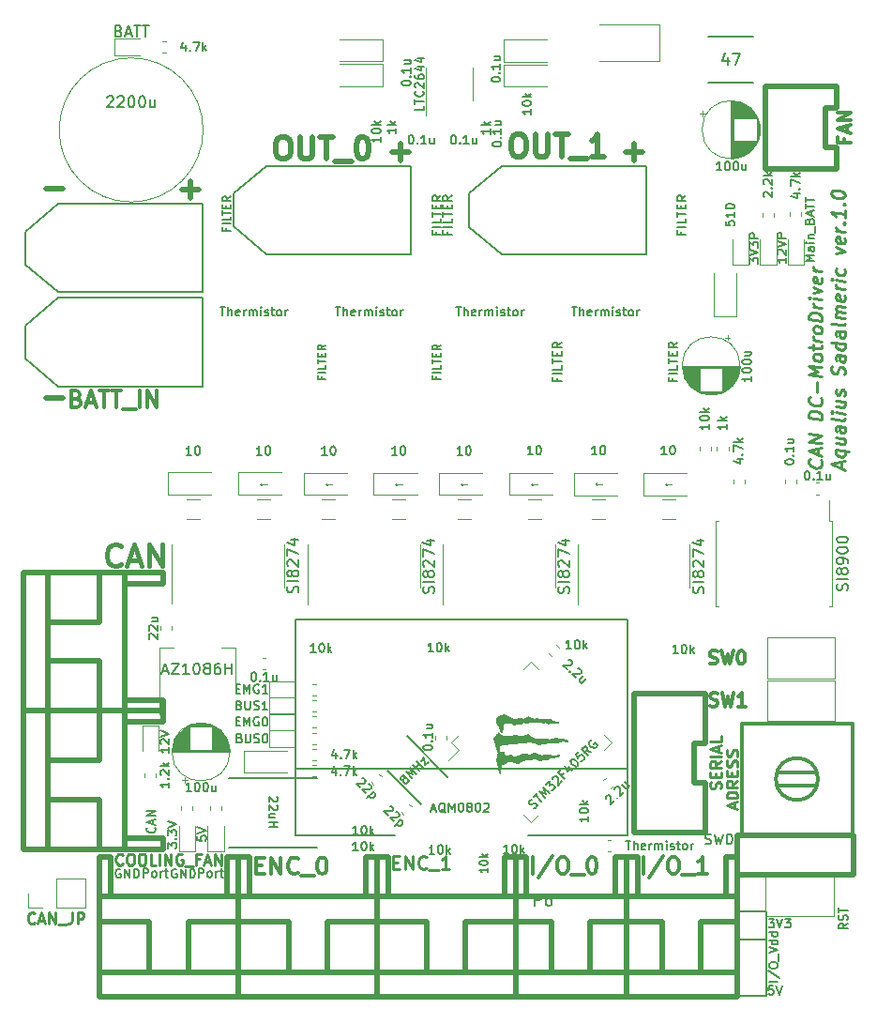
<source format=gbr>
G04 #@! TF.GenerationSoftware,KiCad,Pcbnew,(5.1.4)-1*
G04 #@! TF.CreationDate,2020-03-02T14:52:37+09:00*
G04 #@! TF.ProjectId,SteerMD,53746565-724d-4442-9e6b-696361645f70,rev?*
G04 #@! TF.SameCoordinates,Original*
G04 #@! TF.FileFunction,Legend,Top*
G04 #@! TF.FilePolarity,Positive*
%FSLAX46Y46*%
G04 Gerber Fmt 4.6, Leading zero omitted, Abs format (unit mm)*
G04 Created by KiCad (PCBNEW (5.1.4)-1) date 2020-03-02 14:52:37*
%MOMM*%
%LPD*%
G04 APERTURE LIST*
%ADD10C,0.500000*%
%ADD11C,0.150000*%
%ADD12C,0.100000*%
%ADD13C,0.250000*%
%ADD14C,0.120000*%
%ADD15C,0.300000*%
%ADD16C,0.200000*%
%ADD17C,0.010000*%
%ADD18C,0.400000*%
%ADD19C,0.375000*%
G04 APERTURE END LIST*
D10*
X76061904Y-85057142D02*
X74538095Y-85057142D01*
X76061904Y-66157142D02*
X74538095Y-66157142D01*
D11*
X139809523Y-132011904D02*
X140304761Y-132011904D01*
X140038095Y-132316666D01*
X140152380Y-132316666D01*
X140228571Y-132354761D01*
X140266666Y-132392857D01*
X140304761Y-132469047D01*
X140304761Y-132659523D01*
X140266666Y-132735714D01*
X140228571Y-132773809D01*
X140152380Y-132811904D01*
X139923809Y-132811904D01*
X139847619Y-132773809D01*
X139809523Y-132735714D01*
X140533333Y-132011904D02*
X140800000Y-132811904D01*
X141066666Y-132011904D01*
X141257142Y-132011904D02*
X141752380Y-132011904D01*
X141485714Y-132316666D01*
X141600000Y-132316666D01*
X141676190Y-132354761D01*
X141714285Y-132392857D01*
X141752380Y-132469047D01*
X141752380Y-132659523D01*
X141714285Y-132735714D01*
X141676190Y-132773809D01*
X141600000Y-132811904D01*
X141371428Y-132811904D01*
X141295238Y-132773809D01*
X141257142Y-132735714D01*
X140197619Y-138061904D02*
X139816666Y-138061904D01*
X139778571Y-138442857D01*
X139816666Y-138404761D01*
X139892857Y-138366666D01*
X140083333Y-138366666D01*
X140159523Y-138404761D01*
X140197619Y-138442857D01*
X140235714Y-138519047D01*
X140235714Y-138709523D01*
X140197619Y-138785714D01*
X140159523Y-138823809D01*
X140083333Y-138861904D01*
X139892857Y-138861904D01*
X139816666Y-138823809D01*
X139778571Y-138785714D01*
X140464285Y-138061904D02*
X140730952Y-138861904D01*
X140997619Y-138061904D01*
D12*
X131054761Y-92782142D02*
X130445238Y-92782142D01*
X130597619Y-92934523D02*
X130445238Y-92782142D01*
X130597619Y-92629761D01*
X124754761Y-92782142D02*
X124145238Y-92782142D01*
X124297619Y-92934523D02*
X124145238Y-92782142D01*
X124297619Y-92629761D01*
X118954761Y-92782142D02*
X118345238Y-92782142D01*
X118497619Y-92934523D02*
X118345238Y-92782142D01*
X118497619Y-92629761D01*
X112604761Y-92782142D02*
X111995238Y-92782142D01*
X112147619Y-92934523D02*
X111995238Y-92782142D01*
X112147619Y-92629761D01*
X106704761Y-92782142D02*
X106095238Y-92782142D01*
X106247619Y-92934523D02*
X106095238Y-92782142D01*
X106247619Y-92629761D01*
X100404761Y-92782142D02*
X99795238Y-92782142D01*
X99947619Y-92934523D02*
X99795238Y-92782142D01*
X99947619Y-92629761D01*
X94504761Y-92782142D02*
X93895238Y-92782142D01*
X94047619Y-92934523D02*
X93895238Y-92782142D01*
X94047619Y-92629761D01*
D11*
X86340476Y-127550000D02*
X86264285Y-127511904D01*
X86150000Y-127511904D01*
X86035714Y-127550000D01*
X85959523Y-127626190D01*
X85921428Y-127702380D01*
X85883333Y-127854761D01*
X85883333Y-127969047D01*
X85921428Y-128121428D01*
X85959523Y-128197619D01*
X86035714Y-128273809D01*
X86150000Y-128311904D01*
X86226190Y-128311904D01*
X86340476Y-128273809D01*
X86378571Y-128235714D01*
X86378571Y-127969047D01*
X86226190Y-127969047D01*
X86721428Y-128311904D02*
X86721428Y-127511904D01*
X87178571Y-128311904D01*
X87178571Y-127511904D01*
X87559523Y-128311904D02*
X87559523Y-127511904D01*
X87750000Y-127511904D01*
X87864285Y-127550000D01*
X87940476Y-127626190D01*
X87978571Y-127702380D01*
X88016666Y-127854761D01*
X88016666Y-127969047D01*
X87978571Y-128121428D01*
X87940476Y-128197619D01*
X87864285Y-128273809D01*
X87750000Y-128311904D01*
X87559523Y-128311904D01*
X88352380Y-128261904D02*
X88352380Y-127461904D01*
X88657142Y-127461904D01*
X88733333Y-127500000D01*
X88771428Y-127538095D01*
X88809523Y-127614285D01*
X88809523Y-127728571D01*
X88771428Y-127804761D01*
X88733333Y-127842857D01*
X88657142Y-127880952D01*
X88352380Y-127880952D01*
X89266666Y-128261904D02*
X89190476Y-128223809D01*
X89152380Y-128185714D01*
X89114285Y-128109523D01*
X89114285Y-127880952D01*
X89152380Y-127804761D01*
X89190476Y-127766666D01*
X89266666Y-127728571D01*
X89380952Y-127728571D01*
X89457142Y-127766666D01*
X89495238Y-127804761D01*
X89533333Y-127880952D01*
X89533333Y-128109523D01*
X89495238Y-128185714D01*
X89457142Y-128223809D01*
X89380952Y-128261904D01*
X89266666Y-128261904D01*
X89876190Y-128261904D02*
X89876190Y-127728571D01*
X89876190Y-127880952D02*
X89914285Y-127804761D01*
X89952380Y-127766666D01*
X90028571Y-127728571D01*
X90104761Y-127728571D01*
X90257142Y-127728571D02*
X90561904Y-127728571D01*
X90371428Y-127461904D02*
X90371428Y-128147619D01*
X90409523Y-128223809D01*
X90485714Y-128261904D01*
X90561904Y-128261904D01*
X83352380Y-128261904D02*
X83352380Y-127461904D01*
X83657142Y-127461904D01*
X83733333Y-127500000D01*
X83771428Y-127538095D01*
X83809523Y-127614285D01*
X83809523Y-127728571D01*
X83771428Y-127804761D01*
X83733333Y-127842857D01*
X83657142Y-127880952D01*
X83352380Y-127880952D01*
X84266666Y-128261904D02*
X84190476Y-128223809D01*
X84152380Y-128185714D01*
X84114285Y-128109523D01*
X84114285Y-127880952D01*
X84152380Y-127804761D01*
X84190476Y-127766666D01*
X84266666Y-127728571D01*
X84380952Y-127728571D01*
X84457142Y-127766666D01*
X84495238Y-127804761D01*
X84533333Y-127880952D01*
X84533333Y-128109523D01*
X84495238Y-128185714D01*
X84457142Y-128223809D01*
X84380952Y-128261904D01*
X84266666Y-128261904D01*
X84876190Y-128261904D02*
X84876190Y-127728571D01*
X84876190Y-127880952D02*
X84914285Y-127804761D01*
X84952380Y-127766666D01*
X85028571Y-127728571D01*
X85104761Y-127728571D01*
X85257142Y-127728571D02*
X85561904Y-127728571D01*
X85371428Y-127461904D02*
X85371428Y-128147619D01*
X85409523Y-128223809D01*
X85485714Y-128261904D01*
X85561904Y-128261904D01*
X81290476Y-127550000D02*
X81214285Y-127511904D01*
X81100000Y-127511904D01*
X80985714Y-127550000D01*
X80909523Y-127626190D01*
X80871428Y-127702380D01*
X80833333Y-127854761D01*
X80833333Y-127969047D01*
X80871428Y-128121428D01*
X80909523Y-128197619D01*
X80985714Y-128273809D01*
X81100000Y-128311904D01*
X81176190Y-128311904D01*
X81290476Y-128273809D01*
X81328571Y-128235714D01*
X81328571Y-127969047D01*
X81176190Y-127969047D01*
X81671428Y-128311904D02*
X81671428Y-127511904D01*
X82128571Y-128311904D01*
X82128571Y-127511904D01*
X82509523Y-128311904D02*
X82509523Y-127511904D01*
X82700000Y-127511904D01*
X82814285Y-127550000D01*
X82890476Y-127626190D01*
X82928571Y-127702380D01*
X82966666Y-127854761D01*
X82966666Y-127969047D01*
X82928571Y-128121428D01*
X82890476Y-128197619D01*
X82814285Y-128273809D01*
X82700000Y-128311904D01*
X82509523Y-128311904D01*
D13*
X81483333Y-127057142D02*
X81435714Y-127104761D01*
X81292857Y-127152380D01*
X81197619Y-127152380D01*
X81054761Y-127104761D01*
X80959523Y-127009523D01*
X80911904Y-126914285D01*
X80864285Y-126723809D01*
X80864285Y-126580952D01*
X80911904Y-126390476D01*
X80959523Y-126295238D01*
X81054761Y-126200000D01*
X81197619Y-126152380D01*
X81292857Y-126152380D01*
X81435714Y-126200000D01*
X81483333Y-126247619D01*
X82102380Y-126152380D02*
X82292857Y-126152380D01*
X82388095Y-126200000D01*
X82483333Y-126295238D01*
X82530952Y-126485714D01*
X82530952Y-126819047D01*
X82483333Y-127009523D01*
X82388095Y-127104761D01*
X82292857Y-127152380D01*
X82102380Y-127152380D01*
X82007142Y-127104761D01*
X81911904Y-127009523D01*
X81864285Y-126819047D01*
X81864285Y-126485714D01*
X81911904Y-126295238D01*
X82007142Y-126200000D01*
X82102380Y-126152380D01*
X83150000Y-126152380D02*
X83340476Y-126152380D01*
X83435714Y-126200000D01*
X83530952Y-126295238D01*
X83578571Y-126485714D01*
X83578571Y-126819047D01*
X83530952Y-127009523D01*
X83435714Y-127104761D01*
X83340476Y-127152380D01*
X83150000Y-127152380D01*
X83054761Y-127104761D01*
X82959523Y-127009523D01*
X82911904Y-126819047D01*
X82911904Y-126485714D01*
X82959523Y-126295238D01*
X83054761Y-126200000D01*
X83150000Y-126152380D01*
X84483333Y-127152380D02*
X84007142Y-127152380D01*
X84007142Y-126152380D01*
X84816666Y-127152380D02*
X84816666Y-126152380D01*
X85292857Y-127152380D02*
X85292857Y-126152380D01*
X85864285Y-127152380D01*
X85864285Y-126152380D01*
X86864285Y-126200000D02*
X86769047Y-126152380D01*
X86626190Y-126152380D01*
X86483333Y-126200000D01*
X86388095Y-126295238D01*
X86340476Y-126390476D01*
X86292857Y-126580952D01*
X86292857Y-126723809D01*
X86340476Y-126914285D01*
X86388095Y-127009523D01*
X86483333Y-127104761D01*
X86626190Y-127152380D01*
X86721428Y-127152380D01*
X86864285Y-127104761D01*
X86911904Y-127057142D01*
X86911904Y-126723809D01*
X86721428Y-126723809D01*
X87102380Y-127247619D02*
X87864285Y-127247619D01*
X88435714Y-126628571D02*
X88102380Y-126628571D01*
X88102380Y-127152380D02*
X88102380Y-126152380D01*
X88578571Y-126152380D01*
X88911904Y-126866666D02*
X89388095Y-126866666D01*
X88816666Y-127152380D02*
X89150000Y-126152380D01*
X89483333Y-127152380D01*
X89816666Y-127152380D02*
X89816666Y-126152380D01*
X90388095Y-127152380D01*
X90388095Y-126152380D01*
X144503571Y-90644642D02*
X144560714Y-90708928D01*
X144617857Y-90887500D01*
X144617857Y-91001785D01*
X144560714Y-91166071D01*
X144446428Y-91266071D01*
X144332142Y-91308928D01*
X144103571Y-91337500D01*
X143932142Y-91316071D01*
X143703571Y-91230357D01*
X143589285Y-91158928D01*
X143475000Y-91030357D01*
X143417857Y-90851785D01*
X143417857Y-90737500D01*
X143475000Y-90573214D01*
X143532142Y-90523214D01*
X144275000Y-90158928D02*
X144275000Y-89587500D01*
X144617857Y-90316071D02*
X143417857Y-89766071D01*
X144617857Y-89516071D01*
X144617857Y-89116071D02*
X143417857Y-88966071D01*
X144617857Y-88430357D01*
X143417857Y-88280357D01*
X144617857Y-86944642D02*
X143417857Y-86794642D01*
X143417857Y-86508928D01*
X143475000Y-86344642D01*
X143589285Y-86244642D01*
X143703571Y-86201785D01*
X143932142Y-86173214D01*
X144103571Y-86194642D01*
X144332142Y-86280357D01*
X144446428Y-86351785D01*
X144560714Y-86480357D01*
X144617857Y-86658928D01*
X144617857Y-86944642D01*
X144503571Y-85044642D02*
X144560714Y-85108928D01*
X144617857Y-85287500D01*
X144617857Y-85401785D01*
X144560714Y-85566071D01*
X144446428Y-85666071D01*
X144332142Y-85708928D01*
X144103571Y-85737500D01*
X143932142Y-85716071D01*
X143703571Y-85630357D01*
X143589285Y-85558928D01*
X143475000Y-85430357D01*
X143417857Y-85251785D01*
X143417857Y-85137500D01*
X143475000Y-84973214D01*
X143532142Y-84923214D01*
X144160714Y-84487500D02*
X144160714Y-83573214D01*
X144617857Y-83058928D02*
X143417857Y-82908928D01*
X144275000Y-82616071D01*
X143417857Y-82108928D01*
X144617857Y-82258928D01*
X144617857Y-81516071D02*
X144560714Y-81623214D01*
X144503571Y-81673214D01*
X144389285Y-81716071D01*
X144046428Y-81673214D01*
X143932142Y-81601785D01*
X143875000Y-81537500D01*
X143817857Y-81416071D01*
X143817857Y-81244642D01*
X143875000Y-81137500D01*
X143932142Y-81087500D01*
X144046428Y-81044642D01*
X144389285Y-81087500D01*
X144503571Y-81158928D01*
X144560714Y-81223214D01*
X144617857Y-81344642D01*
X144617857Y-81516071D01*
X143817857Y-80673214D02*
X143817857Y-80216071D01*
X143417857Y-80451785D02*
X144446428Y-80580357D01*
X144560714Y-80537500D01*
X144617857Y-80430357D01*
X144617857Y-80316071D01*
X144617857Y-79916071D02*
X143817857Y-79816071D01*
X144046428Y-79844642D02*
X143932142Y-79773214D01*
X143875000Y-79708928D01*
X143817857Y-79587500D01*
X143817857Y-79473214D01*
X144617857Y-79001785D02*
X144560714Y-79108928D01*
X144503571Y-79158928D01*
X144389285Y-79201785D01*
X144046428Y-79158928D01*
X143932142Y-79087500D01*
X143875000Y-79023214D01*
X143817857Y-78901785D01*
X143817857Y-78730357D01*
X143875000Y-78623214D01*
X143932142Y-78573214D01*
X144046428Y-78530357D01*
X144389285Y-78573214D01*
X144503571Y-78644642D01*
X144560714Y-78708928D01*
X144617857Y-78830357D01*
X144617857Y-79001785D01*
X144617857Y-78087500D02*
X143417857Y-77937500D01*
X143417857Y-77651785D01*
X143475000Y-77487500D01*
X143589285Y-77387500D01*
X143703571Y-77344642D01*
X143932142Y-77316071D01*
X144103571Y-77337500D01*
X144332142Y-77423214D01*
X144446428Y-77494642D01*
X144560714Y-77623214D01*
X144617857Y-77801785D01*
X144617857Y-78087500D01*
X144617857Y-76887500D02*
X143817857Y-76787500D01*
X144046428Y-76816071D02*
X143932142Y-76744642D01*
X143875000Y-76680357D01*
X143817857Y-76558928D01*
X143817857Y-76444642D01*
X144617857Y-76144642D02*
X143817857Y-76044642D01*
X143417857Y-75994642D02*
X143475000Y-76058928D01*
X143532142Y-76008928D01*
X143475000Y-75944642D01*
X143417857Y-75994642D01*
X143532142Y-76008928D01*
X143817857Y-75587500D02*
X144617857Y-75401785D01*
X143817857Y-75016071D01*
X144560714Y-74194642D02*
X144617857Y-74316071D01*
X144617857Y-74544642D01*
X144560714Y-74651785D01*
X144446428Y-74694642D01*
X143989285Y-74637500D01*
X143875000Y-74566071D01*
X143817857Y-74444642D01*
X143817857Y-74216071D01*
X143875000Y-74108928D01*
X143989285Y-74066071D01*
X144103571Y-74080357D01*
X144217857Y-74666071D01*
X144617857Y-73630357D02*
X143817857Y-73530357D01*
X144046428Y-73558928D02*
X143932142Y-73487500D01*
X143875000Y-73423214D01*
X143817857Y-73301785D01*
X143817857Y-73187500D01*
X146325000Y-91358928D02*
X146325000Y-90787500D01*
X146667857Y-91516071D02*
X145467857Y-90966071D01*
X146667857Y-90716071D01*
X145867857Y-89701785D02*
X147067857Y-89851785D01*
X146610714Y-89794642D02*
X146667857Y-89916071D01*
X146667857Y-90144642D01*
X146610714Y-90251785D01*
X146553571Y-90301785D01*
X146439285Y-90344642D01*
X146096428Y-90301785D01*
X145982142Y-90230357D01*
X145925000Y-90166071D01*
X145867857Y-90044642D01*
X145867857Y-89816071D01*
X145925000Y-89708928D01*
X145867857Y-88616071D02*
X146667857Y-88716071D01*
X145867857Y-89130357D02*
X146496428Y-89208928D01*
X146610714Y-89166071D01*
X146667857Y-89058928D01*
X146667857Y-88887500D01*
X146610714Y-88766071D01*
X146553571Y-88701785D01*
X146667857Y-87630357D02*
X146039285Y-87551785D01*
X145925000Y-87594642D01*
X145867857Y-87701785D01*
X145867857Y-87930357D01*
X145925000Y-88051785D01*
X146610714Y-87623214D02*
X146667857Y-87744642D01*
X146667857Y-88030357D01*
X146610714Y-88137500D01*
X146496428Y-88180357D01*
X146382142Y-88166071D01*
X146267857Y-88094642D01*
X146210714Y-87973214D01*
X146210714Y-87687500D01*
X146153571Y-87566071D01*
X146667857Y-86887500D02*
X146610714Y-86994642D01*
X146496428Y-87037500D01*
X145467857Y-86908928D01*
X146667857Y-86430357D02*
X145867857Y-86330357D01*
X145467857Y-86280357D02*
X145525000Y-86344642D01*
X145582142Y-86294642D01*
X145525000Y-86230357D01*
X145467857Y-86280357D01*
X145582142Y-86294642D01*
X145867857Y-85244642D02*
X146667857Y-85344642D01*
X145867857Y-85758928D02*
X146496428Y-85837500D01*
X146610714Y-85794642D01*
X146667857Y-85687500D01*
X146667857Y-85516071D01*
X146610714Y-85394642D01*
X146553571Y-85330357D01*
X146610714Y-84823214D02*
X146667857Y-84716071D01*
X146667857Y-84487500D01*
X146610714Y-84366071D01*
X146496428Y-84294642D01*
X146439285Y-84287500D01*
X146325000Y-84330357D01*
X146267857Y-84437500D01*
X146267857Y-84608928D01*
X146210714Y-84716071D01*
X146096428Y-84758928D01*
X146039285Y-84751785D01*
X145925000Y-84680357D01*
X145867857Y-84558928D01*
X145867857Y-84387500D01*
X145925000Y-84280357D01*
X146610714Y-82937500D02*
X146667857Y-82773214D01*
X146667857Y-82487500D01*
X146610714Y-82366071D01*
X146553571Y-82301785D01*
X146439285Y-82230357D01*
X146325000Y-82216071D01*
X146210714Y-82258928D01*
X146153571Y-82308928D01*
X146096428Y-82416071D01*
X146039285Y-82637500D01*
X145982142Y-82744642D01*
X145925000Y-82794642D01*
X145810714Y-82837500D01*
X145696428Y-82823214D01*
X145582142Y-82751785D01*
X145525000Y-82687500D01*
X145467857Y-82566071D01*
X145467857Y-82280357D01*
X145525000Y-82116071D01*
X146667857Y-81230357D02*
X146039285Y-81151785D01*
X145925000Y-81194642D01*
X145867857Y-81301785D01*
X145867857Y-81530357D01*
X145925000Y-81651785D01*
X146610714Y-81223214D02*
X146667857Y-81344642D01*
X146667857Y-81630357D01*
X146610714Y-81737500D01*
X146496428Y-81780357D01*
X146382142Y-81766071D01*
X146267857Y-81694642D01*
X146210714Y-81573214D01*
X146210714Y-81287500D01*
X146153571Y-81166071D01*
X146667857Y-80144642D02*
X145467857Y-79994642D01*
X146610714Y-80137500D02*
X146667857Y-80258928D01*
X146667857Y-80487500D01*
X146610714Y-80594642D01*
X146553571Y-80644642D01*
X146439285Y-80687500D01*
X146096428Y-80644642D01*
X145982142Y-80573214D01*
X145925000Y-80508928D01*
X145867857Y-80387500D01*
X145867857Y-80158928D01*
X145925000Y-80051785D01*
X146667857Y-79058928D02*
X146039285Y-78980357D01*
X145925000Y-79023214D01*
X145867857Y-79130357D01*
X145867857Y-79358928D01*
X145925000Y-79480357D01*
X146610714Y-79051785D02*
X146667857Y-79173214D01*
X146667857Y-79458928D01*
X146610714Y-79566071D01*
X146496428Y-79608928D01*
X146382142Y-79594642D01*
X146267857Y-79523214D01*
X146210714Y-79401785D01*
X146210714Y-79116071D01*
X146153571Y-78994642D01*
X146667857Y-78316071D02*
X146610714Y-78423214D01*
X146496428Y-78466071D01*
X145467857Y-78337500D01*
X146667857Y-77858928D02*
X145867857Y-77758928D01*
X145982142Y-77773214D02*
X145925000Y-77708928D01*
X145867857Y-77587500D01*
X145867857Y-77416071D01*
X145925000Y-77308928D01*
X146039285Y-77266071D01*
X146667857Y-77344642D01*
X146039285Y-77266071D02*
X145925000Y-77194642D01*
X145867857Y-77073214D01*
X145867857Y-76901785D01*
X145925000Y-76794642D01*
X146039285Y-76751785D01*
X146667857Y-76830357D01*
X146610714Y-75794642D02*
X146667857Y-75916071D01*
X146667857Y-76144642D01*
X146610714Y-76251785D01*
X146496428Y-76294642D01*
X146039285Y-76237500D01*
X145925000Y-76166071D01*
X145867857Y-76044642D01*
X145867857Y-75816071D01*
X145925000Y-75708928D01*
X146039285Y-75666071D01*
X146153571Y-75680357D01*
X146267857Y-76266071D01*
X146667857Y-75230357D02*
X145867857Y-75130357D01*
X146096428Y-75158928D02*
X145982142Y-75087500D01*
X145925000Y-75023214D01*
X145867857Y-74901785D01*
X145867857Y-74787500D01*
X146667857Y-74487500D02*
X145867857Y-74387500D01*
X145467857Y-74337500D02*
X145525000Y-74401785D01*
X145582142Y-74351785D01*
X145525000Y-74287500D01*
X145467857Y-74337500D01*
X145582142Y-74351785D01*
X146610714Y-73394642D02*
X146667857Y-73516071D01*
X146667857Y-73744642D01*
X146610714Y-73851785D01*
X146553571Y-73901785D01*
X146439285Y-73944642D01*
X146096428Y-73901785D01*
X145982142Y-73830357D01*
X145925000Y-73766071D01*
X145867857Y-73644642D01*
X145867857Y-73416071D01*
X145925000Y-73308928D01*
X145867857Y-71987500D02*
X146667857Y-71801785D01*
X145867857Y-71416071D01*
X146610714Y-70594642D02*
X146667857Y-70716071D01*
X146667857Y-70944642D01*
X146610714Y-71051785D01*
X146496428Y-71094642D01*
X146039285Y-71037500D01*
X145925000Y-70966071D01*
X145867857Y-70844642D01*
X145867857Y-70616071D01*
X145925000Y-70508928D01*
X146039285Y-70466071D01*
X146153571Y-70480357D01*
X146267857Y-71066071D01*
X146667857Y-70030357D02*
X145867857Y-69930357D01*
X146096428Y-69958928D02*
X145982142Y-69887500D01*
X145925000Y-69823214D01*
X145867857Y-69701785D01*
X145867857Y-69587500D01*
X146553571Y-69273214D02*
X146610714Y-69223214D01*
X146667857Y-69287500D01*
X146610714Y-69337500D01*
X146553571Y-69273214D01*
X146667857Y-69287500D01*
X146667857Y-68087500D02*
X146667857Y-68773214D01*
X146667857Y-68430357D02*
X145467857Y-68280357D01*
X145639285Y-68416071D01*
X145753571Y-68544642D01*
X145810714Y-68666071D01*
X146553571Y-67558928D02*
X146610714Y-67508928D01*
X146667857Y-67573214D01*
X146610714Y-67623214D01*
X146553571Y-67558928D01*
X146667857Y-67573214D01*
X145467857Y-66623214D02*
X145467857Y-66508928D01*
X145525000Y-66401785D01*
X145582142Y-66351785D01*
X145696428Y-66308928D01*
X145925000Y-66280357D01*
X146210714Y-66316071D01*
X146439285Y-66401785D01*
X146553571Y-66473214D01*
X146610714Y-66537500D01*
X146667857Y-66658928D01*
X146667857Y-66773214D01*
X146610714Y-66880357D01*
X146553571Y-66930357D01*
X146439285Y-66973214D01*
X146210714Y-67001785D01*
X145925000Y-66966071D01*
X145696428Y-66880357D01*
X145582142Y-66808928D01*
X145525000Y-66744642D01*
X145467857Y-66623214D01*
D10*
X127607142Y-62088095D02*
X127607142Y-63611904D01*
X126845238Y-62850000D02*
X128369047Y-62850000D01*
X106607142Y-62088095D02*
X106607142Y-63611904D01*
X105845238Y-62850000D02*
X107369047Y-62850000D01*
X87592857Y-67011904D02*
X87592857Y-65488095D01*
X88354761Y-66250000D02*
X86830952Y-66250000D01*
D14*
X124904880Y-116746751D02*
X125576631Y-116075000D01*
X125576631Y-116075000D02*
X124904880Y-115403249D01*
X119021751Y-122629880D02*
X118350000Y-123301631D01*
X118350000Y-123301631D02*
X117678249Y-122629880D01*
X117678249Y-109520120D02*
X118350000Y-108848369D01*
X118350000Y-108848369D02*
X119021751Y-109520120D01*
X111795120Y-115403249D02*
X111123369Y-116075000D01*
X111123369Y-116075000D02*
X111795120Y-116746751D01*
X111795120Y-116746751D02*
X110847597Y-117694275D01*
D11*
X128750000Y-64100000D02*
X128750000Y-72100000D01*
X112750000Y-66600000D02*
X112750000Y-69600000D01*
X115750000Y-64100000D02*
X128750000Y-64100000D01*
X112750000Y-66600000D02*
X115750000Y-64100000D01*
X115750000Y-72100000D02*
X128750000Y-72100000D01*
X112750000Y-69600000D02*
X115750000Y-72100000D01*
X107500000Y-64075000D02*
X107500000Y-72075000D01*
X91500000Y-66575000D02*
X91500000Y-69575000D01*
X94500000Y-64075000D02*
X107500000Y-64075000D01*
X91500000Y-66575000D02*
X94500000Y-64075000D01*
X94500000Y-72075000D02*
X107500000Y-72075000D01*
X91500000Y-69575000D02*
X94500000Y-72075000D01*
D15*
X144250000Y-119400000D02*
G75*
G03X144250000Y-119400000I-1900000J0D01*
G01*
X144150000Y-118800000D02*
X140650000Y-118800000D01*
X144150000Y-120000000D02*
X140550000Y-120000000D01*
X147350000Y-124400000D02*
X137350000Y-124400000D01*
X137350000Y-124400000D02*
X137350000Y-114400000D01*
X137350000Y-114400000D02*
X147350000Y-114400000D01*
X147350000Y-114400000D02*
X147350000Y-124400000D01*
D16*
X97050000Y-118500000D02*
X127050000Y-118500000D01*
X97050000Y-124500000D02*
X97050000Y-105000000D01*
X97050000Y-105000000D02*
X127050000Y-105000000D01*
X127050000Y-105000000D02*
X127050000Y-124500000D01*
X118050000Y-124500000D02*
X127050000Y-124500000D01*
X106050000Y-124500000D02*
X97050000Y-124500000D01*
D10*
X91900000Y-126450000D02*
X90900000Y-126450000D01*
X90900000Y-126450000D02*
X90900000Y-129950000D01*
X79400000Y-126450000D02*
X80400000Y-126450000D01*
X80400000Y-126450000D02*
X80400000Y-129950000D01*
X91900000Y-129950000D02*
X79400000Y-129950000D01*
X87400000Y-132250000D02*
X91900000Y-132250000D01*
X83900000Y-132250000D02*
X79400000Y-132250000D01*
X87400000Y-132250000D02*
X87400000Y-136850000D01*
X83900000Y-132250000D02*
X83900000Y-136850000D01*
X79400000Y-136850000D02*
X91900000Y-136850000D01*
X91900000Y-126450000D02*
X91900000Y-139050000D01*
X91900000Y-139050000D02*
X79400000Y-139050000D01*
X79400000Y-126450000D02*
X79400000Y-139050000D01*
D14*
X134990000Y-99950000D02*
X134990000Y-103810000D01*
X134990000Y-103810000D02*
X135245000Y-103810000D01*
X134990000Y-99950000D02*
X134990000Y-96090000D01*
X134990000Y-96090000D02*
X135245000Y-96090000D01*
X145510000Y-99950000D02*
X145510000Y-103810000D01*
X145510000Y-103810000D02*
X145255000Y-103810000D01*
X145510000Y-99950000D02*
X145510000Y-96090000D01*
X145510000Y-96090000D02*
X145255000Y-96090000D01*
X145255000Y-96090000D02*
X145255000Y-94275000D01*
D10*
X85150000Y-125750000D02*
X85150000Y-124750000D01*
X85150000Y-124750000D02*
X81650000Y-124750000D01*
X85150000Y-113250000D02*
X85150000Y-114250000D01*
X85150000Y-114250000D02*
X81650000Y-114250000D01*
X81650000Y-125750000D02*
X81650000Y-113250000D01*
X79350000Y-121250000D02*
X79350000Y-125750000D01*
X79350000Y-117750000D02*
X79350000Y-113250000D01*
X79350000Y-121250000D02*
X74750000Y-121250000D01*
X79350000Y-117750000D02*
X74750000Y-117750000D01*
X74750000Y-113250000D02*
X74750000Y-125750000D01*
X85150000Y-125750000D02*
X72550000Y-125750000D01*
X72550000Y-125750000D02*
X72550000Y-113250000D01*
X85150000Y-113250000D02*
X72550000Y-113250000D01*
X85150000Y-100750000D02*
X72550000Y-100750000D01*
X72550000Y-113250000D02*
X72550000Y-100750000D01*
X85150000Y-113250000D02*
X72550000Y-113250000D01*
X74750000Y-100750000D02*
X74750000Y-113250000D01*
X79350000Y-105250000D02*
X74750000Y-105250000D01*
X79350000Y-108750000D02*
X74750000Y-108750000D01*
X79350000Y-105250000D02*
X79350000Y-100750000D01*
X79350000Y-108750000D02*
X79350000Y-113250000D01*
X81650000Y-113250000D02*
X81650000Y-100750000D01*
X85150000Y-101750000D02*
X81650000Y-101750000D01*
X85150000Y-100750000D02*
X85150000Y-101750000D01*
X85150000Y-112250000D02*
X81650000Y-112250000D01*
X85150000Y-113250000D02*
X85150000Y-112250000D01*
X91950000Y-126450000D02*
X91950000Y-139050000D01*
X104450000Y-139050000D02*
X91950000Y-139050000D01*
X104450000Y-126450000D02*
X104450000Y-139050000D01*
X91950000Y-136850000D02*
X104450000Y-136850000D01*
X96450000Y-132250000D02*
X96450000Y-136850000D01*
X99950000Y-132250000D02*
X99950000Y-136850000D01*
X96450000Y-132250000D02*
X91950000Y-132250000D01*
X99950000Y-132250000D02*
X104450000Y-132250000D01*
X104450000Y-129950000D02*
X91950000Y-129950000D01*
X92950000Y-126450000D02*
X92950000Y-129950000D01*
X91950000Y-126450000D02*
X92950000Y-126450000D01*
X103450000Y-126450000D02*
X103450000Y-129950000D01*
X104450000Y-126450000D02*
X103450000Y-126450000D01*
X116950000Y-126450000D02*
X115950000Y-126450000D01*
X115950000Y-126450000D02*
X115950000Y-129950000D01*
X104450000Y-126450000D02*
X105450000Y-126450000D01*
X105450000Y-126450000D02*
X105450000Y-129950000D01*
X116950000Y-129950000D02*
X104450000Y-129950000D01*
X112450000Y-132250000D02*
X116950000Y-132250000D01*
X108950000Y-132250000D02*
X104450000Y-132250000D01*
X112450000Y-132250000D02*
X112450000Y-136850000D01*
X108950000Y-132250000D02*
X108950000Y-136850000D01*
X104450000Y-136850000D02*
X116950000Y-136850000D01*
X116950000Y-126450000D02*
X116950000Y-139050000D01*
X116950000Y-139050000D02*
X104450000Y-139050000D01*
X104450000Y-126450000D02*
X104450000Y-139050000D01*
X139500000Y-56900000D02*
X139500000Y-64400000D01*
X145900000Y-56900000D02*
X139500000Y-56900000D01*
X139500000Y-64400000D02*
X145900000Y-64400000D01*
X145900000Y-58900000D02*
X145900000Y-56900000D01*
X144900000Y-58900000D02*
X145900000Y-58900000D01*
X144900000Y-62400000D02*
X144900000Y-58900000D01*
X145900000Y-62400000D02*
X144900000Y-62400000D01*
X145900000Y-64400000D02*
X145900000Y-62400000D01*
X134075000Y-124200000D02*
X134075000Y-119700000D01*
X134075000Y-119700000D02*
X133075000Y-119700000D01*
X133075000Y-119700000D02*
X133075000Y-116200000D01*
X133075000Y-116200000D02*
X134075000Y-116200000D01*
X134075000Y-116200000D02*
X134075000Y-111700000D01*
X127675000Y-111700000D02*
X127675000Y-124200000D01*
X134075000Y-111700000D02*
X127675000Y-111700000D01*
X127675000Y-124200000D02*
X134075000Y-124200000D01*
X136950000Y-124500000D02*
X136950000Y-128000000D01*
X147450000Y-124500000D02*
X136950000Y-124500000D01*
X147450000Y-128000000D02*
X136950000Y-128000000D01*
X147450000Y-128000000D02*
X147450000Y-124500000D01*
D11*
X72700000Y-81500000D02*
X75700000Y-84000000D01*
X75700000Y-84000000D02*
X88700000Y-84000000D01*
X72700000Y-78500000D02*
X75700000Y-76000000D01*
X75700000Y-76000000D02*
X88700000Y-76000000D01*
X72700000Y-78500000D02*
X72700000Y-81500000D01*
X88700000Y-76000000D02*
X88700000Y-84000000D01*
X88700000Y-67500000D02*
X88700000Y-75500000D01*
X72700000Y-70000000D02*
X72700000Y-73000000D01*
X75700000Y-67500000D02*
X88700000Y-67500000D01*
X72700000Y-70000000D02*
X75700000Y-67500000D01*
X75700000Y-75500000D02*
X88700000Y-75500000D01*
X72700000Y-73000000D02*
X75700000Y-75500000D01*
D14*
X98587221Y-116690000D02*
X98912779Y-116690000D01*
X98587221Y-117710000D02*
X98912779Y-117710000D01*
D11*
X108436396Y-121665559D02*
X105395837Y-118625000D01*
X107128249Y-115549086D02*
X110840559Y-119261396D01*
D14*
X103917426Y-119663675D02*
X104147631Y-119893880D01*
X104638675Y-118942426D02*
X104868880Y-119172631D01*
X106854478Y-122600727D02*
X106624273Y-122370522D01*
X107575727Y-121879478D02*
X107345522Y-121649273D01*
X110720000Y-115487221D02*
X110720000Y-115812779D01*
X109700000Y-115487221D02*
X109700000Y-115812779D01*
X125800727Y-120020522D02*
X125570522Y-120250727D01*
X125079478Y-119299273D02*
X124849273Y-119529478D01*
X120866868Y-107538025D02*
X120628770Y-107315995D01*
X120171230Y-108284005D02*
X119933132Y-108061975D01*
X144037221Y-92690000D02*
X144362779Y-92690000D01*
X144037221Y-93710000D02*
X144362779Y-93710000D01*
X142260000Y-92712779D02*
X142260000Y-92387221D01*
X141240000Y-92712779D02*
X141240000Y-92387221D01*
X139020000Y-60825000D02*
G75*
G03X139020000Y-60825000I-2620000J0D01*
G01*
X136400000Y-58245000D02*
X136400000Y-63405000D01*
X136440000Y-58245000D02*
X136440000Y-63405000D01*
X136480000Y-58246000D02*
X136480000Y-63404000D01*
X136520000Y-58247000D02*
X136520000Y-63403000D01*
X136560000Y-58249000D02*
X136560000Y-63401000D01*
X136600000Y-58252000D02*
X136600000Y-63398000D01*
X136640000Y-58256000D02*
X136640000Y-59785000D01*
X136640000Y-61865000D02*
X136640000Y-63394000D01*
X136680000Y-58260000D02*
X136680000Y-59785000D01*
X136680000Y-61865000D02*
X136680000Y-63390000D01*
X136720000Y-58264000D02*
X136720000Y-59785000D01*
X136720000Y-61865000D02*
X136720000Y-63386000D01*
X136760000Y-58269000D02*
X136760000Y-59785000D01*
X136760000Y-61865000D02*
X136760000Y-63381000D01*
X136800000Y-58275000D02*
X136800000Y-59785000D01*
X136800000Y-61865000D02*
X136800000Y-63375000D01*
X136840000Y-58282000D02*
X136840000Y-59785000D01*
X136840000Y-61865000D02*
X136840000Y-63368000D01*
X136880000Y-58289000D02*
X136880000Y-59785000D01*
X136880000Y-61865000D02*
X136880000Y-63361000D01*
X136920000Y-58297000D02*
X136920000Y-59785000D01*
X136920000Y-61865000D02*
X136920000Y-63353000D01*
X136960000Y-58305000D02*
X136960000Y-59785000D01*
X136960000Y-61865000D02*
X136960000Y-63345000D01*
X137000000Y-58314000D02*
X137000000Y-59785000D01*
X137000000Y-61865000D02*
X137000000Y-63336000D01*
X137040000Y-58324000D02*
X137040000Y-59785000D01*
X137040000Y-61865000D02*
X137040000Y-63326000D01*
X137080000Y-58334000D02*
X137080000Y-59785000D01*
X137080000Y-61865000D02*
X137080000Y-63316000D01*
X137121000Y-58345000D02*
X137121000Y-59785000D01*
X137121000Y-61865000D02*
X137121000Y-63305000D01*
X137161000Y-58357000D02*
X137161000Y-59785000D01*
X137161000Y-61865000D02*
X137161000Y-63293000D01*
X137201000Y-58370000D02*
X137201000Y-59785000D01*
X137201000Y-61865000D02*
X137201000Y-63280000D01*
X137241000Y-58383000D02*
X137241000Y-59785000D01*
X137241000Y-61865000D02*
X137241000Y-63267000D01*
X137281000Y-58397000D02*
X137281000Y-59785000D01*
X137281000Y-61865000D02*
X137281000Y-63253000D01*
X137321000Y-58411000D02*
X137321000Y-59785000D01*
X137321000Y-61865000D02*
X137321000Y-63239000D01*
X137361000Y-58427000D02*
X137361000Y-59785000D01*
X137361000Y-61865000D02*
X137361000Y-63223000D01*
X137401000Y-58443000D02*
X137401000Y-59785000D01*
X137401000Y-61865000D02*
X137401000Y-63207000D01*
X137441000Y-58460000D02*
X137441000Y-59785000D01*
X137441000Y-61865000D02*
X137441000Y-63190000D01*
X137481000Y-58477000D02*
X137481000Y-59785000D01*
X137481000Y-61865000D02*
X137481000Y-63173000D01*
X137521000Y-58496000D02*
X137521000Y-59785000D01*
X137521000Y-61865000D02*
X137521000Y-63154000D01*
X137561000Y-58515000D02*
X137561000Y-59785000D01*
X137561000Y-61865000D02*
X137561000Y-63135000D01*
X137601000Y-58535000D02*
X137601000Y-59785000D01*
X137601000Y-61865000D02*
X137601000Y-63115000D01*
X137641000Y-58557000D02*
X137641000Y-59785000D01*
X137641000Y-61865000D02*
X137641000Y-63093000D01*
X137681000Y-58578000D02*
X137681000Y-59785000D01*
X137681000Y-61865000D02*
X137681000Y-63072000D01*
X137721000Y-58601000D02*
X137721000Y-59785000D01*
X137721000Y-61865000D02*
X137721000Y-63049000D01*
X137761000Y-58625000D02*
X137761000Y-59785000D01*
X137761000Y-61865000D02*
X137761000Y-63025000D01*
X137801000Y-58650000D02*
X137801000Y-59785000D01*
X137801000Y-61865000D02*
X137801000Y-63000000D01*
X137841000Y-58676000D02*
X137841000Y-59785000D01*
X137841000Y-61865000D02*
X137841000Y-62974000D01*
X137881000Y-58703000D02*
X137881000Y-59785000D01*
X137881000Y-61865000D02*
X137881000Y-62947000D01*
X137921000Y-58730000D02*
X137921000Y-59785000D01*
X137921000Y-61865000D02*
X137921000Y-62920000D01*
X137961000Y-58760000D02*
X137961000Y-59785000D01*
X137961000Y-61865000D02*
X137961000Y-62890000D01*
X138001000Y-58790000D02*
X138001000Y-59785000D01*
X138001000Y-61865000D02*
X138001000Y-62860000D01*
X138041000Y-58821000D02*
X138041000Y-59785000D01*
X138041000Y-61865000D02*
X138041000Y-62829000D01*
X138081000Y-58854000D02*
X138081000Y-59785000D01*
X138081000Y-61865000D02*
X138081000Y-62796000D01*
X138121000Y-58888000D02*
X138121000Y-59785000D01*
X138121000Y-61865000D02*
X138121000Y-62762000D01*
X138161000Y-58924000D02*
X138161000Y-59785000D01*
X138161000Y-61865000D02*
X138161000Y-62726000D01*
X138201000Y-58961000D02*
X138201000Y-59785000D01*
X138201000Y-61865000D02*
X138201000Y-62689000D01*
X138241000Y-58999000D02*
X138241000Y-59785000D01*
X138241000Y-61865000D02*
X138241000Y-62651000D01*
X138281000Y-59040000D02*
X138281000Y-59785000D01*
X138281000Y-61865000D02*
X138281000Y-62610000D01*
X138321000Y-59082000D02*
X138321000Y-59785000D01*
X138321000Y-61865000D02*
X138321000Y-62568000D01*
X138361000Y-59126000D02*
X138361000Y-59785000D01*
X138361000Y-61865000D02*
X138361000Y-62524000D01*
X138401000Y-59172000D02*
X138401000Y-59785000D01*
X138401000Y-61865000D02*
X138401000Y-62478000D01*
X138441000Y-59220000D02*
X138441000Y-59785000D01*
X138441000Y-61865000D02*
X138441000Y-62430000D01*
X138481000Y-59271000D02*
X138481000Y-59785000D01*
X138481000Y-61865000D02*
X138481000Y-62379000D01*
X138521000Y-59325000D02*
X138521000Y-59785000D01*
X138521000Y-61865000D02*
X138521000Y-62325000D01*
X138561000Y-59382000D02*
X138561000Y-59785000D01*
X138561000Y-61865000D02*
X138561000Y-62268000D01*
X138601000Y-59442000D02*
X138601000Y-59785000D01*
X138601000Y-61865000D02*
X138601000Y-62208000D01*
X138641000Y-59506000D02*
X138641000Y-59785000D01*
X138641000Y-61865000D02*
X138641000Y-62144000D01*
X138681000Y-59574000D02*
X138681000Y-59785000D01*
X138681000Y-61865000D02*
X138681000Y-62076000D01*
X138721000Y-59647000D02*
X138721000Y-62003000D01*
X138761000Y-59727000D02*
X138761000Y-61923000D01*
X138801000Y-59814000D02*
X138801000Y-61836000D01*
X138841000Y-59910000D02*
X138841000Y-61740000D01*
X138881000Y-60020000D02*
X138881000Y-61630000D01*
X138921000Y-60148000D02*
X138921000Y-61502000D01*
X138961000Y-60307000D02*
X138961000Y-61343000D01*
X139001000Y-60541000D02*
X139001000Y-61109000D01*
X133595225Y-59350000D02*
X134095225Y-59350000D01*
X133845225Y-59100000D02*
X133845225Y-59600000D01*
X91170000Y-116950000D02*
G75*
G03X91170000Y-116950000I-2620000J0D01*
G01*
X85970000Y-116950000D02*
X91130000Y-116950000D01*
X85970000Y-116910000D02*
X91130000Y-116910000D01*
X85971000Y-116870000D02*
X91129000Y-116870000D01*
X85972000Y-116830000D02*
X91128000Y-116830000D01*
X85974000Y-116790000D02*
X91126000Y-116790000D01*
X85977000Y-116750000D02*
X91123000Y-116750000D01*
X85981000Y-116710000D02*
X87510000Y-116710000D01*
X89590000Y-116710000D02*
X91119000Y-116710000D01*
X85985000Y-116670000D02*
X87510000Y-116670000D01*
X89590000Y-116670000D02*
X91115000Y-116670000D01*
X85989000Y-116630000D02*
X87510000Y-116630000D01*
X89590000Y-116630000D02*
X91111000Y-116630000D01*
X85994000Y-116590000D02*
X87510000Y-116590000D01*
X89590000Y-116590000D02*
X91106000Y-116590000D01*
X86000000Y-116550000D02*
X87510000Y-116550000D01*
X89590000Y-116550000D02*
X91100000Y-116550000D01*
X86007000Y-116510000D02*
X87510000Y-116510000D01*
X89590000Y-116510000D02*
X91093000Y-116510000D01*
X86014000Y-116470000D02*
X87510000Y-116470000D01*
X89590000Y-116470000D02*
X91086000Y-116470000D01*
X86022000Y-116430000D02*
X87510000Y-116430000D01*
X89590000Y-116430000D02*
X91078000Y-116430000D01*
X86030000Y-116390000D02*
X87510000Y-116390000D01*
X89590000Y-116390000D02*
X91070000Y-116390000D01*
X86039000Y-116350000D02*
X87510000Y-116350000D01*
X89590000Y-116350000D02*
X91061000Y-116350000D01*
X86049000Y-116310000D02*
X87510000Y-116310000D01*
X89590000Y-116310000D02*
X91051000Y-116310000D01*
X86059000Y-116270000D02*
X87510000Y-116270000D01*
X89590000Y-116270000D02*
X91041000Y-116270000D01*
X86070000Y-116229000D02*
X87510000Y-116229000D01*
X89590000Y-116229000D02*
X91030000Y-116229000D01*
X86082000Y-116189000D02*
X87510000Y-116189000D01*
X89590000Y-116189000D02*
X91018000Y-116189000D01*
X86095000Y-116149000D02*
X87510000Y-116149000D01*
X89590000Y-116149000D02*
X91005000Y-116149000D01*
X86108000Y-116109000D02*
X87510000Y-116109000D01*
X89590000Y-116109000D02*
X90992000Y-116109000D01*
X86122000Y-116069000D02*
X87510000Y-116069000D01*
X89590000Y-116069000D02*
X90978000Y-116069000D01*
X86136000Y-116029000D02*
X87510000Y-116029000D01*
X89590000Y-116029000D02*
X90964000Y-116029000D01*
X86152000Y-115989000D02*
X87510000Y-115989000D01*
X89590000Y-115989000D02*
X90948000Y-115989000D01*
X86168000Y-115949000D02*
X87510000Y-115949000D01*
X89590000Y-115949000D02*
X90932000Y-115949000D01*
X86185000Y-115909000D02*
X87510000Y-115909000D01*
X89590000Y-115909000D02*
X90915000Y-115909000D01*
X86202000Y-115869000D02*
X87510000Y-115869000D01*
X89590000Y-115869000D02*
X90898000Y-115869000D01*
X86221000Y-115829000D02*
X87510000Y-115829000D01*
X89590000Y-115829000D02*
X90879000Y-115829000D01*
X86240000Y-115789000D02*
X87510000Y-115789000D01*
X89590000Y-115789000D02*
X90860000Y-115789000D01*
X86260000Y-115749000D02*
X87510000Y-115749000D01*
X89590000Y-115749000D02*
X90840000Y-115749000D01*
X86282000Y-115709000D02*
X87510000Y-115709000D01*
X89590000Y-115709000D02*
X90818000Y-115709000D01*
X86303000Y-115669000D02*
X87510000Y-115669000D01*
X89590000Y-115669000D02*
X90797000Y-115669000D01*
X86326000Y-115629000D02*
X87510000Y-115629000D01*
X89590000Y-115629000D02*
X90774000Y-115629000D01*
X86350000Y-115589000D02*
X87510000Y-115589000D01*
X89590000Y-115589000D02*
X90750000Y-115589000D01*
X86375000Y-115549000D02*
X87510000Y-115549000D01*
X89590000Y-115549000D02*
X90725000Y-115549000D01*
X86401000Y-115509000D02*
X87510000Y-115509000D01*
X89590000Y-115509000D02*
X90699000Y-115509000D01*
X86428000Y-115469000D02*
X87510000Y-115469000D01*
X89590000Y-115469000D02*
X90672000Y-115469000D01*
X86455000Y-115429000D02*
X87510000Y-115429000D01*
X89590000Y-115429000D02*
X90645000Y-115429000D01*
X86485000Y-115389000D02*
X87510000Y-115389000D01*
X89590000Y-115389000D02*
X90615000Y-115389000D01*
X86515000Y-115349000D02*
X87510000Y-115349000D01*
X89590000Y-115349000D02*
X90585000Y-115349000D01*
X86546000Y-115309000D02*
X87510000Y-115309000D01*
X89590000Y-115309000D02*
X90554000Y-115309000D01*
X86579000Y-115269000D02*
X87510000Y-115269000D01*
X89590000Y-115269000D02*
X90521000Y-115269000D01*
X86613000Y-115229000D02*
X87510000Y-115229000D01*
X89590000Y-115229000D02*
X90487000Y-115229000D01*
X86649000Y-115189000D02*
X87510000Y-115189000D01*
X89590000Y-115189000D02*
X90451000Y-115189000D01*
X86686000Y-115149000D02*
X87510000Y-115149000D01*
X89590000Y-115149000D02*
X90414000Y-115149000D01*
X86724000Y-115109000D02*
X87510000Y-115109000D01*
X89590000Y-115109000D02*
X90376000Y-115109000D01*
X86765000Y-115069000D02*
X87510000Y-115069000D01*
X89590000Y-115069000D02*
X90335000Y-115069000D01*
X86807000Y-115029000D02*
X87510000Y-115029000D01*
X89590000Y-115029000D02*
X90293000Y-115029000D01*
X86851000Y-114989000D02*
X87510000Y-114989000D01*
X89590000Y-114989000D02*
X90249000Y-114989000D01*
X86897000Y-114949000D02*
X87510000Y-114949000D01*
X89590000Y-114949000D02*
X90203000Y-114949000D01*
X86945000Y-114909000D02*
X87510000Y-114909000D01*
X89590000Y-114909000D02*
X90155000Y-114909000D01*
X86996000Y-114869000D02*
X87510000Y-114869000D01*
X89590000Y-114869000D02*
X90104000Y-114869000D01*
X87050000Y-114829000D02*
X87510000Y-114829000D01*
X89590000Y-114829000D02*
X90050000Y-114829000D01*
X87107000Y-114789000D02*
X87510000Y-114789000D01*
X89590000Y-114789000D02*
X89993000Y-114789000D01*
X87167000Y-114749000D02*
X87510000Y-114749000D01*
X89590000Y-114749000D02*
X89933000Y-114749000D01*
X87231000Y-114709000D02*
X87510000Y-114709000D01*
X89590000Y-114709000D02*
X89869000Y-114709000D01*
X87299000Y-114669000D02*
X87510000Y-114669000D01*
X89590000Y-114669000D02*
X89801000Y-114669000D01*
X87372000Y-114629000D02*
X89728000Y-114629000D01*
X87452000Y-114589000D02*
X89648000Y-114589000D01*
X87539000Y-114549000D02*
X89561000Y-114549000D01*
X87635000Y-114509000D02*
X89465000Y-114509000D01*
X87745000Y-114469000D02*
X89355000Y-114469000D01*
X87873000Y-114429000D02*
X89227000Y-114429000D01*
X88032000Y-114389000D02*
X89068000Y-114389000D01*
X88266000Y-114349000D02*
X88834000Y-114349000D01*
X87075000Y-119754775D02*
X87075000Y-119254775D01*
X86825000Y-119504775D02*
X87325000Y-119504775D01*
X94750000Y-112055000D02*
X97035000Y-112055000D01*
X94750000Y-110585000D02*
X94750000Y-112055000D01*
X97035000Y-110585000D02*
X94750000Y-110585000D01*
X97035000Y-112035000D02*
X94750000Y-112035000D01*
X94750000Y-112035000D02*
X94750000Y-113505000D01*
X94750000Y-113505000D02*
X97035000Y-113505000D01*
X94750000Y-115005000D02*
X97035000Y-115005000D01*
X94750000Y-113535000D02*
X94750000Y-115005000D01*
X97035000Y-113535000D02*
X94750000Y-113535000D01*
X129900000Y-54650000D02*
X129900000Y-51350000D01*
X129900000Y-51350000D02*
X124500000Y-51350000D01*
X129900000Y-54650000D02*
X124500000Y-54650000D01*
X134850000Y-77700000D02*
X134850000Y-73800000D01*
X136850000Y-77700000D02*
X136850000Y-73800000D01*
X134850000Y-77700000D02*
X136850000Y-77700000D01*
X80765000Y-54110000D02*
X83050000Y-54110000D01*
X80765000Y-52640000D02*
X80765000Y-54110000D01*
X83050000Y-52640000D02*
X80765000Y-52640000D01*
X139015000Y-70700000D02*
X139015000Y-72985000D01*
X139015000Y-72985000D02*
X140485000Y-72985000D01*
X140485000Y-72985000D02*
X140485000Y-70700000D01*
X136515000Y-70700000D02*
X136515000Y-72985000D01*
X136515000Y-72985000D02*
X137985000Y-72985000D01*
X137985000Y-72985000D02*
X137985000Y-70700000D01*
X92400000Y-116850000D02*
X92400000Y-118850000D01*
X92400000Y-118850000D02*
X96300000Y-118850000D01*
X92400000Y-116850000D02*
X96300000Y-116850000D01*
X78120000Y-131030000D02*
X78120000Y-128370000D01*
X75520000Y-131030000D02*
X78120000Y-131030000D01*
X75520000Y-128370000D02*
X78120000Y-128370000D01*
X75520000Y-131030000D02*
X75520000Y-128370000D01*
X74250000Y-131030000D02*
X72920000Y-131030000D01*
X72920000Y-131030000D02*
X72920000Y-129700000D01*
D11*
X91050000Y-119350000D02*
X99050000Y-119350000D01*
X91050000Y-125550000D02*
X99050000Y-125550000D01*
D10*
X116950000Y-126450000D02*
X116950000Y-139050000D01*
X126950000Y-139050000D02*
X116950000Y-139050000D01*
X126950000Y-126450000D02*
X126950000Y-139050000D01*
X116950000Y-136850000D02*
X126950000Y-136850000D01*
X120200000Y-132250000D02*
X120200000Y-136850000D01*
X123700000Y-132250000D02*
X123700000Y-136850000D01*
X120200000Y-132250000D02*
X116950000Y-132250000D01*
X123700000Y-132250000D02*
X126950000Y-132250000D01*
X126950000Y-126450000D02*
X125950000Y-126450000D01*
X126950000Y-129950000D02*
X116950000Y-129950000D01*
X117950000Y-126450000D02*
X117950000Y-129950000D01*
X116950000Y-126450000D02*
X117950000Y-126450000D01*
X125950000Y-126450000D02*
X125950000Y-129950000D01*
D14*
X98947779Y-110810000D02*
X98622221Y-110810000D01*
X98947779Y-111830000D02*
X98622221Y-111830000D01*
X98947779Y-113280000D02*
X98622221Y-113280000D01*
X98947779Y-112260000D02*
X98622221Y-112260000D01*
X98947779Y-113760000D02*
X98622221Y-113760000D01*
X98947779Y-114780000D02*
X98622221Y-114780000D01*
X133540000Y-89437221D02*
X133540000Y-89762779D01*
X134560000Y-89437221D02*
X134560000Y-89762779D01*
X135140000Y-89762779D02*
X135140000Y-89437221D01*
X136160000Y-89762779D02*
X136160000Y-89437221D01*
D11*
X138432000Y-52460000D02*
X134368000Y-52460000D01*
X138432000Y-56540000D02*
X134368000Y-56540000D01*
D14*
X85087221Y-53885000D02*
X85412779Y-53885000D01*
X85087221Y-52865000D02*
X85412779Y-52865000D01*
X139240000Y-68662779D02*
X139240000Y-68337221D01*
X140260000Y-68662779D02*
X140260000Y-68337221D01*
X139540000Y-128050000D02*
X145660000Y-128050000D01*
X145660000Y-128050000D02*
X145660000Y-131750000D01*
X145660000Y-131750000D02*
X139540000Y-131750000D01*
X139540000Y-131750000D02*
X139540000Y-128050000D01*
X94412779Y-109510000D02*
X94087221Y-109510000D01*
X94412779Y-108490000D02*
X94087221Y-108490000D01*
X142985000Y-72985000D02*
X142985000Y-70700000D01*
X141515000Y-72985000D02*
X142985000Y-72985000D01*
X141515000Y-70700000D02*
X141515000Y-72985000D01*
X141740000Y-68607778D02*
X141740000Y-68282220D01*
X142760000Y-68607778D02*
X142760000Y-68282220D01*
X145760000Y-106610000D02*
X145760000Y-110310000D01*
X139640000Y-106610000D02*
X145760000Y-106610000D01*
X139640000Y-110310000D02*
X139640000Y-106610000D01*
X145760000Y-110310000D02*
X139640000Y-110310000D01*
X145760000Y-114190000D02*
X139640000Y-114190000D01*
X139640000Y-114190000D02*
X139640000Y-110490000D01*
X139640000Y-110490000D02*
X145760000Y-110490000D01*
X145760000Y-110490000D02*
X145760000Y-114190000D01*
X137610000Y-92387221D02*
X137610000Y-92712779D01*
X136590000Y-92387221D02*
X136590000Y-92712779D01*
X83255000Y-114565000D02*
X83255000Y-116850000D01*
X84725000Y-114565000D02*
X83255000Y-114565000D01*
X84725000Y-116850000D02*
X84725000Y-114565000D01*
X89165000Y-123600000D02*
X89165000Y-125885000D01*
X89165000Y-125885000D02*
X90635000Y-125885000D01*
X90635000Y-125885000D02*
X90635000Y-123600000D01*
X86565000Y-123650000D02*
X86565000Y-125935000D01*
X86565000Y-125935000D02*
X88035000Y-125935000D01*
X88035000Y-125935000D02*
X88035000Y-123650000D01*
X83480000Y-118887221D02*
X83480000Y-119212779D01*
X84500000Y-118887221D02*
X84500000Y-119212779D01*
X89390000Y-122212779D02*
X89390000Y-121887221D01*
X90410000Y-122212779D02*
X90410000Y-121887221D01*
X86790000Y-122212779D02*
X86790000Y-121887221D01*
X87810000Y-122212779D02*
X87810000Y-121887221D01*
X94750000Y-116505000D02*
X97035000Y-116505000D01*
X94750000Y-115035000D02*
X94750000Y-116505000D01*
X97035000Y-115035000D02*
X94750000Y-115035000D01*
X98947779Y-116280000D02*
X98622221Y-116280000D01*
X98947779Y-115260000D02*
X98622221Y-115260000D01*
X98587221Y-118140000D02*
X98912779Y-118140000D01*
X98587221Y-119160000D02*
X98912779Y-119160000D01*
D10*
X126950000Y-126450000D02*
X126950000Y-139050000D01*
X136950000Y-139050000D02*
X126950000Y-139050000D01*
X136950000Y-126450000D02*
X136950000Y-139050000D01*
X126950000Y-136850000D02*
X136950000Y-136850000D01*
X130200000Y-132250000D02*
X130200000Y-136850000D01*
X133700000Y-132250000D02*
X133700000Y-136850000D01*
X130200000Y-132250000D02*
X126950000Y-132250000D01*
X133700000Y-132250000D02*
X136950000Y-132250000D01*
X136950000Y-126450000D02*
X135950000Y-126450000D01*
X136950000Y-129950000D02*
X126950000Y-129950000D01*
X127950000Y-126450000D02*
X127950000Y-129950000D01*
X126950000Y-126450000D02*
X127950000Y-126450000D01*
X135950000Y-126450000D02*
X135950000Y-129950000D01*
D14*
X85935000Y-105962779D02*
X85935000Y-105637221D01*
X84915000Y-105962779D02*
X84915000Y-105637221D01*
X91660000Y-107590000D02*
X90400000Y-107590000D01*
X84840000Y-107590000D02*
X86100000Y-107590000D01*
X91660000Y-111350000D02*
X91660000Y-107590000D01*
X84840000Y-113600000D02*
X84840000Y-107590000D01*
D17*
G36*
X114935803Y-115743848D02*
G01*
X114942221Y-115725542D01*
X114957517Y-115718231D01*
X114967842Y-115716669D01*
X114994137Y-115706723D01*
X115011174Y-115680300D01*
X115015467Y-115668200D01*
X115034493Y-115632054D01*
X115056876Y-115619882D01*
X115080972Y-115605524D01*
X115091531Y-115578369D01*
X115104836Y-115548185D01*
X115130720Y-115511845D01*
X115150130Y-115490665D01*
X115185633Y-115449439D01*
X115200430Y-115414509D01*
X115201200Y-115404829D01*
X115209060Y-115359953D01*
X115234372Y-115329718D01*
X115279730Y-115311745D01*
X115307927Y-115306953D01*
X115356589Y-115298259D01*
X115385541Y-115284185D01*
X115400461Y-115260099D01*
X115406537Y-115226515D01*
X115410750Y-115184981D01*
X115556800Y-115313650D01*
X115638994Y-115384039D01*
X115710389Y-115439017D01*
X115775720Y-115479982D01*
X115839720Y-115508333D01*
X115907125Y-115525468D01*
X115982669Y-115532785D01*
X116071088Y-115531682D01*
X116177116Y-115523559D01*
X116244181Y-115516656D01*
X116386854Y-115501147D01*
X116506329Y-115488035D01*
X116604662Y-115477009D01*
X116683909Y-115467754D01*
X116746128Y-115459958D01*
X116793374Y-115453309D01*
X116827705Y-115447493D01*
X116851176Y-115442197D01*
X116865845Y-115437110D01*
X116873767Y-115431917D01*
X116876999Y-115426307D01*
X116877600Y-115420309D01*
X116887629Y-115405701D01*
X116913814Y-115402445D01*
X116950295Y-115409217D01*
X116991215Y-115424696D01*
X117030715Y-115447559D01*
X117044111Y-115457889D01*
X117065384Y-115473787D01*
X117087478Y-115483472D01*
X117117344Y-115488453D01*
X117161936Y-115490237D01*
X117194106Y-115490400D01*
X117249465Y-115491138D01*
X117285568Y-115494160D01*
X117308538Y-115500681D01*
X117324494Y-115511917D01*
X117329656Y-115517301D01*
X117345856Y-115531800D01*
X117365894Y-115538879D01*
X117397323Y-115539944D01*
X117437106Y-115537297D01*
X117474807Y-115532943D01*
X117514130Y-115525396D01*
X117559083Y-115513417D01*
X117613675Y-115495765D01*
X117681913Y-115471201D01*
X117767805Y-115438485D01*
X117811050Y-115421647D01*
X117898177Y-115393038D01*
X117976208Y-115378203D01*
X118041391Y-115377534D01*
X118089975Y-115391420D01*
X118091766Y-115392426D01*
X118131567Y-115420475D01*
X118174189Y-115458322D01*
X118212778Y-115499055D01*
X118240482Y-115535760D01*
X118247894Y-115549901D01*
X118275704Y-115587499D01*
X118322868Y-115609882D01*
X118390128Y-115617399D01*
X118391203Y-115617400D01*
X118446010Y-115624019D01*
X118495355Y-115641629D01*
X118531163Y-115666857D01*
X118540724Y-115679825D01*
X118566117Y-115702101D01*
X118590834Y-115706300D01*
X118626985Y-115714246D01*
X118659065Y-115731700D01*
X118677594Y-115743504D01*
X118700830Y-115751029D01*
X118734561Y-115755169D01*
X118784573Y-115756820D01*
X118822703Y-115756989D01*
X118889196Y-115755943D01*
X118970244Y-115753188D01*
X119055091Y-115749156D01*
X119125500Y-115744814D01*
X119292872Y-115740871D01*
X119472896Y-115750927D01*
X119657433Y-115774393D01*
X119741450Y-115789499D01*
X119825741Y-115800808D01*
X119926527Y-115805984D01*
X120035718Y-115805294D01*
X120145226Y-115799001D01*
X120246965Y-115787370D01*
X120332845Y-115770667D01*
X120335175Y-115770069D01*
X120395106Y-115752596D01*
X120432581Y-115737184D01*
X120446264Y-115724389D01*
X120446300Y-115723791D01*
X120437108Y-115707823D01*
X120430425Y-115706106D01*
X120423813Y-115701715D01*
X120433600Y-115693600D01*
X120465111Y-115683870D01*
X120512148Y-115682077D01*
X120568952Y-115686993D01*
X120629765Y-115697392D01*
X120688829Y-115712047D01*
X120740386Y-115729732D01*
X120778677Y-115749218D01*
X120797945Y-115769280D01*
X120798632Y-115771377D01*
X120804129Y-115782319D01*
X120816916Y-115789526D01*
X120841728Y-115793922D01*
X120883299Y-115796432D01*
X120933556Y-115797739D01*
X121007386Y-115798473D01*
X121091804Y-115798214D01*
X121172019Y-115797035D01*
X121195600Y-115796441D01*
X121256780Y-115795192D01*
X121298410Y-115796170D01*
X121326299Y-115800169D01*
X121346257Y-115807983D01*
X121362703Y-115819303D01*
X121394387Y-115838015D01*
X121423830Y-115845997D01*
X121424283Y-115846000D01*
X121472001Y-115856494D01*
X121524681Y-115885269D01*
X121575200Y-115928266D01*
X121582651Y-115936243D01*
X121613796Y-115973408D01*
X121625970Y-115997924D01*
X121617589Y-116012481D01*
X121587068Y-116019771D01*
X121532821Y-116022485D01*
X121531857Y-116022504D01*
X121480162Y-116022350D01*
X121448809Y-116018870D01*
X121432860Y-116011227D01*
X121428898Y-116005027D01*
X121411433Y-115990466D01*
X121384791Y-115985700D01*
X121353455Y-115981544D01*
X121308958Y-115970740D01*
X121268675Y-115958198D01*
X121195466Y-115937029D01*
X121136599Y-115930968D01*
X121085667Y-115940471D01*
X121036266Y-115965992D01*
X121022384Y-115975669D01*
X120903129Y-116048856D01*
X120779063Y-116098611D01*
X120754406Y-116105494D01*
X120729685Y-116110993D01*
X120700855Y-116115296D01*
X120665008Y-116118484D01*
X120619237Y-116120639D01*
X120560633Y-116121844D01*
X120486289Y-116122180D01*
X120393295Y-116121729D01*
X120278744Y-116120574D01*
X120237202Y-116120071D01*
X119797428Y-116114583D01*
X119718347Y-116151590D01*
X119632176Y-116185039D01*
X119559353Y-116198138D01*
X119498306Y-116191095D01*
X119477805Y-116183149D01*
X119447774Y-116170553D01*
X119425402Y-116169170D01*
X119398223Y-116179491D01*
X119383500Y-116186860D01*
X119292170Y-116224893D01*
X119197834Y-116245633D01*
X119092332Y-116250676D01*
X119062823Y-116249650D01*
X119033068Y-116248260D01*
X119007639Y-116246774D01*
X118983900Y-116244421D01*
X118959214Y-116240432D01*
X118930943Y-116234036D01*
X118896451Y-116224463D01*
X118853100Y-116210943D01*
X118798255Y-116192705D01*
X118729277Y-116168981D01*
X118643530Y-116138999D01*
X118538376Y-116101989D01*
X118447091Y-116069826D01*
X118386398Y-116047641D01*
X118334457Y-116027129D01*
X118295965Y-116010260D01*
X118275618Y-115999001D01*
X118273870Y-115997220D01*
X118264356Y-115990607D01*
X118244689Y-115988294D01*
X118212153Y-115990640D01*
X118164032Y-115998006D01*
X118097614Y-116010751D01*
X118010181Y-116029234D01*
X117976150Y-116036678D01*
X117824842Y-116067880D01*
X117693190Y-116090157D01*
X117577167Y-116103773D01*
X117472750Y-116108992D01*
X117375913Y-116106079D01*
X117282631Y-116095298D01*
X117229366Y-116085704D01*
X117187743Y-116078016D01*
X117163315Y-116076991D01*
X117148491Y-116083744D01*
X117135679Y-116099388D01*
X117135631Y-116099457D01*
X117113750Y-116124242D01*
X117085634Y-116141821D01*
X117047386Y-116152961D01*
X116995107Y-116158429D01*
X116924901Y-116158994D01*
X116847660Y-116156165D01*
X116775992Y-116152924D01*
X116724744Y-116151592D01*
X116688981Y-116152571D01*
X116663767Y-116156265D01*
X116644168Y-116163077D01*
X116625247Y-116173408D01*
X116623508Y-116174465D01*
X116592794Y-116190362D01*
X116561547Y-116198611D01*
X116524016Y-116199235D01*
X116474451Y-116192255D01*
X116407101Y-116177696D01*
X116397205Y-116175358D01*
X116330436Y-116161541D01*
X116281772Y-116157996D01*
X116245504Y-116166163D01*
X116215920Y-116187483D01*
X116187312Y-116223396D01*
X116183291Y-116229325D01*
X116158089Y-116262955D01*
X116135131Y-116280143D01*
X116105128Y-116287076D01*
X116095300Y-116287942D01*
X116059038Y-116286063D01*
X116007705Y-116277673D01*
X115950306Y-116264350D01*
X115932349Y-116259367D01*
X115840629Y-116237825D01*
X115756822Y-116227887D01*
X115686660Y-116230069D01*
X115661574Y-116235005D01*
X115638044Y-116251104D01*
X115632999Y-116273767D01*
X115626164Y-116314257D01*
X115603068Y-116347177D01*
X115559829Y-116377380D01*
X115542950Y-116386333D01*
X115479212Y-116418631D01*
X115482793Y-116531351D01*
X115483692Y-116588853D01*
X115481470Y-116626924D01*
X115475343Y-116651424D01*
X115464525Y-116668213D01*
X115464436Y-116668310D01*
X115452659Y-116687798D01*
X115445789Y-116717963D01*
X115442827Y-116764637D01*
X115442499Y-116796326D01*
X115443984Y-116848340D01*
X115448082Y-116884262D01*
X115454261Y-116899794D01*
X115455379Y-116900100D01*
X115471217Y-116908825D01*
X115495199Y-116930635D01*
X115503623Y-116939681D01*
X115538988Y-116979262D01*
X115675222Y-116977267D01*
X115736635Y-116977201D01*
X115793147Y-116978618D01*
X115837074Y-116981251D01*
X115855578Y-116983550D01*
X115881589Y-116989713D01*
X115894626Y-117000365D01*
X115899169Y-117022876D01*
X115899700Y-117056159D01*
X115902578Y-117098258D01*
X115913799Y-117134127D01*
X115937239Y-117174750D01*
X115946260Y-117188096D01*
X115992821Y-117255701D01*
X116198779Y-117255701D01*
X116275384Y-117255566D01*
X116330356Y-117254843D01*
X116367463Y-117253051D01*
X116390473Y-117249710D01*
X116403153Y-117244342D01*
X116409271Y-117236465D01*
X116411833Y-117228566D01*
X116419204Y-117212152D01*
X116434707Y-117205678D01*
X116465819Y-117206783D01*
X116477047Y-117207982D01*
X116505281Y-117212558D01*
X116531887Y-117221147D01*
X116561816Y-117236425D01*
X116600021Y-117261065D01*
X116651452Y-117297744D01*
X116674400Y-117314588D01*
X116694610Y-117328632D01*
X116713450Y-117337678D01*
X116736615Y-117342500D01*
X116769800Y-117343874D01*
X116818700Y-117342574D01*
X116864900Y-117340509D01*
X116964012Y-117332597D01*
X117060831Y-117317510D01*
X117160918Y-117293864D01*
X117269834Y-117260278D01*
X117393142Y-117215368D01*
X117436537Y-117198384D01*
X117537171Y-117158795D01*
X117617044Y-117128225D01*
X117678781Y-117105769D01*
X117725003Y-117090523D01*
X117758333Y-117081584D01*
X117781393Y-117078047D01*
X117786023Y-117077900D01*
X117818759Y-117083993D01*
X117861410Y-117099310D01*
X117903889Y-117119406D01*
X117936106Y-117139838D01*
X117944277Y-117147603D01*
X117955872Y-117155681D01*
X117977559Y-117161235D01*
X118013285Y-117164670D01*
X118066993Y-117166388D01*
X118131875Y-117166800D01*
X118201347Y-117166584D01*
X118250877Y-117165354D01*
X118285924Y-117162235D01*
X118311947Y-117156356D01*
X118334403Y-117146841D01*
X118358752Y-117132819D01*
X118363870Y-117129680D01*
X118454828Y-117084351D01*
X118546427Y-117058423D01*
X118634992Y-117051926D01*
X118716850Y-117064892D01*
X118788330Y-117097353D01*
X118824186Y-117125698D01*
X118858042Y-117150113D01*
X118895860Y-117156661D01*
X118906736Y-117156191D01*
X118945010Y-117158683D01*
X118994043Y-117168531D01*
X119029063Y-117178916D01*
X119074287Y-117192889D01*
X119114175Y-117202321D01*
X119135027Y-117204900D01*
X119163418Y-117214240D01*
X119172620Y-117230300D01*
X119179555Y-117244330D01*
X119195153Y-117252039D01*
X119225562Y-117255216D01*
X119259880Y-117255700D01*
X119308511Y-117253119D01*
X119371614Y-117246199D01*
X119438882Y-117236178D01*
X119471124Y-117230339D01*
X119560187Y-117216721D01*
X119656888Y-117208164D01*
X119754717Y-117204729D01*
X119847160Y-117206476D01*
X119927705Y-117213466D01*
X119989100Y-117225541D01*
X120020124Y-117232680D01*
X120060738Y-117238329D01*
X120114199Y-117242699D01*
X120183764Y-117246003D01*
X120272691Y-117248451D01*
X120366190Y-117250021D01*
X120463681Y-117251175D01*
X120539025Y-117251565D01*
X120595467Y-117251023D01*
X120636252Y-117249377D01*
X120664626Y-117246456D01*
X120683834Y-117242090D01*
X120697121Y-117236109D01*
X120702740Y-117232324D01*
X120730908Y-117218913D01*
X120773441Y-117212179D01*
X120820652Y-117210869D01*
X120868186Y-117212011D01*
X120895929Y-117215869D01*
X120909455Y-117223850D01*
X120913843Y-117234434D01*
X120911712Y-117254295D01*
X120894999Y-117274331D01*
X120860501Y-117297267D01*
X120808250Y-117324267D01*
X120768232Y-117342048D01*
X120724776Y-117357704D01*
X120674338Y-117372021D01*
X120613370Y-117385789D01*
X120538328Y-117399795D01*
X120445665Y-117414827D01*
X120331836Y-117431672D01*
X120312365Y-117434454D01*
X120033646Y-117474130D01*
X119980763Y-117522876D01*
X119938169Y-117555443D01*
X119897263Y-117575337D01*
X119885465Y-117578192D01*
X119846485Y-117582616D01*
X119788896Y-117587167D01*
X119719485Y-117591500D01*
X119645039Y-117595274D01*
X119572344Y-117598144D01*
X119508187Y-117599767D01*
X119459355Y-117599799D01*
X119458690Y-117599784D01*
X119405006Y-117600839D01*
X119363852Y-117609359D01*
X119326365Y-117628915D01*
X119283682Y-117663077D01*
X119269125Y-117676173D01*
X119226185Y-117711258D01*
X119187721Y-117730857D01*
X119148709Y-117734738D01*
X119104123Y-117722673D01*
X119048939Y-117694431D01*
X118999680Y-117663859D01*
X118957610Y-117638439D01*
X118921506Y-117619778D01*
X118898361Y-117611441D01*
X118896545Y-117611300D01*
X118872918Y-117606330D01*
X118836471Y-117593623D01*
X118812789Y-117583733D01*
X118744684Y-117563967D01*
X118660193Y-117555938D01*
X118565202Y-117559172D01*
X118465598Y-117573195D01*
X118367267Y-117597535D01*
X118289422Y-117625836D01*
X118265646Y-117634545D01*
X118238250Y-117640860D01*
X118202874Y-117645141D01*
X118155161Y-117647750D01*
X118090755Y-117649049D01*
X118005632Y-117649400D01*
X117923244Y-117649605D01*
X117862202Y-117650486D01*
X117818454Y-117652443D01*
X117787948Y-117655875D01*
X117766633Y-117661183D01*
X117750455Y-117668766D01*
X117740076Y-117675601D01*
X117709461Y-117691022D01*
X117663277Y-117707110D01*
X117611048Y-117720589D01*
X117606441Y-117721549D01*
X117552895Y-117735001D01*
X117510083Y-117750558D01*
X117485701Y-117765199D01*
X117454460Y-117783084D01*
X117420525Y-117789101D01*
X117386970Y-117795099D01*
X117358126Y-117816798D01*
X117344659Y-117832453D01*
X117287239Y-117884824D01*
X117213040Y-117921642D01*
X117126731Y-117940963D01*
X117078125Y-117943447D01*
X117048014Y-117942902D01*
X117019973Y-117941095D01*
X116990561Y-117937192D01*
X116956337Y-117930361D01*
X116913861Y-117919769D01*
X116859692Y-117904585D01*
X116790389Y-117883975D01*
X116702511Y-117857107D01*
X116634565Y-117836129D01*
X116565870Y-117816688D01*
X116495094Y-117799682D01*
X116431625Y-117787217D01*
X116393265Y-117782005D01*
X116315249Y-117778705D01*
X116253041Y-117786626D01*
X116198658Y-117808579D01*
X116144120Y-117847377D01*
X116103659Y-117884062D01*
X116044542Y-117938219D01*
X115995105Y-117975695D01*
X115948876Y-117999413D01*
X115899385Y-118012296D01*
X115840161Y-118017266D01*
X115807813Y-118017700D01*
X115751605Y-118018557D01*
X115714622Y-118021886D01*
X115690722Y-118028828D01*
X115673765Y-118040526D01*
X115671100Y-118043101D01*
X115652130Y-118069970D01*
X115645699Y-118091957D01*
X115637659Y-118117763D01*
X115618795Y-118145932D01*
X115607129Y-118160990D01*
X115599850Y-118177867D01*
X115596363Y-118201953D01*
X115596075Y-118238637D01*
X115598393Y-118293309D01*
X115599764Y-118318685D01*
X115602030Y-118406415D01*
X115597825Y-118470281D01*
X115587185Y-118510051D01*
X115570148Y-118525492D01*
X115567461Y-118525700D01*
X115563639Y-118537644D01*
X115560423Y-118570454D01*
X115558085Y-118619598D01*
X115556895Y-118680544D01*
X115556800Y-118704432D01*
X115556502Y-118775473D01*
X115555324Y-118824790D01*
X115552835Y-118856054D01*
X115548606Y-118872937D01*
X115542208Y-118879109D01*
X115536370Y-118879057D01*
X115525707Y-118868251D01*
X115510653Y-118838395D01*
X115490662Y-118788111D01*
X115465184Y-118716023D01*
X115434196Y-118622374D01*
X115390950Y-118481830D01*
X115358402Y-118359337D01*
X115335649Y-118250353D01*
X115321788Y-118150334D01*
X115315914Y-118054735D01*
X115315574Y-118025892D01*
X115314526Y-117972811D01*
X115310012Y-117936148D01*
X115299837Y-117906953D01*
X115281801Y-117876275D01*
X115277126Y-117869276D01*
X115224716Y-117783516D01*
X115190567Y-117707658D01*
X115176849Y-117660480D01*
X115170836Y-117620061D01*
X115176427Y-117588424D01*
X115190029Y-117560494D01*
X115216992Y-117523733D01*
X115249586Y-117493204D01*
X115253918Y-117490218D01*
X115292343Y-117465250D01*
X115284849Y-117338250D01*
X115282259Y-117249933D01*
X115286724Y-117182937D01*
X115298890Y-117134011D01*
X115319397Y-117099898D01*
X115334683Y-117086113D01*
X115355681Y-117067475D01*
X115362918Y-117046676D01*
X115359861Y-117012934D01*
X115359309Y-117009558D01*
X115346265Y-116954548D01*
X115325574Y-116914008D01*
X115301838Y-116886439D01*
X115283207Y-116858368D01*
X115277399Y-116835385D01*
X115271328Y-116804664D01*
X115258886Y-116775060D01*
X115227503Y-116708269D01*
X115194549Y-116620647D01*
X115161357Y-116516596D01*
X115129260Y-116400519D01*
X115099589Y-116276818D01*
X115080417Y-116185207D01*
X115067712Y-116125148D01*
X115055029Y-116073326D01*
X115043866Y-116035393D01*
X115035928Y-116017243D01*
X115024686Y-115994899D01*
X115012457Y-115957654D01*
X115006049Y-115932037D01*
X114992388Y-115886094D01*
X114974881Y-115860110D01*
X114962896Y-115852514D01*
X114944971Y-115840081D01*
X114936560Y-115818381D01*
X114934499Y-115780333D01*
X114935803Y-115743848D01*
X114935803Y-115743848D01*
G37*
X114935803Y-115743848D02*
X114942221Y-115725542D01*
X114957517Y-115718231D01*
X114967842Y-115716669D01*
X114994137Y-115706723D01*
X115011174Y-115680300D01*
X115015467Y-115668200D01*
X115034493Y-115632054D01*
X115056876Y-115619882D01*
X115080972Y-115605524D01*
X115091531Y-115578369D01*
X115104836Y-115548185D01*
X115130720Y-115511845D01*
X115150130Y-115490665D01*
X115185633Y-115449439D01*
X115200430Y-115414509D01*
X115201200Y-115404829D01*
X115209060Y-115359953D01*
X115234372Y-115329718D01*
X115279730Y-115311745D01*
X115307927Y-115306953D01*
X115356589Y-115298259D01*
X115385541Y-115284185D01*
X115400461Y-115260099D01*
X115406537Y-115226515D01*
X115410750Y-115184981D01*
X115556800Y-115313650D01*
X115638994Y-115384039D01*
X115710389Y-115439017D01*
X115775720Y-115479982D01*
X115839720Y-115508333D01*
X115907125Y-115525468D01*
X115982669Y-115532785D01*
X116071088Y-115531682D01*
X116177116Y-115523559D01*
X116244181Y-115516656D01*
X116386854Y-115501147D01*
X116506329Y-115488035D01*
X116604662Y-115477009D01*
X116683909Y-115467754D01*
X116746128Y-115459958D01*
X116793374Y-115453309D01*
X116827705Y-115447493D01*
X116851176Y-115442197D01*
X116865845Y-115437110D01*
X116873767Y-115431917D01*
X116876999Y-115426307D01*
X116877600Y-115420309D01*
X116887629Y-115405701D01*
X116913814Y-115402445D01*
X116950295Y-115409217D01*
X116991215Y-115424696D01*
X117030715Y-115447559D01*
X117044111Y-115457889D01*
X117065384Y-115473787D01*
X117087478Y-115483472D01*
X117117344Y-115488453D01*
X117161936Y-115490237D01*
X117194106Y-115490400D01*
X117249465Y-115491138D01*
X117285568Y-115494160D01*
X117308538Y-115500681D01*
X117324494Y-115511917D01*
X117329656Y-115517301D01*
X117345856Y-115531800D01*
X117365894Y-115538879D01*
X117397323Y-115539944D01*
X117437106Y-115537297D01*
X117474807Y-115532943D01*
X117514130Y-115525396D01*
X117559083Y-115513417D01*
X117613675Y-115495765D01*
X117681913Y-115471201D01*
X117767805Y-115438485D01*
X117811050Y-115421647D01*
X117898177Y-115393038D01*
X117976208Y-115378203D01*
X118041391Y-115377534D01*
X118089975Y-115391420D01*
X118091766Y-115392426D01*
X118131567Y-115420475D01*
X118174189Y-115458322D01*
X118212778Y-115499055D01*
X118240482Y-115535760D01*
X118247894Y-115549901D01*
X118275704Y-115587499D01*
X118322868Y-115609882D01*
X118390128Y-115617399D01*
X118391203Y-115617400D01*
X118446010Y-115624019D01*
X118495355Y-115641629D01*
X118531163Y-115666857D01*
X118540724Y-115679825D01*
X118566117Y-115702101D01*
X118590834Y-115706300D01*
X118626985Y-115714246D01*
X118659065Y-115731700D01*
X118677594Y-115743504D01*
X118700830Y-115751029D01*
X118734561Y-115755169D01*
X118784573Y-115756820D01*
X118822703Y-115756989D01*
X118889196Y-115755943D01*
X118970244Y-115753188D01*
X119055091Y-115749156D01*
X119125500Y-115744814D01*
X119292872Y-115740871D01*
X119472896Y-115750927D01*
X119657433Y-115774393D01*
X119741450Y-115789499D01*
X119825741Y-115800808D01*
X119926527Y-115805984D01*
X120035718Y-115805294D01*
X120145226Y-115799001D01*
X120246965Y-115787370D01*
X120332845Y-115770667D01*
X120335175Y-115770069D01*
X120395106Y-115752596D01*
X120432581Y-115737184D01*
X120446264Y-115724389D01*
X120446300Y-115723791D01*
X120437108Y-115707823D01*
X120430425Y-115706106D01*
X120423813Y-115701715D01*
X120433600Y-115693600D01*
X120465111Y-115683870D01*
X120512148Y-115682077D01*
X120568952Y-115686993D01*
X120629765Y-115697392D01*
X120688829Y-115712047D01*
X120740386Y-115729732D01*
X120778677Y-115749218D01*
X120797945Y-115769280D01*
X120798632Y-115771377D01*
X120804129Y-115782319D01*
X120816916Y-115789526D01*
X120841728Y-115793922D01*
X120883299Y-115796432D01*
X120933556Y-115797739D01*
X121007386Y-115798473D01*
X121091804Y-115798214D01*
X121172019Y-115797035D01*
X121195600Y-115796441D01*
X121256780Y-115795192D01*
X121298410Y-115796170D01*
X121326299Y-115800169D01*
X121346257Y-115807983D01*
X121362703Y-115819303D01*
X121394387Y-115838015D01*
X121423830Y-115845997D01*
X121424283Y-115846000D01*
X121472001Y-115856494D01*
X121524681Y-115885269D01*
X121575200Y-115928266D01*
X121582651Y-115936243D01*
X121613796Y-115973408D01*
X121625970Y-115997924D01*
X121617589Y-116012481D01*
X121587068Y-116019771D01*
X121532821Y-116022485D01*
X121531857Y-116022504D01*
X121480162Y-116022350D01*
X121448809Y-116018870D01*
X121432860Y-116011227D01*
X121428898Y-116005027D01*
X121411433Y-115990466D01*
X121384791Y-115985700D01*
X121353455Y-115981544D01*
X121308958Y-115970740D01*
X121268675Y-115958198D01*
X121195466Y-115937029D01*
X121136599Y-115930968D01*
X121085667Y-115940471D01*
X121036266Y-115965992D01*
X121022384Y-115975669D01*
X120903129Y-116048856D01*
X120779063Y-116098611D01*
X120754406Y-116105494D01*
X120729685Y-116110993D01*
X120700855Y-116115296D01*
X120665008Y-116118484D01*
X120619237Y-116120639D01*
X120560633Y-116121844D01*
X120486289Y-116122180D01*
X120393295Y-116121729D01*
X120278744Y-116120574D01*
X120237202Y-116120071D01*
X119797428Y-116114583D01*
X119718347Y-116151590D01*
X119632176Y-116185039D01*
X119559353Y-116198138D01*
X119498306Y-116191095D01*
X119477805Y-116183149D01*
X119447774Y-116170553D01*
X119425402Y-116169170D01*
X119398223Y-116179491D01*
X119383500Y-116186860D01*
X119292170Y-116224893D01*
X119197834Y-116245633D01*
X119092332Y-116250676D01*
X119062823Y-116249650D01*
X119033068Y-116248260D01*
X119007639Y-116246774D01*
X118983900Y-116244421D01*
X118959214Y-116240432D01*
X118930943Y-116234036D01*
X118896451Y-116224463D01*
X118853100Y-116210943D01*
X118798255Y-116192705D01*
X118729277Y-116168981D01*
X118643530Y-116138999D01*
X118538376Y-116101989D01*
X118447091Y-116069826D01*
X118386398Y-116047641D01*
X118334457Y-116027129D01*
X118295965Y-116010260D01*
X118275618Y-115999001D01*
X118273870Y-115997220D01*
X118264356Y-115990607D01*
X118244689Y-115988294D01*
X118212153Y-115990640D01*
X118164032Y-115998006D01*
X118097614Y-116010751D01*
X118010181Y-116029234D01*
X117976150Y-116036678D01*
X117824842Y-116067880D01*
X117693190Y-116090157D01*
X117577167Y-116103773D01*
X117472750Y-116108992D01*
X117375913Y-116106079D01*
X117282631Y-116095298D01*
X117229366Y-116085704D01*
X117187743Y-116078016D01*
X117163315Y-116076991D01*
X117148491Y-116083744D01*
X117135679Y-116099388D01*
X117135631Y-116099457D01*
X117113750Y-116124242D01*
X117085634Y-116141821D01*
X117047386Y-116152961D01*
X116995107Y-116158429D01*
X116924901Y-116158994D01*
X116847660Y-116156165D01*
X116775992Y-116152924D01*
X116724744Y-116151592D01*
X116688981Y-116152571D01*
X116663767Y-116156265D01*
X116644168Y-116163077D01*
X116625247Y-116173408D01*
X116623508Y-116174465D01*
X116592794Y-116190362D01*
X116561547Y-116198611D01*
X116524016Y-116199235D01*
X116474451Y-116192255D01*
X116407101Y-116177696D01*
X116397205Y-116175358D01*
X116330436Y-116161541D01*
X116281772Y-116157996D01*
X116245504Y-116166163D01*
X116215920Y-116187483D01*
X116187312Y-116223396D01*
X116183291Y-116229325D01*
X116158089Y-116262955D01*
X116135131Y-116280143D01*
X116105128Y-116287076D01*
X116095300Y-116287942D01*
X116059038Y-116286063D01*
X116007705Y-116277673D01*
X115950306Y-116264350D01*
X115932349Y-116259367D01*
X115840629Y-116237825D01*
X115756822Y-116227887D01*
X115686660Y-116230069D01*
X115661574Y-116235005D01*
X115638044Y-116251104D01*
X115632999Y-116273767D01*
X115626164Y-116314257D01*
X115603068Y-116347177D01*
X115559829Y-116377380D01*
X115542950Y-116386333D01*
X115479212Y-116418631D01*
X115482793Y-116531351D01*
X115483692Y-116588853D01*
X115481470Y-116626924D01*
X115475343Y-116651424D01*
X115464525Y-116668213D01*
X115464436Y-116668310D01*
X115452659Y-116687798D01*
X115445789Y-116717963D01*
X115442827Y-116764637D01*
X115442499Y-116796326D01*
X115443984Y-116848340D01*
X115448082Y-116884262D01*
X115454261Y-116899794D01*
X115455379Y-116900100D01*
X115471217Y-116908825D01*
X115495199Y-116930635D01*
X115503623Y-116939681D01*
X115538988Y-116979262D01*
X115675222Y-116977267D01*
X115736635Y-116977201D01*
X115793147Y-116978618D01*
X115837074Y-116981251D01*
X115855578Y-116983550D01*
X115881589Y-116989713D01*
X115894626Y-117000365D01*
X115899169Y-117022876D01*
X115899700Y-117056159D01*
X115902578Y-117098258D01*
X115913799Y-117134127D01*
X115937239Y-117174750D01*
X115946260Y-117188096D01*
X115992821Y-117255701D01*
X116198779Y-117255701D01*
X116275384Y-117255566D01*
X116330356Y-117254843D01*
X116367463Y-117253051D01*
X116390473Y-117249710D01*
X116403153Y-117244342D01*
X116409271Y-117236465D01*
X116411833Y-117228566D01*
X116419204Y-117212152D01*
X116434707Y-117205678D01*
X116465819Y-117206783D01*
X116477047Y-117207982D01*
X116505281Y-117212558D01*
X116531887Y-117221147D01*
X116561816Y-117236425D01*
X116600021Y-117261065D01*
X116651452Y-117297744D01*
X116674400Y-117314588D01*
X116694610Y-117328632D01*
X116713450Y-117337678D01*
X116736615Y-117342500D01*
X116769800Y-117343874D01*
X116818700Y-117342574D01*
X116864900Y-117340509D01*
X116964012Y-117332597D01*
X117060831Y-117317510D01*
X117160918Y-117293864D01*
X117269834Y-117260278D01*
X117393142Y-117215368D01*
X117436537Y-117198384D01*
X117537171Y-117158795D01*
X117617044Y-117128225D01*
X117678781Y-117105769D01*
X117725003Y-117090523D01*
X117758333Y-117081584D01*
X117781393Y-117078047D01*
X117786023Y-117077900D01*
X117818759Y-117083993D01*
X117861410Y-117099310D01*
X117903889Y-117119406D01*
X117936106Y-117139838D01*
X117944277Y-117147603D01*
X117955872Y-117155681D01*
X117977559Y-117161235D01*
X118013285Y-117164670D01*
X118066993Y-117166388D01*
X118131875Y-117166800D01*
X118201347Y-117166584D01*
X118250877Y-117165354D01*
X118285924Y-117162235D01*
X118311947Y-117156356D01*
X118334403Y-117146841D01*
X118358752Y-117132819D01*
X118363870Y-117129680D01*
X118454828Y-117084351D01*
X118546427Y-117058423D01*
X118634992Y-117051926D01*
X118716850Y-117064892D01*
X118788330Y-117097353D01*
X118824186Y-117125698D01*
X118858042Y-117150113D01*
X118895860Y-117156661D01*
X118906736Y-117156191D01*
X118945010Y-117158683D01*
X118994043Y-117168531D01*
X119029063Y-117178916D01*
X119074287Y-117192889D01*
X119114175Y-117202321D01*
X119135027Y-117204900D01*
X119163418Y-117214240D01*
X119172620Y-117230300D01*
X119179555Y-117244330D01*
X119195153Y-117252039D01*
X119225562Y-117255216D01*
X119259880Y-117255700D01*
X119308511Y-117253119D01*
X119371614Y-117246199D01*
X119438882Y-117236178D01*
X119471124Y-117230339D01*
X119560187Y-117216721D01*
X119656888Y-117208164D01*
X119754717Y-117204729D01*
X119847160Y-117206476D01*
X119927705Y-117213466D01*
X119989100Y-117225541D01*
X120020124Y-117232680D01*
X120060738Y-117238329D01*
X120114199Y-117242699D01*
X120183764Y-117246003D01*
X120272691Y-117248451D01*
X120366190Y-117250021D01*
X120463681Y-117251175D01*
X120539025Y-117251565D01*
X120595467Y-117251023D01*
X120636252Y-117249377D01*
X120664626Y-117246456D01*
X120683834Y-117242090D01*
X120697121Y-117236109D01*
X120702740Y-117232324D01*
X120730908Y-117218913D01*
X120773441Y-117212179D01*
X120820652Y-117210869D01*
X120868186Y-117212011D01*
X120895929Y-117215869D01*
X120909455Y-117223850D01*
X120913843Y-117234434D01*
X120911712Y-117254295D01*
X120894999Y-117274331D01*
X120860501Y-117297267D01*
X120808250Y-117324267D01*
X120768232Y-117342048D01*
X120724776Y-117357704D01*
X120674338Y-117372021D01*
X120613370Y-117385789D01*
X120538328Y-117399795D01*
X120445665Y-117414827D01*
X120331836Y-117431672D01*
X120312365Y-117434454D01*
X120033646Y-117474130D01*
X119980763Y-117522876D01*
X119938169Y-117555443D01*
X119897263Y-117575337D01*
X119885465Y-117578192D01*
X119846485Y-117582616D01*
X119788896Y-117587167D01*
X119719485Y-117591500D01*
X119645039Y-117595274D01*
X119572344Y-117598144D01*
X119508187Y-117599767D01*
X119459355Y-117599799D01*
X119458690Y-117599784D01*
X119405006Y-117600839D01*
X119363852Y-117609359D01*
X119326365Y-117628915D01*
X119283682Y-117663077D01*
X119269125Y-117676173D01*
X119226185Y-117711258D01*
X119187721Y-117730857D01*
X119148709Y-117734738D01*
X119104123Y-117722673D01*
X119048939Y-117694431D01*
X118999680Y-117663859D01*
X118957610Y-117638439D01*
X118921506Y-117619778D01*
X118898361Y-117611441D01*
X118896545Y-117611300D01*
X118872918Y-117606330D01*
X118836471Y-117593623D01*
X118812789Y-117583733D01*
X118744684Y-117563967D01*
X118660193Y-117555938D01*
X118565202Y-117559172D01*
X118465598Y-117573195D01*
X118367267Y-117597535D01*
X118289422Y-117625836D01*
X118265646Y-117634545D01*
X118238250Y-117640860D01*
X118202874Y-117645141D01*
X118155161Y-117647750D01*
X118090755Y-117649049D01*
X118005632Y-117649400D01*
X117923244Y-117649605D01*
X117862202Y-117650486D01*
X117818454Y-117652443D01*
X117787948Y-117655875D01*
X117766633Y-117661183D01*
X117750455Y-117668766D01*
X117740076Y-117675601D01*
X117709461Y-117691022D01*
X117663277Y-117707110D01*
X117611048Y-117720589D01*
X117606441Y-117721549D01*
X117552895Y-117735001D01*
X117510083Y-117750558D01*
X117485701Y-117765199D01*
X117454460Y-117783084D01*
X117420525Y-117789101D01*
X117386970Y-117795099D01*
X117358126Y-117816798D01*
X117344659Y-117832453D01*
X117287239Y-117884824D01*
X117213040Y-117921642D01*
X117126731Y-117940963D01*
X117078125Y-117943447D01*
X117048014Y-117942902D01*
X117019973Y-117941095D01*
X116990561Y-117937192D01*
X116956337Y-117930361D01*
X116913861Y-117919769D01*
X116859692Y-117904585D01*
X116790389Y-117883975D01*
X116702511Y-117857107D01*
X116634565Y-117836129D01*
X116565870Y-117816688D01*
X116495094Y-117799682D01*
X116431625Y-117787217D01*
X116393265Y-117782005D01*
X116315249Y-117778705D01*
X116253041Y-117786626D01*
X116198658Y-117808579D01*
X116144120Y-117847377D01*
X116103659Y-117884062D01*
X116044542Y-117938219D01*
X115995105Y-117975695D01*
X115948876Y-117999413D01*
X115899385Y-118012296D01*
X115840161Y-118017266D01*
X115807813Y-118017700D01*
X115751605Y-118018557D01*
X115714622Y-118021886D01*
X115690722Y-118028828D01*
X115673765Y-118040526D01*
X115671100Y-118043101D01*
X115652130Y-118069970D01*
X115645699Y-118091957D01*
X115637659Y-118117763D01*
X115618795Y-118145932D01*
X115607129Y-118160990D01*
X115599850Y-118177867D01*
X115596363Y-118201953D01*
X115596075Y-118238637D01*
X115598393Y-118293309D01*
X115599764Y-118318685D01*
X115602030Y-118406415D01*
X115597825Y-118470281D01*
X115587185Y-118510051D01*
X115570148Y-118525492D01*
X115567461Y-118525700D01*
X115563639Y-118537644D01*
X115560423Y-118570454D01*
X115558085Y-118619598D01*
X115556895Y-118680544D01*
X115556800Y-118704432D01*
X115556502Y-118775473D01*
X115555324Y-118824790D01*
X115552835Y-118856054D01*
X115548606Y-118872937D01*
X115542208Y-118879109D01*
X115536370Y-118879057D01*
X115525707Y-118868251D01*
X115510653Y-118838395D01*
X115490662Y-118788111D01*
X115465184Y-118716023D01*
X115434196Y-118622374D01*
X115390950Y-118481830D01*
X115358402Y-118359337D01*
X115335649Y-118250353D01*
X115321788Y-118150334D01*
X115315914Y-118054735D01*
X115315574Y-118025892D01*
X115314526Y-117972811D01*
X115310012Y-117936148D01*
X115299837Y-117906953D01*
X115281801Y-117876275D01*
X115277126Y-117869276D01*
X115224716Y-117783516D01*
X115190567Y-117707658D01*
X115176849Y-117660480D01*
X115170836Y-117620061D01*
X115176427Y-117588424D01*
X115190029Y-117560494D01*
X115216992Y-117523733D01*
X115249586Y-117493204D01*
X115253918Y-117490218D01*
X115292343Y-117465250D01*
X115284849Y-117338250D01*
X115282259Y-117249933D01*
X115286724Y-117182937D01*
X115298890Y-117134011D01*
X115319397Y-117099898D01*
X115334683Y-117086113D01*
X115355681Y-117067475D01*
X115362918Y-117046676D01*
X115359861Y-117012934D01*
X115359309Y-117009558D01*
X115346265Y-116954548D01*
X115325574Y-116914008D01*
X115301838Y-116886439D01*
X115283207Y-116858368D01*
X115277399Y-116835385D01*
X115271328Y-116804664D01*
X115258886Y-116775060D01*
X115227503Y-116708269D01*
X115194549Y-116620647D01*
X115161357Y-116516596D01*
X115129260Y-116400519D01*
X115099589Y-116276818D01*
X115080417Y-116185207D01*
X115067712Y-116125148D01*
X115055029Y-116073326D01*
X115043866Y-116035393D01*
X115035928Y-116017243D01*
X115024686Y-115994899D01*
X115012457Y-115957654D01*
X115006049Y-115932037D01*
X114992388Y-115886094D01*
X114974881Y-115860110D01*
X114962896Y-115852514D01*
X114944971Y-115840081D01*
X114936560Y-115818381D01*
X114934499Y-115780333D01*
X114935803Y-115743848D01*
G36*
X115169668Y-114220548D02*
G01*
X115182150Y-114186692D01*
X115192634Y-114148451D01*
X115199553Y-114098011D01*
X115201200Y-114061995D01*
X115206856Y-113978140D01*
X115225788Y-113911164D01*
X115260935Y-113856682D01*
X115315240Y-113810306D01*
X115391645Y-113767651D01*
X115401810Y-113762865D01*
X115458640Y-113736128D01*
X115514593Y-113709186D01*
X115560286Y-113686578D01*
X115572681Y-113680236D01*
X115649606Y-113653173D01*
X115694793Y-113648900D01*
X115743761Y-113642505D01*
X115785775Y-113625667D01*
X115814427Y-113601911D01*
X115823500Y-113578129D01*
X115834945Y-113564223D01*
X115866731Y-113560000D01*
X115893729Y-113564643D01*
X115931020Y-113579602D01*
X115981808Y-113606427D01*
X116049300Y-113646665D01*
X116060406Y-113653545D01*
X116234032Y-113755648D01*
X116395684Y-113838079D01*
X116548181Y-113901813D01*
X116694342Y-113947827D01*
X116836983Y-113977096D01*
X116978924Y-113990597D01*
X117037157Y-113991800D01*
X117093074Y-113991297D01*
X117128684Y-113989114D01*
X117149071Y-113984240D01*
X117159320Y-113975664D01*
X117163244Y-113966732D01*
X117185936Y-113931860D01*
X117224493Y-113904450D01*
X117269408Y-113890754D01*
X117279636Y-113890200D01*
X117310131Y-113894855D01*
X117356304Y-113907341D01*
X117410504Y-113925447D01*
X117439848Y-113936556D01*
X117540582Y-113970931D01*
X117624083Y-113987329D01*
X117691103Y-113985712D01*
X117742393Y-113966040D01*
X117778705Y-113928273D01*
X117784228Y-113918561D01*
X117823004Y-113865723D01*
X117880825Y-113822377D01*
X117924814Y-113800229D01*
X117978766Y-113782810D01*
X118039563Y-113773430D01*
X118102242Y-113771540D01*
X118161840Y-113776594D01*
X118213394Y-113788046D01*
X118251938Y-113805349D01*
X118272512Y-113827956D01*
X118274600Y-113838752D01*
X118279025Y-113856227D01*
X118296839Y-113863750D01*
X118322225Y-113865126D01*
X118373626Y-113875658D01*
X118435355Y-113907203D01*
X118439111Y-113909576D01*
X118477404Y-113932513D01*
X118508928Y-113945760D01*
X118543591Y-113951936D01*
X118591300Y-113953659D01*
X118606048Y-113953700D01*
X118719336Y-113943893D01*
X118790056Y-113927035D01*
X118858864Y-113910143D01*
X118914732Y-113908242D01*
X118965840Y-113922211D01*
X119018397Y-113951623D01*
X119047248Y-113969643D01*
X119071975Y-113980328D01*
X119100307Y-113985166D01*
X119139975Y-113985646D01*
X119185875Y-113983853D01*
X119253217Y-113979933D01*
X119331002Y-113974199D01*
X119404446Y-113967759D01*
X119417600Y-113966455D01*
X119496696Y-113959662D01*
X119584087Y-113954253D01*
X119674855Y-113950323D01*
X119764082Y-113947966D01*
X119846851Y-113947276D01*
X119918245Y-113948348D01*
X119973345Y-113951276D01*
X120003322Y-113955213D01*
X120061273Y-113976491D01*
X120129066Y-114016710D01*
X120150587Y-114032062D01*
X120221947Y-114083139D01*
X120282202Y-114121673D01*
X120339152Y-114152090D01*
X120400592Y-114178816D01*
X120427383Y-114189167D01*
X120473941Y-114205591D01*
X120511406Y-114214708D01*
X120549701Y-114217739D01*
X120598751Y-114215905D01*
X120627428Y-114213782D01*
X120684878Y-114210170D01*
X120723578Y-114210599D01*
X120749934Y-114215602D01*
X120770303Y-114225683D01*
X120792860Y-114243524D01*
X120801900Y-114256539D01*
X120791049Y-114265986D01*
X120762419Y-114281516D01*
X120721896Y-114299982D01*
X120716175Y-114302387D01*
X120641582Y-114327328D01*
X120565262Y-114342216D01*
X120493918Y-114346450D01*
X120434252Y-114339434D01*
X120407563Y-114329936D01*
X120378089Y-114318177D01*
X120344719Y-114311890D01*
X120303204Y-114311247D01*
X120249291Y-114316420D01*
X120178732Y-114327580D01*
X120100307Y-114342330D01*
X119994891Y-114360411D01*
X119908774Y-114368584D01*
X119837644Y-114366314D01*
X119777194Y-114353063D01*
X119723112Y-114328296D01*
X119671089Y-114291475D01*
X119667450Y-114288464D01*
X119623679Y-114264616D01*
X119570688Y-114260163D01*
X119505293Y-114275027D01*
X119481100Y-114283900D01*
X119417774Y-114303115D01*
X119363764Y-114308280D01*
X119323795Y-114299210D01*
X119311845Y-114290632D01*
X119283985Y-114272222D01*
X119238757Y-114252243D01*
X119183787Y-114233665D01*
X119131850Y-114220507D01*
X119101968Y-114217340D01*
X119052301Y-114215448D01*
X118988435Y-114214902D01*
X118915956Y-114215778D01*
X118868831Y-114217076D01*
X118786651Y-114219460D01*
X118725204Y-114220101D01*
X118679866Y-114218753D01*
X118646014Y-114215175D01*
X118619026Y-114209122D01*
X118600903Y-114202962D01*
X118567815Y-114191812D01*
X118539823Y-114188060D01*
X118506769Y-114191550D01*
X118463872Y-114200856D01*
X118409165Y-114210468D01*
X118343156Y-114217409D01*
X118279915Y-114220209D01*
X118278524Y-114220213D01*
X118229441Y-114221780D01*
X118190673Y-114225782D01*
X118168784Y-114231449D01*
X118166500Y-114233342D01*
X118145707Y-114251510D01*
X118108658Y-114271800D01*
X118063845Y-114290625D01*
X118019764Y-114304397D01*
X117986097Y-114309535D01*
X117954555Y-114307384D01*
X117905077Y-114301366D01*
X117844668Y-114292426D01*
X117785650Y-114282467D01*
X117699375Y-114268878D01*
X117633294Y-114263611D01*
X117583358Y-114267404D01*
X117545519Y-114280991D01*
X117515731Y-114305110D01*
X117492919Y-114335699D01*
X117455099Y-114382805D01*
X117408181Y-114416168D01*
X117349386Y-114436374D01*
X117275934Y-114444010D01*
X117185043Y-114439663D01*
X117074553Y-114424028D01*
X117015825Y-114414632D01*
X116967046Y-114408350D01*
X116933138Y-114405705D01*
X116919024Y-114407225D01*
X116918927Y-114407416D01*
X116900501Y-114443947D01*
X116873611Y-114478415D01*
X116845653Y-114502091D01*
X116834620Y-114506916D01*
X116791870Y-114505700D01*
X116745171Y-114485258D01*
X116701229Y-114449426D01*
X116674533Y-114415416D01*
X116639992Y-114360950D01*
X116374621Y-114356149D01*
X116258081Y-114353096D01*
X116163717Y-114348442D01*
X116088343Y-114341953D01*
X116028771Y-114333398D01*
X116009820Y-114329602D01*
X115954538Y-114318830D01*
X115918792Y-114315450D01*
X115897908Y-114319166D01*
X115893071Y-114322232D01*
X115881384Y-114340399D01*
X115865352Y-114376257D01*
X115847849Y-114423147D01*
X115842070Y-114440428D01*
X115823391Y-114493148D01*
X115803821Y-114540578D01*
X115786915Y-114574273D01*
X115783396Y-114579741D01*
X115767574Y-114607387D01*
X115765897Y-114632967D01*
X115773492Y-114660953D01*
X115783645Y-114725229D01*
X115778203Y-114807806D01*
X115757369Y-114907096D01*
X115730573Y-114995100D01*
X115711762Y-115051583D01*
X115695999Y-115101011D01*
X115685176Y-115137324D01*
X115681355Y-115152798D01*
X115670362Y-115176323D01*
X115653120Y-115182022D01*
X115638008Y-115167487D01*
X115637184Y-115165487D01*
X115622487Y-115142034D01*
X115597769Y-115113951D01*
X115594174Y-115110456D01*
X115574606Y-115082497D01*
X115551616Y-115035031D01*
X115526995Y-114973408D01*
X115502539Y-114902981D01*
X115480038Y-114829099D01*
X115461286Y-114757115D01*
X115448076Y-114692379D01*
X115443802Y-114661615D01*
X115437172Y-114611853D01*
X115428498Y-114580076D01*
X115414980Y-114558881D01*
X115399833Y-114545363D01*
X115347583Y-114503610D01*
X115313401Y-114472279D01*
X115294040Y-114447976D01*
X115286254Y-114427311D01*
X115286150Y-114426603D01*
X115276538Y-114396857D01*
X115267067Y-114382788D01*
X115253616Y-114360009D01*
X115251999Y-114350782D01*
X115241942Y-114334148D01*
X115216877Y-114313499D01*
X115207549Y-114307618D01*
X115176881Y-114284195D01*
X115164700Y-114257299D01*
X115169668Y-114220548D01*
X115169668Y-114220548D01*
G37*
X115169668Y-114220548D02*
X115182150Y-114186692D01*
X115192634Y-114148451D01*
X115199553Y-114098011D01*
X115201200Y-114061995D01*
X115206856Y-113978140D01*
X115225788Y-113911164D01*
X115260935Y-113856682D01*
X115315240Y-113810306D01*
X115391645Y-113767651D01*
X115401810Y-113762865D01*
X115458640Y-113736128D01*
X115514593Y-113709186D01*
X115560286Y-113686578D01*
X115572681Y-113680236D01*
X115649606Y-113653173D01*
X115694793Y-113648900D01*
X115743761Y-113642505D01*
X115785775Y-113625667D01*
X115814427Y-113601911D01*
X115823500Y-113578129D01*
X115834945Y-113564223D01*
X115866731Y-113560000D01*
X115893729Y-113564643D01*
X115931020Y-113579602D01*
X115981808Y-113606427D01*
X116049300Y-113646665D01*
X116060406Y-113653545D01*
X116234032Y-113755648D01*
X116395684Y-113838079D01*
X116548181Y-113901813D01*
X116694342Y-113947827D01*
X116836983Y-113977096D01*
X116978924Y-113990597D01*
X117037157Y-113991800D01*
X117093074Y-113991297D01*
X117128684Y-113989114D01*
X117149071Y-113984240D01*
X117159320Y-113975664D01*
X117163244Y-113966732D01*
X117185936Y-113931860D01*
X117224493Y-113904450D01*
X117269408Y-113890754D01*
X117279636Y-113890200D01*
X117310131Y-113894855D01*
X117356304Y-113907341D01*
X117410504Y-113925447D01*
X117439848Y-113936556D01*
X117540582Y-113970931D01*
X117624083Y-113987329D01*
X117691103Y-113985712D01*
X117742393Y-113966040D01*
X117778705Y-113928273D01*
X117784228Y-113918561D01*
X117823004Y-113865723D01*
X117880825Y-113822377D01*
X117924814Y-113800229D01*
X117978766Y-113782810D01*
X118039563Y-113773430D01*
X118102242Y-113771540D01*
X118161840Y-113776594D01*
X118213394Y-113788046D01*
X118251938Y-113805349D01*
X118272512Y-113827956D01*
X118274600Y-113838752D01*
X118279025Y-113856227D01*
X118296839Y-113863750D01*
X118322225Y-113865126D01*
X118373626Y-113875658D01*
X118435355Y-113907203D01*
X118439111Y-113909576D01*
X118477404Y-113932513D01*
X118508928Y-113945760D01*
X118543591Y-113951936D01*
X118591300Y-113953659D01*
X118606048Y-113953700D01*
X118719336Y-113943893D01*
X118790056Y-113927035D01*
X118858864Y-113910143D01*
X118914732Y-113908242D01*
X118965840Y-113922211D01*
X119018397Y-113951623D01*
X119047248Y-113969643D01*
X119071975Y-113980328D01*
X119100307Y-113985166D01*
X119139975Y-113985646D01*
X119185875Y-113983853D01*
X119253217Y-113979933D01*
X119331002Y-113974199D01*
X119404446Y-113967759D01*
X119417600Y-113966455D01*
X119496696Y-113959662D01*
X119584087Y-113954253D01*
X119674855Y-113950323D01*
X119764082Y-113947966D01*
X119846851Y-113947276D01*
X119918245Y-113948348D01*
X119973345Y-113951276D01*
X120003322Y-113955213D01*
X120061273Y-113976491D01*
X120129066Y-114016710D01*
X120150587Y-114032062D01*
X120221947Y-114083139D01*
X120282202Y-114121673D01*
X120339152Y-114152090D01*
X120400592Y-114178816D01*
X120427383Y-114189167D01*
X120473941Y-114205591D01*
X120511406Y-114214708D01*
X120549701Y-114217739D01*
X120598751Y-114215905D01*
X120627428Y-114213782D01*
X120684878Y-114210170D01*
X120723578Y-114210599D01*
X120749934Y-114215602D01*
X120770303Y-114225683D01*
X120792860Y-114243524D01*
X120801900Y-114256539D01*
X120791049Y-114265986D01*
X120762419Y-114281516D01*
X120721896Y-114299982D01*
X120716175Y-114302387D01*
X120641582Y-114327328D01*
X120565262Y-114342216D01*
X120493918Y-114346450D01*
X120434252Y-114339434D01*
X120407563Y-114329936D01*
X120378089Y-114318177D01*
X120344719Y-114311890D01*
X120303204Y-114311247D01*
X120249291Y-114316420D01*
X120178732Y-114327580D01*
X120100307Y-114342330D01*
X119994891Y-114360411D01*
X119908774Y-114368584D01*
X119837644Y-114366314D01*
X119777194Y-114353063D01*
X119723112Y-114328296D01*
X119671089Y-114291475D01*
X119667450Y-114288464D01*
X119623679Y-114264616D01*
X119570688Y-114260163D01*
X119505293Y-114275027D01*
X119481100Y-114283900D01*
X119417774Y-114303115D01*
X119363764Y-114308280D01*
X119323795Y-114299210D01*
X119311845Y-114290632D01*
X119283985Y-114272222D01*
X119238757Y-114252243D01*
X119183787Y-114233665D01*
X119131850Y-114220507D01*
X119101968Y-114217340D01*
X119052301Y-114215448D01*
X118988435Y-114214902D01*
X118915956Y-114215778D01*
X118868831Y-114217076D01*
X118786651Y-114219460D01*
X118725204Y-114220101D01*
X118679866Y-114218753D01*
X118646014Y-114215175D01*
X118619026Y-114209122D01*
X118600903Y-114202962D01*
X118567815Y-114191812D01*
X118539823Y-114188060D01*
X118506769Y-114191550D01*
X118463872Y-114200856D01*
X118409165Y-114210468D01*
X118343156Y-114217409D01*
X118279915Y-114220209D01*
X118278524Y-114220213D01*
X118229441Y-114221780D01*
X118190673Y-114225782D01*
X118168784Y-114231449D01*
X118166500Y-114233342D01*
X118145707Y-114251510D01*
X118108658Y-114271800D01*
X118063845Y-114290625D01*
X118019764Y-114304397D01*
X117986097Y-114309535D01*
X117954555Y-114307384D01*
X117905077Y-114301366D01*
X117844668Y-114292426D01*
X117785650Y-114282467D01*
X117699375Y-114268878D01*
X117633294Y-114263611D01*
X117583358Y-114267404D01*
X117545519Y-114280991D01*
X117515731Y-114305110D01*
X117492919Y-114335699D01*
X117455099Y-114382805D01*
X117408181Y-114416168D01*
X117349386Y-114436374D01*
X117275934Y-114444010D01*
X117185043Y-114439663D01*
X117074553Y-114424028D01*
X117015825Y-114414632D01*
X116967046Y-114408350D01*
X116933138Y-114405705D01*
X116919024Y-114407225D01*
X116918927Y-114407416D01*
X116900501Y-114443947D01*
X116873611Y-114478415D01*
X116845653Y-114502091D01*
X116834620Y-114506916D01*
X116791870Y-114505700D01*
X116745171Y-114485258D01*
X116701229Y-114449426D01*
X116674533Y-114415416D01*
X116639992Y-114360950D01*
X116374621Y-114356149D01*
X116258081Y-114353096D01*
X116163717Y-114348442D01*
X116088343Y-114341953D01*
X116028771Y-114333398D01*
X116009820Y-114329602D01*
X115954538Y-114318830D01*
X115918792Y-114315450D01*
X115897908Y-114319166D01*
X115893071Y-114322232D01*
X115881384Y-114340399D01*
X115865352Y-114376257D01*
X115847849Y-114423147D01*
X115842070Y-114440428D01*
X115823391Y-114493148D01*
X115803821Y-114540578D01*
X115786915Y-114574273D01*
X115783396Y-114579741D01*
X115767574Y-114607387D01*
X115765897Y-114632967D01*
X115773492Y-114660953D01*
X115783645Y-114725229D01*
X115778203Y-114807806D01*
X115757369Y-114907096D01*
X115730573Y-114995100D01*
X115711762Y-115051583D01*
X115695999Y-115101011D01*
X115685176Y-115137324D01*
X115681355Y-115152798D01*
X115670362Y-115176323D01*
X115653120Y-115182022D01*
X115638008Y-115167487D01*
X115637184Y-115165487D01*
X115622487Y-115142034D01*
X115597769Y-115113951D01*
X115594174Y-115110456D01*
X115574606Y-115082497D01*
X115551616Y-115035031D01*
X115526995Y-114973408D01*
X115502539Y-114902981D01*
X115480038Y-114829099D01*
X115461286Y-114757115D01*
X115448076Y-114692379D01*
X115443802Y-114661615D01*
X115437172Y-114611853D01*
X115428498Y-114580076D01*
X115414980Y-114558881D01*
X115399833Y-114545363D01*
X115347583Y-114503610D01*
X115313401Y-114472279D01*
X115294040Y-114447976D01*
X115286254Y-114427311D01*
X115286150Y-114426603D01*
X115276538Y-114396857D01*
X115267067Y-114382788D01*
X115253616Y-114360009D01*
X115251999Y-114350782D01*
X115241942Y-114334148D01*
X115216877Y-114313499D01*
X115207549Y-114307618D01*
X115176881Y-114284195D01*
X115164700Y-114257299D01*
X115169668Y-114220548D01*
D14*
X125562779Y-125910000D02*
X125237221Y-125910000D01*
X125562779Y-124890000D02*
X125237221Y-124890000D01*
X137220000Y-82125000D02*
G75*
G03X137220000Y-82125000I-2620000J0D01*
G01*
X137180000Y-82125000D02*
X132020000Y-82125000D01*
X137180000Y-82165000D02*
X132020000Y-82165000D01*
X137179000Y-82205000D02*
X132021000Y-82205000D01*
X137178000Y-82245000D02*
X132022000Y-82245000D01*
X137176000Y-82285000D02*
X132024000Y-82285000D01*
X137173000Y-82325000D02*
X132027000Y-82325000D01*
X137169000Y-82365000D02*
X135640000Y-82365000D01*
X133560000Y-82365000D02*
X132031000Y-82365000D01*
X137165000Y-82405000D02*
X135640000Y-82405000D01*
X133560000Y-82405000D02*
X132035000Y-82405000D01*
X137161000Y-82445000D02*
X135640000Y-82445000D01*
X133560000Y-82445000D02*
X132039000Y-82445000D01*
X137156000Y-82485000D02*
X135640000Y-82485000D01*
X133560000Y-82485000D02*
X132044000Y-82485000D01*
X137150000Y-82525000D02*
X135640000Y-82525000D01*
X133560000Y-82525000D02*
X132050000Y-82525000D01*
X137143000Y-82565000D02*
X135640000Y-82565000D01*
X133560000Y-82565000D02*
X132057000Y-82565000D01*
X137136000Y-82605000D02*
X135640000Y-82605000D01*
X133560000Y-82605000D02*
X132064000Y-82605000D01*
X137128000Y-82645000D02*
X135640000Y-82645000D01*
X133560000Y-82645000D02*
X132072000Y-82645000D01*
X137120000Y-82685000D02*
X135640000Y-82685000D01*
X133560000Y-82685000D02*
X132080000Y-82685000D01*
X137111000Y-82725000D02*
X135640000Y-82725000D01*
X133560000Y-82725000D02*
X132089000Y-82725000D01*
X137101000Y-82765000D02*
X135640000Y-82765000D01*
X133560000Y-82765000D02*
X132099000Y-82765000D01*
X137091000Y-82805000D02*
X135640000Y-82805000D01*
X133560000Y-82805000D02*
X132109000Y-82805000D01*
X137080000Y-82846000D02*
X135640000Y-82846000D01*
X133560000Y-82846000D02*
X132120000Y-82846000D01*
X137068000Y-82886000D02*
X135640000Y-82886000D01*
X133560000Y-82886000D02*
X132132000Y-82886000D01*
X137055000Y-82926000D02*
X135640000Y-82926000D01*
X133560000Y-82926000D02*
X132145000Y-82926000D01*
X137042000Y-82966000D02*
X135640000Y-82966000D01*
X133560000Y-82966000D02*
X132158000Y-82966000D01*
X137028000Y-83006000D02*
X135640000Y-83006000D01*
X133560000Y-83006000D02*
X132172000Y-83006000D01*
X137014000Y-83046000D02*
X135640000Y-83046000D01*
X133560000Y-83046000D02*
X132186000Y-83046000D01*
X136998000Y-83086000D02*
X135640000Y-83086000D01*
X133560000Y-83086000D02*
X132202000Y-83086000D01*
X136982000Y-83126000D02*
X135640000Y-83126000D01*
X133560000Y-83126000D02*
X132218000Y-83126000D01*
X136965000Y-83166000D02*
X135640000Y-83166000D01*
X133560000Y-83166000D02*
X132235000Y-83166000D01*
X136948000Y-83206000D02*
X135640000Y-83206000D01*
X133560000Y-83206000D02*
X132252000Y-83206000D01*
X136929000Y-83246000D02*
X135640000Y-83246000D01*
X133560000Y-83246000D02*
X132271000Y-83246000D01*
X136910000Y-83286000D02*
X135640000Y-83286000D01*
X133560000Y-83286000D02*
X132290000Y-83286000D01*
X136890000Y-83326000D02*
X135640000Y-83326000D01*
X133560000Y-83326000D02*
X132310000Y-83326000D01*
X136868000Y-83366000D02*
X135640000Y-83366000D01*
X133560000Y-83366000D02*
X132332000Y-83366000D01*
X136847000Y-83406000D02*
X135640000Y-83406000D01*
X133560000Y-83406000D02*
X132353000Y-83406000D01*
X136824000Y-83446000D02*
X135640000Y-83446000D01*
X133560000Y-83446000D02*
X132376000Y-83446000D01*
X136800000Y-83486000D02*
X135640000Y-83486000D01*
X133560000Y-83486000D02*
X132400000Y-83486000D01*
X136775000Y-83526000D02*
X135640000Y-83526000D01*
X133560000Y-83526000D02*
X132425000Y-83526000D01*
X136749000Y-83566000D02*
X135640000Y-83566000D01*
X133560000Y-83566000D02*
X132451000Y-83566000D01*
X136722000Y-83606000D02*
X135640000Y-83606000D01*
X133560000Y-83606000D02*
X132478000Y-83606000D01*
X136695000Y-83646000D02*
X135640000Y-83646000D01*
X133560000Y-83646000D02*
X132505000Y-83646000D01*
X136665000Y-83686000D02*
X135640000Y-83686000D01*
X133560000Y-83686000D02*
X132535000Y-83686000D01*
X136635000Y-83726000D02*
X135640000Y-83726000D01*
X133560000Y-83726000D02*
X132565000Y-83726000D01*
X136604000Y-83766000D02*
X135640000Y-83766000D01*
X133560000Y-83766000D02*
X132596000Y-83766000D01*
X136571000Y-83806000D02*
X135640000Y-83806000D01*
X133560000Y-83806000D02*
X132629000Y-83806000D01*
X136537000Y-83846000D02*
X135640000Y-83846000D01*
X133560000Y-83846000D02*
X132663000Y-83846000D01*
X136501000Y-83886000D02*
X135640000Y-83886000D01*
X133560000Y-83886000D02*
X132699000Y-83886000D01*
X136464000Y-83926000D02*
X135640000Y-83926000D01*
X133560000Y-83926000D02*
X132736000Y-83926000D01*
X136426000Y-83966000D02*
X135640000Y-83966000D01*
X133560000Y-83966000D02*
X132774000Y-83966000D01*
X136385000Y-84006000D02*
X135640000Y-84006000D01*
X133560000Y-84006000D02*
X132815000Y-84006000D01*
X136343000Y-84046000D02*
X135640000Y-84046000D01*
X133560000Y-84046000D02*
X132857000Y-84046000D01*
X136299000Y-84086000D02*
X135640000Y-84086000D01*
X133560000Y-84086000D02*
X132901000Y-84086000D01*
X136253000Y-84126000D02*
X135640000Y-84126000D01*
X133560000Y-84126000D02*
X132947000Y-84126000D01*
X136205000Y-84166000D02*
X135640000Y-84166000D01*
X133560000Y-84166000D02*
X132995000Y-84166000D01*
X136154000Y-84206000D02*
X135640000Y-84206000D01*
X133560000Y-84206000D02*
X133046000Y-84206000D01*
X136100000Y-84246000D02*
X135640000Y-84246000D01*
X133560000Y-84246000D02*
X133100000Y-84246000D01*
X136043000Y-84286000D02*
X135640000Y-84286000D01*
X133560000Y-84286000D02*
X133157000Y-84286000D01*
X135983000Y-84326000D02*
X135640000Y-84326000D01*
X133560000Y-84326000D02*
X133217000Y-84326000D01*
X135919000Y-84366000D02*
X135640000Y-84366000D01*
X133560000Y-84366000D02*
X133281000Y-84366000D01*
X135851000Y-84406000D02*
X135640000Y-84406000D01*
X133560000Y-84406000D02*
X133349000Y-84406000D01*
X135778000Y-84446000D02*
X133422000Y-84446000D01*
X135698000Y-84486000D02*
X133502000Y-84486000D01*
X135611000Y-84526000D02*
X133589000Y-84526000D01*
X135515000Y-84566000D02*
X133685000Y-84566000D01*
X135405000Y-84606000D02*
X133795000Y-84606000D01*
X135277000Y-84646000D02*
X133923000Y-84646000D01*
X135118000Y-84686000D02*
X134082000Y-84686000D01*
X134884000Y-84726000D02*
X134316000Y-84726000D01*
X136075000Y-79320225D02*
X136075000Y-79820225D01*
X136325000Y-79570225D02*
X135825000Y-79570225D01*
D11*
X137030000Y-131340000D02*
X139570000Y-131340000D01*
X139570000Y-131340000D02*
X139570000Y-138960000D01*
X139570000Y-138960000D02*
X137030000Y-138960000D01*
X137030000Y-138960000D02*
X137030000Y-131340000D01*
X139570000Y-133880000D02*
X137030000Y-133880000D01*
D14*
X87247936Y-95985000D02*
X88452064Y-95985000D01*
X87247936Y-94165000D02*
X88452064Y-94165000D01*
X93597936Y-94165000D02*
X94802064Y-94165000D01*
X93597936Y-95985000D02*
X94802064Y-95985000D01*
X99447936Y-95985000D02*
X100652064Y-95985000D01*
X99447936Y-94165000D02*
X100652064Y-94165000D01*
X105797936Y-94165000D02*
X107002064Y-94165000D01*
X105797936Y-95985000D02*
X107002064Y-95985000D01*
X111697936Y-94165000D02*
X112902064Y-94165000D01*
X111697936Y-95985000D02*
X112902064Y-95985000D01*
X118047936Y-95985000D02*
X119252064Y-95985000D01*
X118047936Y-94165000D02*
X119252064Y-94165000D01*
X123847936Y-94165000D02*
X125052064Y-94165000D01*
X123847936Y-95985000D02*
X125052064Y-95985000D01*
X130147936Y-95985000D02*
X131352064Y-95985000D01*
X130147936Y-94165000D02*
X131352064Y-94165000D01*
X88750000Y-60850000D02*
G75*
G03X88750000Y-60850000I-6500000J0D01*
G01*
X85940000Y-100150000D02*
X85940000Y-103600000D01*
X85940000Y-100150000D02*
X85940000Y-98200000D01*
X96060000Y-100150000D02*
X96060000Y-102100000D01*
X96060000Y-100150000D02*
X96060000Y-98200000D01*
X110390000Y-100200000D02*
X110390000Y-103650000D01*
X110390000Y-100200000D02*
X110390000Y-98250000D01*
X120510000Y-100200000D02*
X120510000Y-102150000D01*
X120510000Y-100200000D02*
X120510000Y-98250000D01*
X108310000Y-100200000D02*
X108310000Y-98250000D01*
X108310000Y-100200000D02*
X108310000Y-102150000D01*
X98190000Y-100200000D02*
X98190000Y-98250000D01*
X98190000Y-100200000D02*
X98190000Y-103650000D01*
X132660000Y-100200000D02*
X132660000Y-98250000D01*
X132660000Y-100200000D02*
X132660000Y-102150000D01*
X122540000Y-100200000D02*
X122540000Y-98250000D01*
X122540000Y-100200000D02*
X122540000Y-103650000D01*
X113110000Y-56700000D02*
X113110000Y-55200000D01*
X113110000Y-56700000D02*
X113110000Y-58200000D01*
X108890000Y-56700000D02*
X108890000Y-55200000D01*
X108890000Y-56700000D02*
X108890000Y-59575000D01*
X115900000Y-52700000D02*
X119800000Y-52700000D01*
X115900000Y-54700000D02*
X119800000Y-54700000D01*
X115900000Y-52700000D02*
X115900000Y-54700000D01*
X128500000Y-91800000D02*
X132400000Y-91800000D01*
X128500000Y-93800000D02*
X132400000Y-93800000D01*
X128500000Y-91800000D02*
X128500000Y-93800000D01*
X105000000Y-54650000D02*
X105000000Y-52650000D01*
X105000000Y-52650000D02*
X101100000Y-52650000D01*
X105000000Y-54650000D02*
X101100000Y-54650000D01*
X85600000Y-91725000D02*
X85600000Y-93725000D01*
X85600000Y-93725000D02*
X89500000Y-93725000D01*
X85600000Y-91725000D02*
X89500000Y-91725000D01*
X91950000Y-91725000D02*
X95850000Y-91725000D01*
X91950000Y-93725000D02*
X95850000Y-93725000D01*
X91950000Y-91725000D02*
X91950000Y-93725000D01*
X105000000Y-56900000D02*
X101100000Y-56900000D01*
X105000000Y-54900000D02*
X101100000Y-54900000D01*
X105000000Y-56900000D02*
X105000000Y-54900000D01*
X97850000Y-91775000D02*
X97850000Y-93775000D01*
X97850000Y-93775000D02*
X101750000Y-93775000D01*
X97850000Y-91775000D02*
X101750000Y-91775000D01*
X104150000Y-91775000D02*
X104150000Y-93775000D01*
X104150000Y-93775000D02*
X108050000Y-93775000D01*
X104150000Y-91775000D02*
X108050000Y-91775000D01*
X110050000Y-91775000D02*
X110050000Y-93775000D01*
X110050000Y-93775000D02*
X113950000Y-93775000D01*
X110050000Y-91775000D02*
X113950000Y-91775000D01*
X116400000Y-91775000D02*
X116400000Y-93775000D01*
X116400000Y-93775000D02*
X120300000Y-93775000D01*
X116400000Y-91775000D02*
X120300000Y-91775000D01*
X122200000Y-91800000D02*
X126100000Y-91800000D01*
X122200000Y-93800000D02*
X126100000Y-93800000D01*
X122200000Y-91800000D02*
X122200000Y-93800000D01*
X115900000Y-54950000D02*
X119800000Y-54950000D01*
X115900000Y-56950000D02*
X119800000Y-56950000D01*
X115900000Y-54950000D02*
X115900000Y-56950000D01*
D11*
X118623603Y-122059332D02*
X118731352Y-122005457D01*
X118866039Y-121870770D01*
X118892977Y-121789958D01*
X118892977Y-121736083D01*
X118866039Y-121655271D01*
X118812165Y-121601396D01*
X118731352Y-121574459D01*
X118677478Y-121574459D01*
X118596665Y-121601396D01*
X118461978Y-121682208D01*
X118381166Y-121709146D01*
X118327291Y-121709146D01*
X118246479Y-121682208D01*
X118192604Y-121628334D01*
X118165667Y-121547521D01*
X118165667Y-121493647D01*
X118192604Y-121412834D01*
X118327291Y-121278147D01*
X118435041Y-121224272D01*
X118569728Y-121035711D02*
X118892977Y-120712462D01*
X119297038Y-121439772D02*
X118731352Y-120874086D01*
X119647224Y-121089585D02*
X119081539Y-120523900D01*
X119674162Y-120739399D01*
X119458662Y-120146776D01*
X120024348Y-120712462D01*
X119674162Y-119931277D02*
X120024348Y-119581091D01*
X120051285Y-119985152D01*
X120132097Y-119904340D01*
X120212910Y-119877402D01*
X120266784Y-119877402D01*
X120347597Y-119904340D01*
X120482284Y-120039027D01*
X120509221Y-120119839D01*
X120509221Y-120173714D01*
X120482284Y-120254526D01*
X120320659Y-120416150D01*
X120239847Y-120443088D01*
X120185972Y-120443088D01*
X120293722Y-119419467D02*
X120293722Y-119365592D01*
X120320659Y-119284780D01*
X120455346Y-119150093D01*
X120536158Y-119123155D01*
X120590033Y-119123155D01*
X120670845Y-119150093D01*
X120724720Y-119203967D01*
X120778595Y-119311717D01*
X120778595Y-119958215D01*
X121128781Y-119608028D01*
X121263468Y-118880719D02*
X121074906Y-119069280D01*
X121371218Y-119365592D02*
X120805532Y-118799906D01*
X121074906Y-118530532D01*
X121721404Y-118261158D02*
X122098528Y-118638282D01*
X121371218Y-118180346D02*
X121640592Y-118719094D01*
X121990778Y-118368908D01*
X121936903Y-117668536D02*
X121990778Y-117614661D01*
X122071590Y-117587723D01*
X122125465Y-117587723D01*
X122206277Y-117614661D01*
X122340964Y-117695473D01*
X122475651Y-117830160D01*
X122556463Y-117964847D01*
X122583401Y-118045659D01*
X122583401Y-118099534D01*
X122556463Y-118180346D01*
X122502589Y-118234221D01*
X122421776Y-118261158D01*
X122367902Y-118261158D01*
X122287089Y-118234221D01*
X122152402Y-118153409D01*
X122017715Y-118018722D01*
X121936903Y-117884035D01*
X121909966Y-117803223D01*
X121909966Y-117749348D01*
X121936903Y-117668536D01*
X122637276Y-116968163D02*
X122367902Y-117237537D01*
X122610338Y-117533849D01*
X122610338Y-117479974D01*
X122637276Y-117399162D01*
X122771963Y-117264475D01*
X122852775Y-117237537D01*
X122906650Y-117237537D01*
X122987462Y-117264475D01*
X123122149Y-117399162D01*
X123149086Y-117479974D01*
X123149086Y-117533849D01*
X123122149Y-117614661D01*
X122987462Y-117749348D01*
X122906650Y-117776285D01*
X122852775Y-117776285D01*
X123795584Y-116941226D02*
X123337648Y-116860414D01*
X123472335Y-117264475D02*
X122906650Y-116698789D01*
X123122149Y-116483290D01*
X123202961Y-116456352D01*
X123256836Y-116456352D01*
X123337648Y-116483290D01*
X123418460Y-116564102D01*
X123445398Y-116644914D01*
X123445398Y-116698789D01*
X123418460Y-116779601D01*
X123202961Y-116995101D01*
X123795584Y-115863730D02*
X123714772Y-115890667D01*
X123633960Y-115971479D01*
X123580085Y-116079229D01*
X123580085Y-116186978D01*
X123607022Y-116267791D01*
X123687834Y-116402478D01*
X123768647Y-116483290D01*
X123903334Y-116564102D01*
X123984146Y-116591039D01*
X124091895Y-116591039D01*
X124199645Y-116537165D01*
X124253520Y-116483290D01*
X124307395Y-116375540D01*
X124307395Y-116321665D01*
X124118833Y-116133104D01*
X124011083Y-116240853D01*
D10*
X117035714Y-61254761D02*
X117416666Y-61254761D01*
X117607142Y-61350000D01*
X117797619Y-61540476D01*
X117892857Y-61921428D01*
X117892857Y-62588095D01*
X117797619Y-62969047D01*
X117607142Y-63159523D01*
X117416666Y-63254761D01*
X117035714Y-63254761D01*
X116845238Y-63159523D01*
X116654761Y-62969047D01*
X116559523Y-62588095D01*
X116559523Y-61921428D01*
X116654761Y-61540476D01*
X116845238Y-61350000D01*
X117035714Y-61254761D01*
X118750000Y-61254761D02*
X118750000Y-62873809D01*
X118845238Y-63064285D01*
X118940476Y-63159523D01*
X119130952Y-63254761D01*
X119511904Y-63254761D01*
X119702380Y-63159523D01*
X119797619Y-63064285D01*
X119892857Y-62873809D01*
X119892857Y-61254761D01*
X120559523Y-61254761D02*
X121702380Y-61254761D01*
X121130952Y-63254761D02*
X121130952Y-61254761D01*
X121892857Y-63445238D02*
X123416666Y-63445238D01*
X124940476Y-63254761D02*
X123797619Y-63254761D01*
X124369047Y-63254761D02*
X124369047Y-61254761D01*
X124178571Y-61540476D01*
X123988095Y-61730952D01*
X123797619Y-61826190D01*
X95785714Y-61479761D02*
X96166666Y-61479761D01*
X96357142Y-61575000D01*
X96547619Y-61765476D01*
X96642857Y-62146428D01*
X96642857Y-62813095D01*
X96547619Y-63194047D01*
X96357142Y-63384523D01*
X96166666Y-63479761D01*
X95785714Y-63479761D01*
X95595238Y-63384523D01*
X95404761Y-63194047D01*
X95309523Y-62813095D01*
X95309523Y-62146428D01*
X95404761Y-61765476D01*
X95595238Y-61575000D01*
X95785714Y-61479761D01*
X97500000Y-61479761D02*
X97500000Y-63098809D01*
X97595238Y-63289285D01*
X97690476Y-63384523D01*
X97880952Y-63479761D01*
X98261904Y-63479761D01*
X98452380Y-63384523D01*
X98547619Y-63289285D01*
X98642857Y-63098809D01*
X98642857Y-61479761D01*
X99309523Y-61479761D02*
X100452380Y-61479761D01*
X99880952Y-63479761D02*
X99880952Y-61479761D01*
X100642857Y-63670238D02*
X102166666Y-63670238D01*
X103023809Y-61479761D02*
X103214285Y-61479761D01*
X103404761Y-61575000D01*
X103500000Y-61670238D01*
X103595238Y-61860714D01*
X103690476Y-62241666D01*
X103690476Y-62717857D01*
X103595238Y-63098809D01*
X103500000Y-63289285D01*
X103404761Y-63384523D01*
X103214285Y-63479761D01*
X103023809Y-63479761D01*
X102833333Y-63384523D01*
X102738095Y-63289285D01*
X102642857Y-63098809D01*
X102547619Y-62717857D01*
X102547619Y-62241666D01*
X102642857Y-61860714D01*
X102738095Y-61670238D01*
X102833333Y-61575000D01*
X103023809Y-61479761D01*
D13*
X136716666Y-122042857D02*
X136716666Y-121566666D01*
X137002380Y-122138095D02*
X136002380Y-121804761D01*
X137002380Y-121471428D01*
X137002380Y-121138095D02*
X136002380Y-121138095D01*
X136002380Y-120900000D01*
X136050000Y-120757142D01*
X136145238Y-120661904D01*
X136240476Y-120614285D01*
X136430952Y-120566666D01*
X136573809Y-120566666D01*
X136764285Y-120614285D01*
X136859523Y-120661904D01*
X136954761Y-120757142D01*
X137002380Y-120900000D01*
X137002380Y-121138095D01*
X137002380Y-119566666D02*
X136526190Y-119900000D01*
X137002380Y-120138095D02*
X136002380Y-120138095D01*
X136002380Y-119757142D01*
X136050000Y-119661904D01*
X136097619Y-119614285D01*
X136192857Y-119566666D01*
X136335714Y-119566666D01*
X136430952Y-119614285D01*
X136478571Y-119661904D01*
X136526190Y-119757142D01*
X136526190Y-120138095D01*
X136478571Y-119138095D02*
X136478571Y-118804761D01*
X137002380Y-118661904D02*
X137002380Y-119138095D01*
X136002380Y-119138095D01*
X136002380Y-118661904D01*
X136954761Y-118280952D02*
X137002380Y-118138095D01*
X137002380Y-117900000D01*
X136954761Y-117804761D01*
X136907142Y-117757142D01*
X136811904Y-117709523D01*
X136716666Y-117709523D01*
X136621428Y-117757142D01*
X136573809Y-117804761D01*
X136526190Y-117900000D01*
X136478571Y-118090476D01*
X136430952Y-118185714D01*
X136383333Y-118233333D01*
X136288095Y-118280952D01*
X136192857Y-118280952D01*
X136097619Y-118233333D01*
X136050000Y-118185714D01*
X136002380Y-118090476D01*
X136002380Y-117852380D01*
X136050000Y-117709523D01*
X136954761Y-117328571D02*
X137002380Y-117185714D01*
X137002380Y-116947619D01*
X136954761Y-116852380D01*
X136907142Y-116804761D01*
X136811904Y-116757142D01*
X136716666Y-116757142D01*
X136621428Y-116804761D01*
X136573809Y-116852380D01*
X136526190Y-116947619D01*
X136478571Y-117138095D01*
X136430952Y-117233333D01*
X136383333Y-117280952D01*
X136288095Y-117328571D01*
X136192857Y-117328571D01*
X136097619Y-117280952D01*
X136050000Y-117233333D01*
X136002380Y-117138095D01*
X136002380Y-116900000D01*
X136050000Y-116757142D01*
D11*
X109359523Y-122133333D02*
X109740476Y-122133333D01*
X109283333Y-122361904D02*
X109550000Y-121561904D01*
X109816666Y-122361904D01*
X110616666Y-122438095D02*
X110540476Y-122400000D01*
X110464285Y-122323809D01*
X110350000Y-122209523D01*
X110273809Y-122171428D01*
X110197619Y-122171428D01*
X110235714Y-122361904D02*
X110159523Y-122323809D01*
X110083333Y-122247619D01*
X110045238Y-122095238D01*
X110045238Y-121828571D01*
X110083333Y-121676190D01*
X110159523Y-121600000D01*
X110235714Y-121561904D01*
X110388095Y-121561904D01*
X110464285Y-121600000D01*
X110540476Y-121676190D01*
X110578571Y-121828571D01*
X110578571Y-122095238D01*
X110540476Y-122247619D01*
X110464285Y-122323809D01*
X110388095Y-122361904D01*
X110235714Y-122361904D01*
X110921428Y-122361904D02*
X110921428Y-121561904D01*
X111188095Y-122133333D01*
X111454761Y-121561904D01*
X111454761Y-122361904D01*
X111988095Y-121561904D02*
X112064285Y-121561904D01*
X112140476Y-121600000D01*
X112178571Y-121638095D01*
X112216666Y-121714285D01*
X112254761Y-121866666D01*
X112254761Y-122057142D01*
X112216666Y-122209523D01*
X112178571Y-122285714D01*
X112140476Y-122323809D01*
X112064285Y-122361904D01*
X111988095Y-122361904D01*
X111911904Y-122323809D01*
X111873809Y-122285714D01*
X111835714Y-122209523D01*
X111797619Y-122057142D01*
X111797619Y-121866666D01*
X111835714Y-121714285D01*
X111873809Y-121638095D01*
X111911904Y-121600000D01*
X111988095Y-121561904D01*
X112711904Y-121904761D02*
X112635714Y-121866666D01*
X112597619Y-121828571D01*
X112559523Y-121752380D01*
X112559523Y-121714285D01*
X112597619Y-121638095D01*
X112635714Y-121600000D01*
X112711904Y-121561904D01*
X112864285Y-121561904D01*
X112940476Y-121600000D01*
X112978571Y-121638095D01*
X113016666Y-121714285D01*
X113016666Y-121752380D01*
X112978571Y-121828571D01*
X112940476Y-121866666D01*
X112864285Y-121904761D01*
X112711904Y-121904761D01*
X112635714Y-121942857D01*
X112597619Y-121980952D01*
X112559523Y-122057142D01*
X112559523Y-122209523D01*
X112597619Y-122285714D01*
X112635714Y-122323809D01*
X112711904Y-122361904D01*
X112864285Y-122361904D01*
X112940476Y-122323809D01*
X112978571Y-122285714D01*
X113016666Y-122209523D01*
X113016666Y-122057142D01*
X112978571Y-121980952D01*
X112940476Y-121942857D01*
X112864285Y-121904761D01*
X113511904Y-121561904D02*
X113588095Y-121561904D01*
X113664285Y-121600000D01*
X113702380Y-121638095D01*
X113740476Y-121714285D01*
X113778571Y-121866666D01*
X113778571Y-122057142D01*
X113740476Y-122209523D01*
X113702380Y-122285714D01*
X113664285Y-122323809D01*
X113588095Y-122361904D01*
X113511904Y-122361904D01*
X113435714Y-122323809D01*
X113397619Y-122285714D01*
X113359523Y-122209523D01*
X113321428Y-122057142D01*
X113321428Y-121866666D01*
X113359523Y-121714285D01*
X113397619Y-121638095D01*
X113435714Y-121600000D01*
X113511904Y-121561904D01*
X114083333Y-121638095D02*
X114121428Y-121600000D01*
X114197619Y-121561904D01*
X114388095Y-121561904D01*
X114464285Y-121600000D01*
X114502380Y-121638095D01*
X114540476Y-121714285D01*
X114540476Y-121790476D01*
X114502380Y-121904761D01*
X114045238Y-122361904D01*
X114540476Y-122361904D01*
X146904761Y-102378571D02*
X146952380Y-102235714D01*
X146952380Y-101997619D01*
X146904761Y-101902380D01*
X146857142Y-101854761D01*
X146761904Y-101807142D01*
X146666666Y-101807142D01*
X146571428Y-101854761D01*
X146523809Y-101902380D01*
X146476190Y-101997619D01*
X146428571Y-102188095D01*
X146380952Y-102283333D01*
X146333333Y-102330952D01*
X146238095Y-102378571D01*
X146142857Y-102378571D01*
X146047619Y-102330952D01*
X146000000Y-102283333D01*
X145952380Y-102188095D01*
X145952380Y-101950000D01*
X146000000Y-101807142D01*
X146952380Y-101378571D02*
X145952380Y-101378571D01*
X146380952Y-100759523D02*
X146333333Y-100854761D01*
X146285714Y-100902380D01*
X146190476Y-100950000D01*
X146142857Y-100950000D01*
X146047619Y-100902380D01*
X146000000Y-100854761D01*
X145952380Y-100759523D01*
X145952380Y-100569047D01*
X146000000Y-100473809D01*
X146047619Y-100426190D01*
X146142857Y-100378571D01*
X146190476Y-100378571D01*
X146285714Y-100426190D01*
X146333333Y-100473809D01*
X146380952Y-100569047D01*
X146380952Y-100759523D01*
X146428571Y-100854761D01*
X146476190Y-100902380D01*
X146571428Y-100950000D01*
X146761904Y-100950000D01*
X146857142Y-100902380D01*
X146904761Y-100854761D01*
X146952380Y-100759523D01*
X146952380Y-100569047D01*
X146904761Y-100473809D01*
X146857142Y-100426190D01*
X146761904Y-100378571D01*
X146571428Y-100378571D01*
X146476190Y-100426190D01*
X146428571Y-100473809D01*
X146380952Y-100569047D01*
X146952380Y-99902380D02*
X146952380Y-99711904D01*
X146904761Y-99616666D01*
X146857142Y-99569047D01*
X146714285Y-99473809D01*
X146523809Y-99426190D01*
X146142857Y-99426190D01*
X146047619Y-99473809D01*
X146000000Y-99521428D01*
X145952380Y-99616666D01*
X145952380Y-99807142D01*
X146000000Y-99902380D01*
X146047619Y-99950000D01*
X146142857Y-99997619D01*
X146380952Y-99997619D01*
X146476190Y-99950000D01*
X146523809Y-99902380D01*
X146571428Y-99807142D01*
X146571428Y-99616666D01*
X146523809Y-99521428D01*
X146476190Y-99473809D01*
X146380952Y-99426190D01*
X145952380Y-98807142D02*
X145952380Y-98711904D01*
X146000000Y-98616666D01*
X146047619Y-98569047D01*
X146142857Y-98521428D01*
X146333333Y-98473809D01*
X146571428Y-98473809D01*
X146761904Y-98521428D01*
X146857142Y-98569047D01*
X146904761Y-98616666D01*
X146952380Y-98711904D01*
X146952380Y-98807142D01*
X146904761Y-98902380D01*
X146857142Y-98950000D01*
X146761904Y-98997619D01*
X146571428Y-99045238D01*
X146333333Y-99045238D01*
X146142857Y-98997619D01*
X146047619Y-98950000D01*
X146000000Y-98902380D01*
X145952380Y-98807142D01*
X145952380Y-97854761D02*
X145952380Y-97759523D01*
X146000000Y-97664285D01*
X146047619Y-97616666D01*
X146142857Y-97569047D01*
X146333333Y-97521428D01*
X146571428Y-97521428D01*
X146761904Y-97569047D01*
X146857142Y-97616666D01*
X146904761Y-97664285D01*
X146952380Y-97759523D01*
X146952380Y-97854761D01*
X146904761Y-97950000D01*
X146857142Y-97997619D01*
X146761904Y-98045238D01*
X146571428Y-98092857D01*
X146333333Y-98092857D01*
X146142857Y-98045238D01*
X146047619Y-97997619D01*
X146000000Y-97950000D01*
X145952380Y-97854761D01*
X84385714Y-123764285D02*
X84423809Y-123802380D01*
X84461904Y-123916666D01*
X84461904Y-123992857D01*
X84423809Y-124107142D01*
X84347619Y-124183333D01*
X84271428Y-124221428D01*
X84119047Y-124259523D01*
X84004761Y-124259523D01*
X83852380Y-124221428D01*
X83776190Y-124183333D01*
X83700000Y-124107142D01*
X83661904Y-123992857D01*
X83661904Y-123916666D01*
X83700000Y-123802380D01*
X83738095Y-123764285D01*
X84233333Y-123459523D02*
X84233333Y-123078571D01*
X84461904Y-123535714D02*
X83661904Y-123269047D01*
X84461904Y-123002380D01*
X84461904Y-122735714D02*
X83661904Y-122735714D01*
X84461904Y-122278571D01*
X83661904Y-122278571D01*
D18*
X81314285Y-100014285D02*
X81219047Y-100109523D01*
X80933333Y-100204761D01*
X80742857Y-100204761D01*
X80457142Y-100109523D01*
X80266666Y-99919047D01*
X80171428Y-99728571D01*
X80076190Y-99347619D01*
X80076190Y-99061904D01*
X80171428Y-98680952D01*
X80266666Y-98490476D01*
X80457142Y-98300000D01*
X80742857Y-98204761D01*
X80933333Y-98204761D01*
X81219047Y-98300000D01*
X81314285Y-98395238D01*
X82076190Y-99633333D02*
X83028571Y-99633333D01*
X81885714Y-100204761D02*
X82552380Y-98204761D01*
X83219047Y-100204761D01*
X83885714Y-100204761D02*
X83885714Y-98204761D01*
X85028571Y-100204761D01*
X85028571Y-98204761D01*
D19*
X93557142Y-127192857D02*
X94057142Y-127192857D01*
X94271428Y-127978571D02*
X93557142Y-127978571D01*
X93557142Y-126478571D01*
X94271428Y-126478571D01*
X94914285Y-127978571D02*
X94914285Y-126478571D01*
X95771428Y-127978571D01*
X95771428Y-126478571D01*
X97342857Y-127835714D02*
X97271428Y-127907142D01*
X97057142Y-127978571D01*
X96914285Y-127978571D01*
X96700000Y-127907142D01*
X96557142Y-127764285D01*
X96485714Y-127621428D01*
X96414285Y-127335714D01*
X96414285Y-127121428D01*
X96485714Y-126835714D01*
X96557142Y-126692857D01*
X96700000Y-126550000D01*
X96914285Y-126478571D01*
X97057142Y-126478571D01*
X97271428Y-126550000D01*
X97342857Y-126621428D01*
X97628571Y-128121428D02*
X98771428Y-128121428D01*
X99414285Y-126478571D02*
X99557142Y-126478571D01*
X99700000Y-126550000D01*
X99771428Y-126621428D01*
X99842857Y-126764285D01*
X99914285Y-127050000D01*
X99914285Y-127407142D01*
X99842857Y-127692857D01*
X99771428Y-127835714D01*
X99700000Y-127907142D01*
X99557142Y-127978571D01*
X99414285Y-127978571D01*
X99271428Y-127907142D01*
X99200000Y-127835714D01*
X99128571Y-127692857D01*
X99057142Y-127407142D01*
X99057142Y-127050000D01*
X99128571Y-126764285D01*
X99200000Y-126621428D01*
X99271428Y-126550000D01*
X99414285Y-126478571D01*
D13*
X105885714Y-126914285D02*
X106285714Y-126914285D01*
X106457142Y-127542857D02*
X105885714Y-127542857D01*
X105885714Y-126342857D01*
X106457142Y-126342857D01*
X106971428Y-127542857D02*
X106971428Y-126342857D01*
X107657142Y-127542857D01*
X107657142Y-126342857D01*
X108914285Y-127428571D02*
X108857142Y-127485714D01*
X108685714Y-127542857D01*
X108571428Y-127542857D01*
X108400000Y-127485714D01*
X108285714Y-127371428D01*
X108228571Y-127257142D01*
X108171428Y-127028571D01*
X108171428Y-126857142D01*
X108228571Y-126628571D01*
X108285714Y-126514285D01*
X108400000Y-126400000D01*
X108571428Y-126342857D01*
X108685714Y-126342857D01*
X108857142Y-126400000D01*
X108914285Y-126457142D01*
X109142857Y-127657142D02*
X110057142Y-127657142D01*
X110971428Y-127542857D02*
X110285714Y-127542857D01*
X110628571Y-127542857D02*
X110628571Y-126342857D01*
X110514285Y-126514285D01*
X110400000Y-126628571D01*
X110285714Y-126685714D01*
D15*
X146614285Y-61621428D02*
X146614285Y-62021428D01*
X147242857Y-62021428D02*
X146042857Y-62021428D01*
X146042857Y-61450000D01*
X146900000Y-61050000D02*
X146900000Y-60478571D01*
X147242857Y-61164285D02*
X146042857Y-60764285D01*
X147242857Y-60364285D01*
X147242857Y-59964285D02*
X146042857Y-59964285D01*
X147242857Y-59278571D01*
X146042857Y-59278571D01*
D13*
X135479761Y-120259523D02*
X135527380Y-120116666D01*
X135527380Y-119878571D01*
X135479761Y-119783333D01*
X135432142Y-119735714D01*
X135336904Y-119688095D01*
X135241666Y-119688095D01*
X135146428Y-119735714D01*
X135098809Y-119783333D01*
X135051190Y-119878571D01*
X135003571Y-120069047D01*
X134955952Y-120164285D01*
X134908333Y-120211904D01*
X134813095Y-120259523D01*
X134717857Y-120259523D01*
X134622619Y-120211904D01*
X134575000Y-120164285D01*
X134527380Y-120069047D01*
X134527380Y-119830952D01*
X134575000Y-119688095D01*
X135003571Y-119259523D02*
X135003571Y-118926190D01*
X135527380Y-118783333D02*
X135527380Y-119259523D01*
X134527380Y-119259523D01*
X134527380Y-118783333D01*
X135527380Y-117783333D02*
X135051190Y-118116666D01*
X135527380Y-118354761D02*
X134527380Y-118354761D01*
X134527380Y-117973809D01*
X134575000Y-117878571D01*
X134622619Y-117830952D01*
X134717857Y-117783333D01*
X134860714Y-117783333D01*
X134955952Y-117830952D01*
X135003571Y-117878571D01*
X135051190Y-117973809D01*
X135051190Y-118354761D01*
X135527380Y-117354761D02*
X134527380Y-117354761D01*
X135241666Y-116926190D02*
X135241666Y-116450000D01*
X135527380Y-117021428D02*
X134527380Y-116688095D01*
X135527380Y-116354761D01*
X135527380Y-115545238D02*
X135527380Y-116021428D01*
X134527380Y-116021428D01*
D16*
X134078571Y-125214285D02*
X134207142Y-125257142D01*
X134421428Y-125257142D01*
X134507142Y-125214285D01*
X134550000Y-125171428D01*
X134592857Y-125085714D01*
X134592857Y-125000000D01*
X134550000Y-124914285D01*
X134507142Y-124871428D01*
X134421428Y-124828571D01*
X134250000Y-124785714D01*
X134164285Y-124742857D01*
X134121428Y-124700000D01*
X134078571Y-124614285D01*
X134078571Y-124528571D01*
X134121428Y-124442857D01*
X134164285Y-124400000D01*
X134250000Y-124357142D01*
X134464285Y-124357142D01*
X134592857Y-124400000D01*
X134892857Y-124357142D02*
X135107142Y-125257142D01*
X135278571Y-124614285D01*
X135450000Y-125257142D01*
X135664285Y-124357142D01*
X136007142Y-125257142D02*
X136007142Y-124357142D01*
X136221428Y-124357142D01*
X136350000Y-124400000D01*
X136435714Y-124485714D01*
X136478571Y-124571428D01*
X136521428Y-124742857D01*
X136521428Y-124871428D01*
X136478571Y-125042857D01*
X136435714Y-125128571D01*
X136350000Y-125214285D01*
X136221428Y-125257142D01*
X136007142Y-125257142D01*
D19*
X77307142Y-85092857D02*
X77521428Y-85164285D01*
X77592857Y-85235714D01*
X77664285Y-85378571D01*
X77664285Y-85592857D01*
X77592857Y-85735714D01*
X77521428Y-85807142D01*
X77378571Y-85878571D01*
X76807142Y-85878571D01*
X76807142Y-84378571D01*
X77307142Y-84378571D01*
X77450000Y-84450000D01*
X77521428Y-84521428D01*
X77592857Y-84664285D01*
X77592857Y-84807142D01*
X77521428Y-84950000D01*
X77450000Y-85021428D01*
X77307142Y-85092857D01*
X76807142Y-85092857D01*
X78235714Y-85450000D02*
X78950000Y-85450000D01*
X78092857Y-85878571D02*
X78592857Y-84378571D01*
X79092857Y-85878571D01*
X79378571Y-84378571D02*
X80235714Y-84378571D01*
X79807142Y-85878571D02*
X79807142Y-84378571D01*
X80521428Y-84378571D02*
X81378571Y-84378571D01*
X80950000Y-85878571D02*
X80950000Y-84378571D01*
X81521428Y-86021428D02*
X82664285Y-86021428D01*
X83021428Y-85878571D02*
X83021428Y-84378571D01*
X83735714Y-85878571D02*
X83735714Y-84378571D01*
X84592857Y-85878571D01*
X84592857Y-84378571D01*
D11*
X100757142Y-117028571D02*
X100757142Y-117561904D01*
X100566666Y-116723809D02*
X100376190Y-117295238D01*
X100871428Y-117295238D01*
X101176190Y-117485714D02*
X101214285Y-117523809D01*
X101176190Y-117561904D01*
X101138095Y-117523809D01*
X101176190Y-117485714D01*
X101176190Y-117561904D01*
X101480952Y-116761904D02*
X102014285Y-116761904D01*
X101671428Y-117561904D01*
X102319047Y-117561904D02*
X102319047Y-116761904D01*
X102395238Y-117257142D02*
X102623809Y-117561904D01*
X102623809Y-117028571D02*
X102319047Y-117333333D01*
X106830253Y-119460059D02*
X106749441Y-119486996D01*
X106695566Y-119486996D01*
X106614754Y-119460059D01*
X106587816Y-119433122D01*
X106560879Y-119352309D01*
X106560879Y-119298435D01*
X106587816Y-119217622D01*
X106695566Y-119109873D01*
X106776378Y-119082935D01*
X106830253Y-119082935D01*
X106911065Y-119109873D01*
X106938003Y-119136810D01*
X106964940Y-119217622D01*
X106964940Y-119271497D01*
X106938003Y-119352309D01*
X106830253Y-119460059D01*
X106803316Y-119540871D01*
X106803316Y-119594746D01*
X106830253Y-119675558D01*
X106938003Y-119783308D01*
X107018815Y-119810245D01*
X107072690Y-119810245D01*
X107153502Y-119783308D01*
X107261251Y-119675558D01*
X107288189Y-119594746D01*
X107288189Y-119540871D01*
X107261251Y-119460059D01*
X107153502Y-119352309D01*
X107072690Y-119325372D01*
X107018815Y-119325372D01*
X106938003Y-119352309D01*
X107611438Y-119325372D02*
X107045752Y-118759687D01*
X107638375Y-118975186D01*
X107422876Y-118382563D01*
X107988561Y-118948248D01*
X108257935Y-118678874D02*
X107692250Y-118113189D01*
X107961624Y-118382563D02*
X108284873Y-118059314D01*
X108581184Y-118355625D02*
X108015499Y-117789940D01*
X108419560Y-117763003D02*
X108715871Y-117466691D01*
X108796683Y-118140126D01*
X109092995Y-117843815D01*
X103119001Y-119307190D02*
X103172876Y-119307190D01*
X103253688Y-119334128D01*
X103388375Y-119468815D01*
X103415312Y-119549627D01*
X103415312Y-119603502D01*
X103388375Y-119684314D01*
X103334500Y-119738189D01*
X103226751Y-119792064D01*
X102580253Y-119792064D01*
X102930439Y-120142250D01*
X103657749Y-119845938D02*
X103711624Y-119845938D01*
X103792436Y-119872876D01*
X103927123Y-120007563D01*
X103954061Y-120088375D01*
X103954061Y-120142250D01*
X103927123Y-120223062D01*
X103873248Y-120276937D01*
X103765499Y-120330812D01*
X103119001Y-120330812D01*
X103469187Y-120680998D01*
X104088748Y-120546311D02*
X103523062Y-121111996D01*
X104061810Y-120573248D02*
X104142622Y-120600186D01*
X104250372Y-120707935D01*
X104277309Y-120788748D01*
X104277309Y-120842622D01*
X104250372Y-120923435D01*
X104088748Y-121085059D01*
X104007935Y-121111996D01*
X103954061Y-121111996D01*
X103873248Y-121085059D01*
X103765499Y-120977309D01*
X103738561Y-120896497D01*
X105619000Y-121832190D02*
X105672875Y-121832190D01*
X105753687Y-121859128D01*
X105888374Y-121993815D01*
X105915311Y-122074627D01*
X105915311Y-122128502D01*
X105888374Y-122209314D01*
X105834499Y-122263189D01*
X105726750Y-122317064D01*
X105080252Y-122317064D01*
X105430438Y-122667250D01*
X106157748Y-122370938D02*
X106211623Y-122370938D01*
X106292435Y-122397876D01*
X106427122Y-122532563D01*
X106454060Y-122613375D01*
X106454060Y-122667250D01*
X106427122Y-122748062D01*
X106373247Y-122801937D01*
X106265498Y-122855812D01*
X105619000Y-122855812D01*
X105969186Y-123205998D01*
X106588747Y-123071311D02*
X106023061Y-123636996D01*
X106561809Y-123098248D02*
X106642621Y-123125186D01*
X106750371Y-123232935D01*
X106777308Y-123313748D01*
X106777308Y-123367622D01*
X106750371Y-123448435D01*
X106588747Y-123610059D01*
X106507934Y-123636996D01*
X106454060Y-123636996D01*
X106373247Y-123610059D01*
X106265498Y-123502309D01*
X106238560Y-123421497D01*
X108640533Y-116621428D02*
X108640533Y-116545238D01*
X108678629Y-116469047D01*
X108716724Y-116430952D01*
X108792914Y-116392857D01*
X108945295Y-116354761D01*
X109135771Y-116354761D01*
X109288152Y-116392857D01*
X109364343Y-116430952D01*
X109402438Y-116469047D01*
X109440533Y-116545238D01*
X109440533Y-116621428D01*
X109402438Y-116697619D01*
X109364343Y-116735714D01*
X109288152Y-116773809D01*
X109135771Y-116811904D01*
X108945295Y-116811904D01*
X108792914Y-116773809D01*
X108716724Y-116735714D01*
X108678629Y-116697619D01*
X108640533Y-116621428D01*
X109364343Y-116011904D02*
X109402438Y-115973809D01*
X109440533Y-116011904D01*
X109402438Y-116050000D01*
X109364343Y-116011904D01*
X109440533Y-116011904D01*
X109440533Y-115211904D02*
X109440533Y-115669047D01*
X109440533Y-115440476D02*
X108640533Y-115440476D01*
X108754819Y-115516666D01*
X108831009Y-115592857D01*
X108869105Y-115669047D01*
X108907200Y-114526190D02*
X109440533Y-114526190D01*
X108907200Y-114869047D02*
X109326248Y-114869047D01*
X109402438Y-114830952D01*
X109440533Y-114754761D01*
X109440533Y-114640476D01*
X109402438Y-114564285D01*
X109364343Y-114526190D01*
X125072503Y-121165685D02*
X125072503Y-121111810D01*
X125099441Y-121030998D01*
X125234128Y-120896311D01*
X125314940Y-120869374D01*
X125368815Y-120869374D01*
X125449627Y-120896311D01*
X125503502Y-120950186D01*
X125557377Y-121057935D01*
X125557377Y-121704433D01*
X125907563Y-121354247D01*
X126096125Y-121057935D02*
X126150000Y-121057935D01*
X126150000Y-121111810D01*
X126096125Y-121111810D01*
X126096125Y-121057935D01*
X126150000Y-121111810D01*
X125880625Y-120357563D02*
X125880625Y-120303688D01*
X125907563Y-120222876D01*
X126042250Y-120088189D01*
X126123062Y-120061251D01*
X126176937Y-120061251D01*
X126257749Y-120088189D01*
X126311624Y-120142064D01*
X126365499Y-120249813D01*
X126365499Y-120896311D01*
X126715685Y-120546125D01*
X126823435Y-119684128D02*
X127200558Y-120061251D01*
X126580998Y-119926564D02*
X126877309Y-120222876D01*
X126958122Y-120249813D01*
X127038934Y-120222876D01*
X127119746Y-120142064D01*
X127146683Y-120061251D01*
X127146683Y-120007377D01*
X121757055Y-108662902D02*
X121810897Y-108661022D01*
X121892600Y-108685122D01*
X122031905Y-108815027D01*
X122061646Y-108894850D01*
X122063527Y-108948692D01*
X122039426Y-109030395D01*
X121987464Y-109086117D01*
X121881660Y-109143719D01*
X121235557Y-109166282D01*
X121597751Y-109504033D01*
X121900462Y-109682139D02*
X121902343Y-109735981D01*
X121848501Y-109737861D01*
X121846620Y-109684019D01*
X121900462Y-109682139D01*
X121848501Y-109737861D01*
X122592887Y-109442329D02*
X122646729Y-109440448D01*
X122728432Y-109464549D01*
X122867738Y-109594454D01*
X122897479Y-109674276D01*
X122899359Y-109728118D01*
X122875259Y-109809822D01*
X122823297Y-109865544D01*
X122717493Y-109923146D01*
X122071389Y-109945709D01*
X122433584Y-110283460D01*
X123298816Y-110361061D02*
X122935083Y-110751116D01*
X123048066Y-110127233D02*
X122762276Y-110433705D01*
X122738175Y-110515408D01*
X122767917Y-110595231D01*
X122851500Y-110673173D01*
X122933203Y-110697274D01*
X122987045Y-110695394D01*
X143228571Y-91611904D02*
X143304761Y-91611904D01*
X143380952Y-91650000D01*
X143419047Y-91688095D01*
X143457142Y-91764285D01*
X143495238Y-91916666D01*
X143495238Y-92107142D01*
X143457142Y-92259523D01*
X143419047Y-92335714D01*
X143380952Y-92373809D01*
X143304761Y-92411904D01*
X143228571Y-92411904D01*
X143152380Y-92373809D01*
X143114285Y-92335714D01*
X143076190Y-92259523D01*
X143038095Y-92107142D01*
X143038095Y-91916666D01*
X143076190Y-91764285D01*
X143114285Y-91688095D01*
X143152380Y-91650000D01*
X143228571Y-91611904D01*
X143838095Y-92335714D02*
X143876190Y-92373809D01*
X143838095Y-92411904D01*
X143800000Y-92373809D01*
X143838095Y-92335714D01*
X143838095Y-92411904D01*
X144638095Y-92411904D02*
X144180952Y-92411904D01*
X144409523Y-92411904D02*
X144409523Y-91611904D01*
X144333333Y-91726190D01*
X144257142Y-91802380D01*
X144180952Y-91840476D01*
X145323809Y-91878571D02*
X145323809Y-92411904D01*
X144980952Y-91878571D02*
X144980952Y-92297619D01*
X145019047Y-92373809D01*
X145095238Y-92411904D01*
X145209523Y-92411904D01*
X145285714Y-92373809D01*
X145323809Y-92335714D01*
X141261904Y-90821428D02*
X141261904Y-90745238D01*
X141300000Y-90669047D01*
X141338095Y-90630952D01*
X141414285Y-90592857D01*
X141566666Y-90554761D01*
X141757142Y-90554761D01*
X141909523Y-90592857D01*
X141985714Y-90630952D01*
X142023809Y-90669047D01*
X142061904Y-90745238D01*
X142061904Y-90821428D01*
X142023809Y-90897619D01*
X141985714Y-90935714D01*
X141909523Y-90973809D01*
X141757142Y-91011904D01*
X141566666Y-91011904D01*
X141414285Y-90973809D01*
X141338095Y-90935714D01*
X141300000Y-90897619D01*
X141261904Y-90821428D01*
X141985714Y-90211904D02*
X142023809Y-90173809D01*
X142061904Y-90211904D01*
X142023809Y-90250000D01*
X141985714Y-90211904D01*
X142061904Y-90211904D01*
X142061904Y-89411904D02*
X142061904Y-89869047D01*
X142061904Y-89640476D02*
X141261904Y-89640476D01*
X141376190Y-89716666D01*
X141452380Y-89792857D01*
X141490476Y-89869047D01*
X141528571Y-88726190D02*
X142061904Y-88726190D01*
X141528571Y-89069047D02*
X141947619Y-89069047D01*
X142023809Y-89030952D01*
X142061904Y-88954761D01*
X142061904Y-88840476D01*
X142023809Y-88764285D01*
X141985714Y-88726190D01*
X135554761Y-64486904D02*
X135097619Y-64486904D01*
X135326190Y-64486904D02*
X135326190Y-63686904D01*
X135250000Y-63801190D01*
X135173809Y-63877380D01*
X135097619Y-63915476D01*
X136050000Y-63686904D02*
X136126190Y-63686904D01*
X136202380Y-63725000D01*
X136240476Y-63763095D01*
X136278571Y-63839285D01*
X136316666Y-63991666D01*
X136316666Y-64182142D01*
X136278571Y-64334523D01*
X136240476Y-64410714D01*
X136202380Y-64448809D01*
X136126190Y-64486904D01*
X136050000Y-64486904D01*
X135973809Y-64448809D01*
X135935714Y-64410714D01*
X135897619Y-64334523D01*
X135859523Y-64182142D01*
X135859523Y-63991666D01*
X135897619Y-63839285D01*
X135935714Y-63763095D01*
X135973809Y-63725000D01*
X136050000Y-63686904D01*
X136811904Y-63686904D02*
X136888095Y-63686904D01*
X136964285Y-63725000D01*
X137002380Y-63763095D01*
X137040476Y-63839285D01*
X137078571Y-63991666D01*
X137078571Y-64182142D01*
X137040476Y-64334523D01*
X137002380Y-64410714D01*
X136964285Y-64448809D01*
X136888095Y-64486904D01*
X136811904Y-64486904D01*
X136735714Y-64448809D01*
X136697619Y-64410714D01*
X136659523Y-64334523D01*
X136621428Y-64182142D01*
X136621428Y-63991666D01*
X136659523Y-63839285D01*
X136697619Y-63763095D01*
X136735714Y-63725000D01*
X136811904Y-63686904D01*
X137764285Y-63953571D02*
X137764285Y-64486904D01*
X137421428Y-63953571D02*
X137421428Y-64372619D01*
X137459523Y-64448809D01*
X137535714Y-64486904D01*
X137650000Y-64486904D01*
X137726190Y-64448809D01*
X137764285Y-64410714D01*
X87679761Y-120511904D02*
X87222619Y-120511904D01*
X87451190Y-120511904D02*
X87451190Y-119711904D01*
X87375000Y-119826190D01*
X87298809Y-119902380D01*
X87222619Y-119940476D01*
X88175000Y-119711904D02*
X88251190Y-119711904D01*
X88327380Y-119750000D01*
X88365476Y-119788095D01*
X88403571Y-119864285D01*
X88441666Y-120016666D01*
X88441666Y-120207142D01*
X88403571Y-120359523D01*
X88365476Y-120435714D01*
X88327380Y-120473809D01*
X88251190Y-120511904D01*
X88175000Y-120511904D01*
X88098809Y-120473809D01*
X88060714Y-120435714D01*
X88022619Y-120359523D01*
X87984523Y-120207142D01*
X87984523Y-120016666D01*
X88022619Y-119864285D01*
X88060714Y-119788095D01*
X88098809Y-119750000D01*
X88175000Y-119711904D01*
X88936904Y-119711904D02*
X89013095Y-119711904D01*
X89089285Y-119750000D01*
X89127380Y-119788095D01*
X89165476Y-119864285D01*
X89203571Y-120016666D01*
X89203571Y-120207142D01*
X89165476Y-120359523D01*
X89127380Y-120435714D01*
X89089285Y-120473809D01*
X89013095Y-120511904D01*
X88936904Y-120511904D01*
X88860714Y-120473809D01*
X88822619Y-120435714D01*
X88784523Y-120359523D01*
X88746428Y-120207142D01*
X88746428Y-120016666D01*
X88784523Y-119864285D01*
X88822619Y-119788095D01*
X88860714Y-119750000D01*
X88936904Y-119711904D01*
X89889285Y-119978571D02*
X89889285Y-120511904D01*
X89546428Y-119978571D02*
X89546428Y-120397619D01*
X89584523Y-120473809D01*
X89660714Y-120511904D01*
X89775000Y-120511904D01*
X89851190Y-120473809D01*
X89889285Y-120435714D01*
X91715476Y-111242857D02*
X91982142Y-111242857D01*
X92096428Y-111661904D02*
X91715476Y-111661904D01*
X91715476Y-110861904D01*
X92096428Y-110861904D01*
X92439285Y-111661904D02*
X92439285Y-110861904D01*
X92705952Y-111433333D01*
X92972619Y-110861904D01*
X92972619Y-111661904D01*
X93772619Y-110900000D02*
X93696428Y-110861904D01*
X93582142Y-110861904D01*
X93467857Y-110900000D01*
X93391666Y-110976190D01*
X93353571Y-111052380D01*
X93315476Y-111204761D01*
X93315476Y-111319047D01*
X93353571Y-111471428D01*
X93391666Y-111547619D01*
X93467857Y-111623809D01*
X93582142Y-111661904D01*
X93658333Y-111661904D01*
X93772619Y-111623809D01*
X93810714Y-111585714D01*
X93810714Y-111319047D01*
X93658333Y-111319047D01*
X94572619Y-111661904D02*
X94115476Y-111661904D01*
X94344047Y-111661904D02*
X94344047Y-110861904D01*
X94267857Y-110976190D01*
X94191666Y-111052380D01*
X94115476Y-111090476D01*
X92001190Y-112742857D02*
X92115476Y-112780952D01*
X92153571Y-112819047D01*
X92191666Y-112895238D01*
X92191666Y-113009523D01*
X92153571Y-113085714D01*
X92115476Y-113123809D01*
X92039285Y-113161904D01*
X91734523Y-113161904D01*
X91734523Y-112361904D01*
X92001190Y-112361904D01*
X92077380Y-112400000D01*
X92115476Y-112438095D01*
X92153571Y-112514285D01*
X92153571Y-112590476D01*
X92115476Y-112666666D01*
X92077380Y-112704761D01*
X92001190Y-112742857D01*
X91734523Y-112742857D01*
X92534523Y-112361904D02*
X92534523Y-113009523D01*
X92572619Y-113085714D01*
X92610714Y-113123809D01*
X92686904Y-113161904D01*
X92839285Y-113161904D01*
X92915476Y-113123809D01*
X92953571Y-113085714D01*
X92991666Y-113009523D01*
X92991666Y-112361904D01*
X93334523Y-113123809D02*
X93448809Y-113161904D01*
X93639285Y-113161904D01*
X93715476Y-113123809D01*
X93753571Y-113085714D01*
X93791666Y-113009523D01*
X93791666Y-112933333D01*
X93753571Y-112857142D01*
X93715476Y-112819047D01*
X93639285Y-112780952D01*
X93486904Y-112742857D01*
X93410714Y-112704761D01*
X93372619Y-112666666D01*
X93334523Y-112590476D01*
X93334523Y-112514285D01*
X93372619Y-112438095D01*
X93410714Y-112400000D01*
X93486904Y-112361904D01*
X93677380Y-112361904D01*
X93791666Y-112400000D01*
X94553571Y-113161904D02*
X94096428Y-113161904D01*
X94325000Y-113161904D02*
X94325000Y-112361904D01*
X94248809Y-112476190D01*
X94172619Y-112552380D01*
X94096428Y-112590476D01*
X91715476Y-114192857D02*
X91982142Y-114192857D01*
X92096428Y-114611904D02*
X91715476Y-114611904D01*
X91715476Y-113811904D01*
X92096428Y-113811904D01*
X92439285Y-114611904D02*
X92439285Y-113811904D01*
X92705952Y-114383333D01*
X92972619Y-113811904D01*
X92972619Y-114611904D01*
X93772619Y-113850000D02*
X93696428Y-113811904D01*
X93582142Y-113811904D01*
X93467857Y-113850000D01*
X93391666Y-113926190D01*
X93353571Y-114002380D01*
X93315476Y-114154761D01*
X93315476Y-114269047D01*
X93353571Y-114421428D01*
X93391666Y-114497619D01*
X93467857Y-114573809D01*
X93582142Y-114611904D01*
X93658333Y-114611904D01*
X93772619Y-114573809D01*
X93810714Y-114535714D01*
X93810714Y-114269047D01*
X93658333Y-114269047D01*
X94305952Y-113811904D02*
X94382142Y-113811904D01*
X94458333Y-113850000D01*
X94496428Y-113888095D01*
X94534523Y-113964285D01*
X94572619Y-114116666D01*
X94572619Y-114307142D01*
X94534523Y-114459523D01*
X94496428Y-114535714D01*
X94458333Y-114573809D01*
X94382142Y-114611904D01*
X94305952Y-114611904D01*
X94229761Y-114573809D01*
X94191666Y-114535714D01*
X94153571Y-114459523D01*
X94115476Y-114307142D01*
X94115476Y-114116666D01*
X94153571Y-113964285D01*
X94191666Y-113888095D01*
X94229761Y-113850000D01*
X94305952Y-113811904D01*
X81130952Y-51928571D02*
X81273809Y-51976190D01*
X81321428Y-52023809D01*
X81369047Y-52119047D01*
X81369047Y-52261904D01*
X81321428Y-52357142D01*
X81273809Y-52404761D01*
X81178571Y-52452380D01*
X80797619Y-52452380D01*
X80797619Y-51452380D01*
X81130952Y-51452380D01*
X81226190Y-51500000D01*
X81273809Y-51547619D01*
X81321428Y-51642857D01*
X81321428Y-51738095D01*
X81273809Y-51833333D01*
X81226190Y-51880952D01*
X81130952Y-51928571D01*
X80797619Y-51928571D01*
X81750000Y-52166666D02*
X82226190Y-52166666D01*
X81654761Y-52452380D02*
X81988095Y-51452380D01*
X82321428Y-52452380D01*
X82511904Y-51452380D02*
X83083333Y-51452380D01*
X82797619Y-52452380D02*
X82797619Y-51452380D01*
X83273809Y-51452380D02*
X83845238Y-51452380D01*
X83559523Y-52452380D02*
X83559523Y-51452380D01*
X141361904Y-72395238D02*
X141361904Y-72852380D01*
X141361904Y-72623809D02*
X140561904Y-72623809D01*
X140676190Y-72700000D01*
X140752380Y-72776190D01*
X140790476Y-72852380D01*
X140638095Y-72090476D02*
X140600000Y-72052380D01*
X140561904Y-71976190D01*
X140561904Y-71785714D01*
X140600000Y-71709523D01*
X140638095Y-71671428D01*
X140714285Y-71633333D01*
X140790476Y-71633333D01*
X140904761Y-71671428D01*
X141361904Y-72128571D01*
X141361904Y-71633333D01*
X140561904Y-71404761D02*
X141361904Y-71138095D01*
X140561904Y-70871428D01*
X141361904Y-70604761D02*
X140561904Y-70604761D01*
X140561904Y-70300000D01*
X140600000Y-70223809D01*
X140638095Y-70185714D01*
X140714285Y-70147619D01*
X140828571Y-70147619D01*
X140904761Y-70185714D01*
X140942857Y-70223809D01*
X140980952Y-70300000D01*
X140980952Y-70604761D01*
X138061904Y-72890476D02*
X138061904Y-72395238D01*
X138366666Y-72661904D01*
X138366666Y-72547619D01*
X138404761Y-72471428D01*
X138442857Y-72433333D01*
X138519047Y-72395238D01*
X138709523Y-72395238D01*
X138785714Y-72433333D01*
X138823809Y-72471428D01*
X138861904Y-72547619D01*
X138861904Y-72776190D01*
X138823809Y-72852380D01*
X138785714Y-72890476D01*
X138061904Y-72166666D02*
X138861904Y-71900000D01*
X138061904Y-71633333D01*
X138061904Y-71442857D02*
X138061904Y-70947619D01*
X138366666Y-71214285D01*
X138366666Y-71100000D01*
X138404761Y-71023809D01*
X138442857Y-70985714D01*
X138519047Y-70947619D01*
X138709523Y-70947619D01*
X138785714Y-70985714D01*
X138823809Y-71023809D01*
X138861904Y-71100000D01*
X138861904Y-71328571D01*
X138823809Y-71404761D01*
X138785714Y-71442857D01*
X138861904Y-70604761D02*
X138061904Y-70604761D01*
X138061904Y-70300000D01*
X138100000Y-70223809D01*
X138138095Y-70185714D01*
X138214285Y-70147619D01*
X138328571Y-70147619D01*
X138404761Y-70185714D01*
X138442857Y-70223809D01*
X138480952Y-70300000D01*
X138480952Y-70604761D01*
D13*
X73545238Y-132357142D02*
X73497619Y-132404761D01*
X73354761Y-132452380D01*
X73259523Y-132452380D01*
X73116666Y-132404761D01*
X73021428Y-132309523D01*
X72973809Y-132214285D01*
X72926190Y-132023809D01*
X72926190Y-131880952D01*
X72973809Y-131690476D01*
X73021428Y-131595238D01*
X73116666Y-131500000D01*
X73259523Y-131452380D01*
X73354761Y-131452380D01*
X73497619Y-131500000D01*
X73545238Y-131547619D01*
X73926190Y-132166666D02*
X74402380Y-132166666D01*
X73830952Y-132452380D02*
X74164285Y-131452380D01*
X74497619Y-132452380D01*
X74830952Y-132452380D02*
X74830952Y-131452380D01*
X75402380Y-132452380D01*
X75402380Y-131452380D01*
X75640476Y-132547619D02*
X76402380Y-132547619D01*
X76926190Y-131452380D02*
X76926190Y-132166666D01*
X76878571Y-132309523D01*
X76783333Y-132404761D01*
X76640476Y-132452380D01*
X76545238Y-132452380D01*
X77402380Y-132452380D02*
X77402380Y-131452380D01*
X77783333Y-131452380D01*
X77878571Y-131500000D01*
X77926190Y-131547619D01*
X77973809Y-131642857D01*
X77973809Y-131785714D01*
X77926190Y-131880952D01*
X77878571Y-131928571D01*
X77783333Y-131976190D01*
X77402380Y-131976190D01*
D16*
X95411904Y-121009523D02*
X95450000Y-121047619D01*
X95488095Y-121123809D01*
X95488095Y-121314285D01*
X95450000Y-121390476D01*
X95411904Y-121428571D01*
X95335714Y-121466666D01*
X95259523Y-121466666D01*
X95145238Y-121428571D01*
X94688095Y-120971428D01*
X94688095Y-121466666D01*
X95411904Y-121771428D02*
X95450000Y-121809523D01*
X95488095Y-121885714D01*
X95488095Y-122076190D01*
X95450000Y-122152380D01*
X95411904Y-122190476D01*
X95335714Y-122228571D01*
X95259523Y-122228571D01*
X95145238Y-122190476D01*
X94688095Y-121733333D01*
X94688095Y-122228571D01*
X95221428Y-122914285D02*
X94688095Y-122914285D01*
X95221428Y-122571428D02*
X94802380Y-122571428D01*
X94726190Y-122609523D01*
X94688095Y-122685714D01*
X94688095Y-122800000D01*
X94726190Y-122876190D01*
X94764285Y-122914285D01*
X94688095Y-123295238D02*
X95488095Y-123295238D01*
X95107142Y-123295238D02*
X95107142Y-123752380D01*
X94688095Y-123752380D02*
X95488095Y-123752380D01*
D11*
X118711904Y-130802380D02*
X118711904Y-129802380D01*
X119092857Y-129802380D01*
X119188095Y-129850000D01*
X119235714Y-129897619D01*
X119283333Y-129992857D01*
X119283333Y-130135714D01*
X119235714Y-130230952D01*
X119188095Y-130278571D01*
X119092857Y-130326190D01*
X118711904Y-130326190D01*
X120140476Y-129802380D02*
X119950000Y-129802380D01*
X119854761Y-129850000D01*
X119807142Y-129897619D01*
X119711904Y-130040476D01*
X119664285Y-130230952D01*
X119664285Y-130611904D01*
X119711904Y-130707142D01*
X119759523Y-130754761D01*
X119854761Y-130802380D01*
X120045238Y-130802380D01*
X120140476Y-130754761D01*
X120188095Y-130707142D01*
X120235714Y-130611904D01*
X120235714Y-130373809D01*
X120188095Y-130278571D01*
X120140476Y-130230952D01*
X120045238Y-130183333D01*
X119854761Y-130183333D01*
X119759523Y-130230952D01*
X119711904Y-130278571D01*
X119664285Y-130373809D01*
D19*
X118492857Y-127928571D02*
X118492857Y-126428571D01*
X120278571Y-126357142D02*
X118992857Y-128285714D01*
X121064285Y-126428571D02*
X121350000Y-126428571D01*
X121492857Y-126500000D01*
X121635714Y-126642857D01*
X121707142Y-126928571D01*
X121707142Y-127428571D01*
X121635714Y-127714285D01*
X121492857Y-127857142D01*
X121350000Y-127928571D01*
X121064285Y-127928571D01*
X120921428Y-127857142D01*
X120778571Y-127714285D01*
X120707142Y-127428571D01*
X120707142Y-126928571D01*
X120778571Y-126642857D01*
X120921428Y-126500000D01*
X121064285Y-126428571D01*
X121992857Y-128071428D02*
X123135714Y-128071428D01*
X123778571Y-126428571D02*
X123921428Y-126428571D01*
X124064285Y-126500000D01*
X124135714Y-126571428D01*
X124207142Y-126714285D01*
X124278571Y-127000000D01*
X124278571Y-127357142D01*
X124207142Y-127642857D01*
X124135714Y-127785714D01*
X124064285Y-127857142D01*
X123921428Y-127928571D01*
X123778571Y-127928571D01*
X123635714Y-127857142D01*
X123564285Y-127785714D01*
X123492857Y-127642857D01*
X123421428Y-127357142D01*
X123421428Y-127000000D01*
X123492857Y-126714285D01*
X123564285Y-126571428D01*
X123635714Y-126500000D01*
X123778571Y-126428571D01*
D11*
X134411904Y-87392976D02*
X134411904Y-87850119D01*
X134411904Y-87621547D02*
X133611904Y-87621547D01*
X133726190Y-87697738D01*
X133802380Y-87773928D01*
X133840476Y-87850119D01*
X133611904Y-86897738D02*
X133611904Y-86821547D01*
X133650000Y-86745357D01*
X133688095Y-86707261D01*
X133764285Y-86669166D01*
X133916666Y-86631071D01*
X134107142Y-86631071D01*
X134259523Y-86669166D01*
X134335714Y-86707261D01*
X134373809Y-86745357D01*
X134411904Y-86821547D01*
X134411904Y-86897738D01*
X134373809Y-86973928D01*
X134335714Y-87012023D01*
X134259523Y-87050119D01*
X134107142Y-87088214D01*
X133916666Y-87088214D01*
X133764285Y-87050119D01*
X133688095Y-87012023D01*
X133650000Y-86973928D01*
X133611904Y-86897738D01*
X134411904Y-86288214D02*
X133611904Y-86288214D01*
X134107142Y-86212023D02*
X134411904Y-85983452D01*
X133878571Y-85983452D02*
X134183333Y-86288214D01*
X136011904Y-87392976D02*
X136011904Y-87850119D01*
X136011904Y-87621547D02*
X135211904Y-87621547D01*
X135326190Y-87697738D01*
X135402380Y-87773928D01*
X135440476Y-87850119D01*
X136011904Y-87050119D02*
X135211904Y-87050119D01*
X135707142Y-86973928D02*
X136011904Y-86745357D01*
X135478571Y-86745357D02*
X135783333Y-87050119D01*
X136114285Y-54285714D02*
X136114285Y-54952380D01*
X135876190Y-53904761D02*
X135638095Y-54619047D01*
X136257142Y-54619047D01*
X136542857Y-53952380D02*
X137209523Y-53952380D01*
X136780952Y-54952380D01*
X87157142Y-53203571D02*
X87157142Y-53736904D01*
X86966666Y-52898809D02*
X86776190Y-53470238D01*
X87271428Y-53470238D01*
X87576190Y-53660714D02*
X87614285Y-53698809D01*
X87576190Y-53736904D01*
X87538095Y-53698809D01*
X87576190Y-53660714D01*
X87576190Y-53736904D01*
X87880952Y-52936904D02*
X88414285Y-52936904D01*
X88071428Y-53736904D01*
X88719047Y-53736904D02*
X88719047Y-52936904D01*
X88795238Y-53432142D02*
X89023809Y-53736904D01*
X89023809Y-53203571D02*
X88719047Y-53508333D01*
X139388095Y-66873809D02*
X139350000Y-66835714D01*
X139311904Y-66759523D01*
X139311904Y-66569047D01*
X139350000Y-66492857D01*
X139388095Y-66454761D01*
X139464285Y-66416666D01*
X139540476Y-66416666D01*
X139654761Y-66454761D01*
X140111904Y-66911904D01*
X140111904Y-66416666D01*
X140035714Y-66073809D02*
X140073809Y-66035714D01*
X140111904Y-66073809D01*
X140073809Y-66111904D01*
X140035714Y-66073809D01*
X140111904Y-66073809D01*
X139388095Y-65730952D02*
X139350000Y-65692857D01*
X139311904Y-65616666D01*
X139311904Y-65426190D01*
X139350000Y-65350000D01*
X139388095Y-65311904D01*
X139464285Y-65273809D01*
X139540476Y-65273809D01*
X139654761Y-65311904D01*
X140111904Y-65769047D01*
X140111904Y-65273809D01*
X140111904Y-64930952D02*
X139311904Y-64930952D01*
X139807142Y-64854761D02*
X140111904Y-64626190D01*
X139578571Y-64626190D02*
X139883333Y-64930952D01*
D16*
X146911904Y-132438095D02*
X146530952Y-132704761D01*
X146911904Y-132895238D02*
X146111904Y-132895238D01*
X146111904Y-132590476D01*
X146150000Y-132514285D01*
X146188095Y-132476190D01*
X146264285Y-132438095D01*
X146378571Y-132438095D01*
X146454761Y-132476190D01*
X146492857Y-132514285D01*
X146530952Y-132590476D01*
X146530952Y-132895238D01*
X146873809Y-132133333D02*
X146911904Y-132019047D01*
X146911904Y-131828571D01*
X146873809Y-131752380D01*
X146835714Y-131714285D01*
X146759523Y-131676190D01*
X146683333Y-131676190D01*
X146607142Y-131714285D01*
X146569047Y-131752380D01*
X146530952Y-131828571D01*
X146492857Y-131980952D01*
X146454761Y-132057142D01*
X146416666Y-132095238D01*
X146340476Y-132133333D01*
X146264285Y-132133333D01*
X146188095Y-132095238D01*
X146150000Y-132057142D01*
X146111904Y-131980952D01*
X146111904Y-131790476D01*
X146150000Y-131676190D01*
X146111904Y-131447619D02*
X146111904Y-130990476D01*
X146911904Y-131219047D02*
X146111904Y-131219047D01*
D11*
X93278571Y-109761904D02*
X93354761Y-109761904D01*
X93430952Y-109800000D01*
X93469047Y-109838095D01*
X93507142Y-109914285D01*
X93545238Y-110066666D01*
X93545238Y-110257142D01*
X93507142Y-110409523D01*
X93469047Y-110485714D01*
X93430952Y-110523809D01*
X93354761Y-110561904D01*
X93278571Y-110561904D01*
X93202380Y-110523809D01*
X93164285Y-110485714D01*
X93126190Y-110409523D01*
X93088095Y-110257142D01*
X93088095Y-110066666D01*
X93126190Y-109914285D01*
X93164285Y-109838095D01*
X93202380Y-109800000D01*
X93278571Y-109761904D01*
X93888095Y-110485714D02*
X93926190Y-110523809D01*
X93888095Y-110561904D01*
X93850000Y-110523809D01*
X93888095Y-110485714D01*
X93888095Y-110561904D01*
X94688095Y-110561904D02*
X94230952Y-110561904D01*
X94459523Y-110561904D02*
X94459523Y-109761904D01*
X94383333Y-109876190D01*
X94307142Y-109952380D01*
X94230952Y-109990476D01*
X95373809Y-110028571D02*
X95373809Y-110561904D01*
X95030952Y-110028571D02*
X95030952Y-110447619D01*
X95069047Y-110523809D01*
X95145238Y-110561904D01*
X95259523Y-110561904D01*
X95335714Y-110523809D01*
X95373809Y-110485714D01*
X143911904Y-72688095D02*
X143111904Y-72688095D01*
X143683333Y-72421428D01*
X143111904Y-72154761D01*
X143911904Y-72154761D01*
X143911904Y-71430952D02*
X143492857Y-71430952D01*
X143416666Y-71469047D01*
X143378571Y-71545238D01*
X143378571Y-71697619D01*
X143416666Y-71773809D01*
X143873809Y-71430952D02*
X143911904Y-71507142D01*
X143911904Y-71697619D01*
X143873809Y-71773809D01*
X143797619Y-71811904D01*
X143721428Y-71811904D01*
X143645238Y-71773809D01*
X143607142Y-71697619D01*
X143607142Y-71507142D01*
X143569047Y-71430952D01*
X143911904Y-71050000D02*
X143378571Y-71050000D01*
X143111904Y-71050000D02*
X143150000Y-71088095D01*
X143188095Y-71050000D01*
X143150000Y-71011904D01*
X143111904Y-71050000D01*
X143188095Y-71050000D01*
X143378571Y-70669047D02*
X143911904Y-70669047D01*
X143454761Y-70669047D02*
X143416666Y-70630952D01*
X143378571Y-70554761D01*
X143378571Y-70440476D01*
X143416666Y-70364285D01*
X143492857Y-70326190D01*
X143911904Y-70326190D01*
X143988095Y-70135714D02*
X143988095Y-69526190D01*
X143492857Y-69069047D02*
X143530952Y-68954761D01*
X143569047Y-68916666D01*
X143645238Y-68878571D01*
X143759523Y-68878571D01*
X143835714Y-68916666D01*
X143873809Y-68954761D01*
X143911904Y-69030952D01*
X143911904Y-69335714D01*
X143111904Y-69335714D01*
X143111904Y-69069047D01*
X143150000Y-68992857D01*
X143188095Y-68954761D01*
X143264285Y-68916666D01*
X143340476Y-68916666D01*
X143416666Y-68954761D01*
X143454761Y-68992857D01*
X143492857Y-69069047D01*
X143492857Y-69335714D01*
X143683333Y-68573809D02*
X143683333Y-68192857D01*
X143911904Y-68650000D02*
X143111904Y-68383333D01*
X143911904Y-68116666D01*
X143111904Y-67964285D02*
X143111904Y-67507142D01*
X143911904Y-67735714D02*
X143111904Y-67735714D01*
X143111904Y-67354761D02*
X143111904Y-66897619D01*
X143911904Y-67126190D02*
X143111904Y-67126190D01*
X142073570Y-66592857D02*
X142606903Y-66592857D01*
X141768808Y-66783333D02*
X142340237Y-66973809D01*
X142340237Y-66478571D01*
X142530713Y-66173809D02*
X142568808Y-66135714D01*
X142606903Y-66173809D01*
X142568808Y-66211904D01*
X142530713Y-66173809D01*
X142606903Y-66173809D01*
X141806903Y-65869047D02*
X141806903Y-65335714D01*
X142606903Y-65678571D01*
X142606903Y-65030952D02*
X141806903Y-65030952D01*
X142302141Y-64954761D02*
X142606903Y-64726190D01*
X142073570Y-64726190D02*
X142378332Y-65030952D01*
D15*
X134475000Y-108960714D02*
X134646428Y-109017857D01*
X134932142Y-109017857D01*
X135046428Y-108960714D01*
X135103571Y-108903571D01*
X135160714Y-108789285D01*
X135160714Y-108675000D01*
X135103571Y-108560714D01*
X135046428Y-108503571D01*
X134932142Y-108446428D01*
X134703571Y-108389285D01*
X134589285Y-108332142D01*
X134532142Y-108275000D01*
X134475000Y-108160714D01*
X134475000Y-108046428D01*
X134532142Y-107932142D01*
X134589285Y-107875000D01*
X134703571Y-107817857D01*
X134989285Y-107817857D01*
X135160714Y-107875000D01*
X135560714Y-107817857D02*
X135846428Y-109017857D01*
X136075000Y-108160714D01*
X136303571Y-109017857D01*
X136589285Y-107817857D01*
X137275000Y-107817857D02*
X137389285Y-107817857D01*
X137503571Y-107875000D01*
X137560714Y-107932142D01*
X137617857Y-108046428D01*
X137675000Y-108275000D01*
X137675000Y-108560714D01*
X137617857Y-108789285D01*
X137560714Y-108903571D01*
X137503571Y-108960714D01*
X137389285Y-109017857D01*
X137275000Y-109017857D01*
X137160714Y-108960714D01*
X137103571Y-108903571D01*
X137046428Y-108789285D01*
X136989285Y-108560714D01*
X136989285Y-108275000D01*
X137046428Y-108046428D01*
X137103571Y-107932142D01*
X137160714Y-107875000D01*
X137275000Y-107817857D01*
X134500000Y-112785714D02*
X134671428Y-112842857D01*
X134957142Y-112842857D01*
X135071428Y-112785714D01*
X135128571Y-112728571D01*
X135185714Y-112614285D01*
X135185714Y-112500000D01*
X135128571Y-112385714D01*
X135071428Y-112328571D01*
X134957142Y-112271428D01*
X134728571Y-112214285D01*
X134614285Y-112157142D01*
X134557142Y-112100000D01*
X134500000Y-111985714D01*
X134500000Y-111871428D01*
X134557142Y-111757142D01*
X134614285Y-111700000D01*
X134728571Y-111642857D01*
X135014285Y-111642857D01*
X135185714Y-111700000D01*
X135585714Y-111642857D02*
X135871428Y-112842857D01*
X136100000Y-111985714D01*
X136328571Y-112842857D01*
X136614285Y-111642857D01*
X137700000Y-112842857D02*
X137014285Y-112842857D01*
X137357142Y-112842857D02*
X137357142Y-111642857D01*
X137242857Y-111814285D01*
X137128571Y-111928571D01*
X137014285Y-111985714D01*
D11*
X136928571Y-90542857D02*
X137461904Y-90542857D01*
X136623809Y-90733333D02*
X137195238Y-90923809D01*
X137195238Y-90428571D01*
X137385714Y-90123809D02*
X137423809Y-90085714D01*
X137461904Y-90123809D01*
X137423809Y-90161904D01*
X137385714Y-90123809D01*
X137461904Y-90123809D01*
X136661904Y-89819047D02*
X136661904Y-89285714D01*
X137461904Y-89628571D01*
X137461904Y-88980952D02*
X136661904Y-88980952D01*
X137157142Y-88904761D02*
X137461904Y-88676190D01*
X136928571Y-88676190D02*
X137233333Y-88980952D01*
D16*
X85681904Y-116555238D02*
X85681904Y-117012380D01*
X85681904Y-116783809D02*
X84881904Y-116783809D01*
X84996190Y-116860000D01*
X85072380Y-116936190D01*
X85110476Y-117012380D01*
X84958095Y-116250476D02*
X84920000Y-116212380D01*
X84881904Y-116136190D01*
X84881904Y-115945714D01*
X84920000Y-115869523D01*
X84958095Y-115831428D01*
X85034285Y-115793333D01*
X85110476Y-115793333D01*
X85224761Y-115831428D01*
X85681904Y-116288571D01*
X85681904Y-115793333D01*
X84881904Y-115564761D02*
X85681904Y-115298095D01*
X84881904Y-115031428D01*
D11*
X88211904Y-124552380D02*
X88211904Y-124933333D01*
X88592857Y-124971428D01*
X88554761Y-124933333D01*
X88516666Y-124857142D01*
X88516666Y-124666666D01*
X88554761Y-124590476D01*
X88592857Y-124552380D01*
X88669047Y-124514285D01*
X88859523Y-124514285D01*
X88935714Y-124552380D01*
X88973809Y-124590476D01*
X89011904Y-124666666D01*
X89011904Y-124857142D01*
X88973809Y-124933333D01*
X88935714Y-124971428D01*
X88211904Y-124285714D02*
X89011904Y-124019047D01*
X88211904Y-123752380D01*
X85561904Y-125630952D02*
X85561904Y-125135714D01*
X85866666Y-125402380D01*
X85866666Y-125288095D01*
X85904761Y-125211904D01*
X85942857Y-125173809D01*
X86019047Y-125135714D01*
X86209523Y-125135714D01*
X86285714Y-125173809D01*
X86323809Y-125211904D01*
X86361904Y-125288095D01*
X86361904Y-125516666D01*
X86323809Y-125592857D01*
X86285714Y-125630952D01*
X86285714Y-124792857D02*
X86323809Y-124754761D01*
X86361904Y-124792857D01*
X86323809Y-124830952D01*
X86285714Y-124792857D01*
X86361904Y-124792857D01*
X85561904Y-124488095D02*
X85561904Y-123992857D01*
X85866666Y-124259523D01*
X85866666Y-124145238D01*
X85904761Y-124069047D01*
X85942857Y-124030952D01*
X86019047Y-123992857D01*
X86209523Y-123992857D01*
X86285714Y-124030952D01*
X86323809Y-124069047D01*
X86361904Y-124145238D01*
X86361904Y-124373809D01*
X86323809Y-124450000D01*
X86285714Y-124488095D01*
X85561904Y-123764285D02*
X86361904Y-123497619D01*
X85561904Y-123230952D01*
X85681904Y-119716666D02*
X85681904Y-120173809D01*
X85681904Y-119945238D02*
X84881904Y-119945238D01*
X84996190Y-120021428D01*
X85072380Y-120097619D01*
X85110476Y-120173809D01*
X85605714Y-119373809D02*
X85643809Y-119335714D01*
X85681904Y-119373809D01*
X85643809Y-119411904D01*
X85605714Y-119373809D01*
X85681904Y-119373809D01*
X84958095Y-119030952D02*
X84920000Y-118992857D01*
X84881904Y-118916666D01*
X84881904Y-118726190D01*
X84920000Y-118650000D01*
X84958095Y-118611904D01*
X85034285Y-118573809D01*
X85110476Y-118573809D01*
X85224761Y-118611904D01*
X85681904Y-119069047D01*
X85681904Y-118573809D01*
X85681904Y-118230952D02*
X84881904Y-118230952D01*
X85377142Y-118154761D02*
X85681904Y-117926190D01*
X85148571Y-117926190D02*
X85453333Y-118230952D01*
X92026190Y-115712857D02*
X92140476Y-115750952D01*
X92178571Y-115789047D01*
X92216666Y-115865238D01*
X92216666Y-115979523D01*
X92178571Y-116055714D01*
X92140476Y-116093809D01*
X92064285Y-116131904D01*
X91759523Y-116131904D01*
X91759523Y-115331904D01*
X92026190Y-115331904D01*
X92102380Y-115370000D01*
X92140476Y-115408095D01*
X92178571Y-115484285D01*
X92178571Y-115560476D01*
X92140476Y-115636666D01*
X92102380Y-115674761D01*
X92026190Y-115712857D01*
X91759523Y-115712857D01*
X92559523Y-115331904D02*
X92559523Y-115979523D01*
X92597619Y-116055714D01*
X92635714Y-116093809D01*
X92711904Y-116131904D01*
X92864285Y-116131904D01*
X92940476Y-116093809D01*
X92978571Y-116055714D01*
X93016666Y-115979523D01*
X93016666Y-115331904D01*
X93359523Y-116093809D02*
X93473809Y-116131904D01*
X93664285Y-116131904D01*
X93740476Y-116093809D01*
X93778571Y-116055714D01*
X93816666Y-115979523D01*
X93816666Y-115903333D01*
X93778571Y-115827142D01*
X93740476Y-115789047D01*
X93664285Y-115750952D01*
X93511904Y-115712857D01*
X93435714Y-115674761D01*
X93397619Y-115636666D01*
X93359523Y-115560476D01*
X93359523Y-115484285D01*
X93397619Y-115408095D01*
X93435714Y-115370000D01*
X93511904Y-115331904D01*
X93702380Y-115331904D01*
X93816666Y-115370000D01*
X94311904Y-115331904D02*
X94388095Y-115331904D01*
X94464285Y-115370000D01*
X94502380Y-115408095D01*
X94540476Y-115484285D01*
X94578571Y-115636666D01*
X94578571Y-115827142D01*
X94540476Y-115979523D01*
X94502380Y-116055714D01*
X94464285Y-116093809D01*
X94388095Y-116131904D01*
X94311904Y-116131904D01*
X94235714Y-116093809D01*
X94197619Y-116055714D01*
X94159523Y-115979523D01*
X94121428Y-115827142D01*
X94121428Y-115636666D01*
X94159523Y-115484285D01*
X94197619Y-115408095D01*
X94235714Y-115370000D01*
X94311904Y-115331904D01*
X100732142Y-118503571D02*
X100732142Y-119036904D01*
X100541666Y-118198809D02*
X100351190Y-118770238D01*
X100846428Y-118770238D01*
X101151190Y-118960714D02*
X101189285Y-118998809D01*
X101151190Y-119036904D01*
X101113095Y-118998809D01*
X101151190Y-118960714D01*
X101151190Y-119036904D01*
X101455952Y-118236904D02*
X101989285Y-118236904D01*
X101646428Y-119036904D01*
X102294047Y-119036904D02*
X102294047Y-118236904D01*
X102370238Y-118732142D02*
X102598809Y-119036904D01*
X102598809Y-118503571D02*
X102294047Y-118808333D01*
D19*
X128492857Y-127928571D02*
X128492857Y-126428571D01*
X130278571Y-126357142D02*
X128992857Y-128285714D01*
X131064285Y-126428571D02*
X131350000Y-126428571D01*
X131492857Y-126500000D01*
X131635714Y-126642857D01*
X131707142Y-126928571D01*
X131707142Y-127428571D01*
X131635714Y-127714285D01*
X131492857Y-127857142D01*
X131350000Y-127928571D01*
X131064285Y-127928571D01*
X130921428Y-127857142D01*
X130778571Y-127714285D01*
X130707142Y-127428571D01*
X130707142Y-126928571D01*
X130778571Y-126642857D01*
X130921428Y-126500000D01*
X131064285Y-126428571D01*
X131992857Y-128071428D02*
X133135714Y-128071428D01*
X134278571Y-127928571D02*
X133421428Y-127928571D01*
X133850000Y-127928571D02*
X133850000Y-126428571D01*
X133707142Y-126642857D01*
X133564285Y-126785714D01*
X133421428Y-126857142D01*
D11*
X83913095Y-106771428D02*
X83875000Y-106733333D01*
X83836904Y-106657142D01*
X83836904Y-106466666D01*
X83875000Y-106390476D01*
X83913095Y-106352380D01*
X83989285Y-106314285D01*
X84065476Y-106314285D01*
X84179761Y-106352380D01*
X84636904Y-106809523D01*
X84636904Y-106314285D01*
X83913095Y-106009523D02*
X83875000Y-105971428D01*
X83836904Y-105895238D01*
X83836904Y-105704761D01*
X83875000Y-105628571D01*
X83913095Y-105590476D01*
X83989285Y-105552380D01*
X84065476Y-105552380D01*
X84179761Y-105590476D01*
X84636904Y-106047619D01*
X84636904Y-105552380D01*
X84103571Y-104866666D02*
X84636904Y-104866666D01*
X84103571Y-105209523D02*
X84522619Y-105209523D01*
X84598809Y-105171428D01*
X84636904Y-105095238D01*
X84636904Y-104980952D01*
X84598809Y-104904761D01*
X84560714Y-104866666D01*
X85107142Y-109666666D02*
X85583333Y-109666666D01*
X85011904Y-109952380D02*
X85345238Y-108952380D01*
X85678571Y-109952380D01*
X85916666Y-108952380D02*
X86583333Y-108952380D01*
X85916666Y-109952380D01*
X86583333Y-109952380D01*
X87488095Y-109952380D02*
X86916666Y-109952380D01*
X87202380Y-109952380D02*
X87202380Y-108952380D01*
X87107142Y-109095238D01*
X87011904Y-109190476D01*
X86916666Y-109238095D01*
X88107142Y-108952380D02*
X88202380Y-108952380D01*
X88297619Y-109000000D01*
X88345238Y-109047619D01*
X88392857Y-109142857D01*
X88440476Y-109333333D01*
X88440476Y-109571428D01*
X88392857Y-109761904D01*
X88345238Y-109857142D01*
X88297619Y-109904761D01*
X88202380Y-109952380D01*
X88107142Y-109952380D01*
X88011904Y-109904761D01*
X87964285Y-109857142D01*
X87916666Y-109761904D01*
X87869047Y-109571428D01*
X87869047Y-109333333D01*
X87916666Y-109142857D01*
X87964285Y-109047619D01*
X88011904Y-109000000D01*
X88107142Y-108952380D01*
X89011904Y-109380952D02*
X88916666Y-109333333D01*
X88869047Y-109285714D01*
X88821428Y-109190476D01*
X88821428Y-109142857D01*
X88869047Y-109047619D01*
X88916666Y-109000000D01*
X89011904Y-108952380D01*
X89202380Y-108952380D01*
X89297619Y-109000000D01*
X89345238Y-109047619D01*
X89392857Y-109142857D01*
X89392857Y-109190476D01*
X89345238Y-109285714D01*
X89297619Y-109333333D01*
X89202380Y-109380952D01*
X89011904Y-109380952D01*
X88916666Y-109428571D01*
X88869047Y-109476190D01*
X88821428Y-109571428D01*
X88821428Y-109761904D01*
X88869047Y-109857142D01*
X88916666Y-109904761D01*
X89011904Y-109952380D01*
X89202380Y-109952380D01*
X89297619Y-109904761D01*
X89345238Y-109857142D01*
X89392857Y-109761904D01*
X89392857Y-109571428D01*
X89345238Y-109476190D01*
X89297619Y-109428571D01*
X89202380Y-109380952D01*
X90250000Y-108952380D02*
X90059523Y-108952380D01*
X89964285Y-109000000D01*
X89916666Y-109047619D01*
X89821428Y-109190476D01*
X89773809Y-109380952D01*
X89773809Y-109761904D01*
X89821428Y-109857142D01*
X89869047Y-109904761D01*
X89964285Y-109952380D01*
X90154761Y-109952380D01*
X90250000Y-109904761D01*
X90297619Y-109857142D01*
X90345238Y-109761904D01*
X90345238Y-109523809D01*
X90297619Y-109428571D01*
X90250000Y-109380952D01*
X90154761Y-109333333D01*
X89964285Y-109333333D01*
X89869047Y-109380952D01*
X89821428Y-109428571D01*
X89773809Y-109523809D01*
X90773809Y-109952380D02*
X90773809Y-108952380D01*
X90773809Y-109428571D02*
X91345238Y-109428571D01*
X91345238Y-109952380D02*
X91345238Y-108952380D01*
X126883333Y-124961904D02*
X127340476Y-124961904D01*
X127111904Y-125761904D02*
X127111904Y-124961904D01*
X127607142Y-125761904D02*
X127607142Y-124961904D01*
X127950000Y-125761904D02*
X127950000Y-125342857D01*
X127911904Y-125266666D01*
X127835714Y-125228571D01*
X127721428Y-125228571D01*
X127645238Y-125266666D01*
X127607142Y-125304761D01*
X128635714Y-125723809D02*
X128559523Y-125761904D01*
X128407142Y-125761904D01*
X128330952Y-125723809D01*
X128292857Y-125647619D01*
X128292857Y-125342857D01*
X128330952Y-125266666D01*
X128407142Y-125228571D01*
X128559523Y-125228571D01*
X128635714Y-125266666D01*
X128673809Y-125342857D01*
X128673809Y-125419047D01*
X128292857Y-125495238D01*
X129016666Y-125761904D02*
X129016666Y-125228571D01*
X129016666Y-125380952D02*
X129054761Y-125304761D01*
X129092857Y-125266666D01*
X129169047Y-125228571D01*
X129245238Y-125228571D01*
X129511904Y-125761904D02*
X129511904Y-125228571D01*
X129511904Y-125304761D02*
X129550000Y-125266666D01*
X129626190Y-125228571D01*
X129740476Y-125228571D01*
X129816666Y-125266666D01*
X129854761Y-125342857D01*
X129854761Y-125761904D01*
X129854761Y-125342857D02*
X129892857Y-125266666D01*
X129969047Y-125228571D01*
X130083333Y-125228571D01*
X130159523Y-125266666D01*
X130197619Y-125342857D01*
X130197619Y-125761904D01*
X130578571Y-125761904D02*
X130578571Y-125228571D01*
X130578571Y-124961904D02*
X130540476Y-125000000D01*
X130578571Y-125038095D01*
X130616666Y-125000000D01*
X130578571Y-124961904D01*
X130578571Y-125038095D01*
X130921428Y-125723809D02*
X130997619Y-125761904D01*
X131150000Y-125761904D01*
X131226190Y-125723809D01*
X131264285Y-125647619D01*
X131264285Y-125609523D01*
X131226190Y-125533333D01*
X131150000Y-125495238D01*
X131035714Y-125495238D01*
X130959523Y-125457142D01*
X130921428Y-125380952D01*
X130921428Y-125342857D01*
X130959523Y-125266666D01*
X131035714Y-125228571D01*
X131150000Y-125228571D01*
X131226190Y-125266666D01*
X131492857Y-125228571D02*
X131797619Y-125228571D01*
X131607142Y-124961904D02*
X131607142Y-125647619D01*
X131645238Y-125723809D01*
X131721428Y-125761904D01*
X131797619Y-125761904D01*
X132178571Y-125761904D02*
X132102380Y-125723809D01*
X132064285Y-125685714D01*
X132026190Y-125609523D01*
X132026190Y-125380952D01*
X132064285Y-125304761D01*
X132102380Y-125266666D01*
X132178571Y-125228571D01*
X132292857Y-125228571D01*
X132369047Y-125266666D01*
X132407142Y-125304761D01*
X132445238Y-125380952D01*
X132445238Y-125609523D01*
X132407142Y-125685714D01*
X132369047Y-125723809D01*
X132292857Y-125761904D01*
X132178571Y-125761904D01*
X132788095Y-125761904D02*
X132788095Y-125228571D01*
X132788095Y-125380952D02*
X132826190Y-125304761D01*
X132864285Y-125266666D01*
X132940476Y-125228571D01*
X133016666Y-125228571D01*
X87697619Y-90161904D02*
X87240476Y-90161904D01*
X87469047Y-90161904D02*
X87469047Y-89361904D01*
X87392857Y-89476190D01*
X87316666Y-89552380D01*
X87240476Y-89590476D01*
X88192857Y-89361904D02*
X88269047Y-89361904D01*
X88345238Y-89400000D01*
X88383333Y-89438095D01*
X88421428Y-89514285D01*
X88459523Y-89666666D01*
X88459523Y-89857142D01*
X88421428Y-90009523D01*
X88383333Y-90085714D01*
X88345238Y-90123809D01*
X88269047Y-90161904D01*
X88192857Y-90161904D01*
X88116666Y-90123809D01*
X88078571Y-90085714D01*
X88040476Y-90009523D01*
X88002380Y-89857142D01*
X88002380Y-89666666D01*
X88040476Y-89514285D01*
X88078571Y-89438095D01*
X88116666Y-89400000D01*
X88192857Y-89361904D01*
X94047619Y-90161904D02*
X93590476Y-90161904D01*
X93819047Y-90161904D02*
X93819047Y-89361904D01*
X93742857Y-89476190D01*
X93666666Y-89552380D01*
X93590476Y-89590476D01*
X94542857Y-89361904D02*
X94619047Y-89361904D01*
X94695238Y-89400000D01*
X94733333Y-89438095D01*
X94771428Y-89514285D01*
X94809523Y-89666666D01*
X94809523Y-89857142D01*
X94771428Y-90009523D01*
X94733333Y-90085714D01*
X94695238Y-90123809D01*
X94619047Y-90161904D01*
X94542857Y-90161904D01*
X94466666Y-90123809D01*
X94428571Y-90085714D01*
X94390476Y-90009523D01*
X94352380Y-89857142D01*
X94352380Y-89666666D01*
X94390476Y-89514285D01*
X94428571Y-89438095D01*
X94466666Y-89400000D01*
X94542857Y-89361904D01*
D16*
X99947619Y-90161904D02*
X99490476Y-90161904D01*
X99719047Y-90161904D02*
X99719047Y-89361904D01*
X99642857Y-89476190D01*
X99566666Y-89552380D01*
X99490476Y-89590476D01*
X100442857Y-89361904D02*
X100519047Y-89361904D01*
X100595238Y-89400000D01*
X100633333Y-89438095D01*
X100671428Y-89514285D01*
X100709523Y-89666666D01*
X100709523Y-89857142D01*
X100671428Y-90009523D01*
X100633333Y-90085714D01*
X100595238Y-90123809D01*
X100519047Y-90161904D01*
X100442857Y-90161904D01*
X100366666Y-90123809D01*
X100328571Y-90085714D01*
X100290476Y-90009523D01*
X100252380Y-89857142D01*
X100252380Y-89666666D01*
X100290476Y-89514285D01*
X100328571Y-89438095D01*
X100366666Y-89400000D01*
X100442857Y-89361904D01*
X106247619Y-90161904D02*
X105790476Y-90161904D01*
X106019047Y-90161904D02*
X106019047Y-89361904D01*
X105942857Y-89476190D01*
X105866666Y-89552380D01*
X105790476Y-89590476D01*
X106742857Y-89361904D02*
X106819047Y-89361904D01*
X106895238Y-89400000D01*
X106933333Y-89438095D01*
X106971428Y-89514285D01*
X107009523Y-89666666D01*
X107009523Y-89857142D01*
X106971428Y-90009523D01*
X106933333Y-90085714D01*
X106895238Y-90123809D01*
X106819047Y-90161904D01*
X106742857Y-90161904D01*
X106666666Y-90123809D01*
X106628571Y-90085714D01*
X106590476Y-90009523D01*
X106552380Y-89857142D01*
X106552380Y-89666666D01*
X106590476Y-89514285D01*
X106628571Y-89438095D01*
X106666666Y-89400000D01*
X106742857Y-89361904D01*
X112147619Y-90186904D02*
X111690476Y-90186904D01*
X111919047Y-90186904D02*
X111919047Y-89386904D01*
X111842857Y-89501190D01*
X111766666Y-89577380D01*
X111690476Y-89615476D01*
X112642857Y-89386904D02*
X112719047Y-89386904D01*
X112795238Y-89425000D01*
X112833333Y-89463095D01*
X112871428Y-89539285D01*
X112909523Y-89691666D01*
X112909523Y-89882142D01*
X112871428Y-90034523D01*
X112833333Y-90110714D01*
X112795238Y-90148809D01*
X112719047Y-90186904D01*
X112642857Y-90186904D01*
X112566666Y-90148809D01*
X112528571Y-90110714D01*
X112490476Y-90034523D01*
X112452380Y-89882142D01*
X112452380Y-89691666D01*
X112490476Y-89539285D01*
X112528571Y-89463095D01*
X112566666Y-89425000D01*
X112642857Y-89386904D01*
X118497619Y-90136904D02*
X118040476Y-90136904D01*
X118269047Y-90136904D02*
X118269047Y-89336904D01*
X118192857Y-89451190D01*
X118116666Y-89527380D01*
X118040476Y-89565476D01*
X118992857Y-89336904D02*
X119069047Y-89336904D01*
X119145238Y-89375000D01*
X119183333Y-89413095D01*
X119221428Y-89489285D01*
X119259523Y-89641666D01*
X119259523Y-89832142D01*
X119221428Y-89984523D01*
X119183333Y-90060714D01*
X119145238Y-90098809D01*
X119069047Y-90136904D01*
X118992857Y-90136904D01*
X118916666Y-90098809D01*
X118878571Y-90060714D01*
X118840476Y-89984523D01*
X118802380Y-89832142D01*
X118802380Y-89641666D01*
X118840476Y-89489285D01*
X118878571Y-89413095D01*
X118916666Y-89375000D01*
X118992857Y-89336904D01*
X124297619Y-90136904D02*
X123840476Y-90136904D01*
X124069047Y-90136904D02*
X124069047Y-89336904D01*
X123992857Y-89451190D01*
X123916666Y-89527380D01*
X123840476Y-89565476D01*
X124792857Y-89336904D02*
X124869047Y-89336904D01*
X124945238Y-89375000D01*
X124983333Y-89413095D01*
X125021428Y-89489285D01*
X125059523Y-89641666D01*
X125059523Y-89832142D01*
X125021428Y-89984523D01*
X124983333Y-90060714D01*
X124945238Y-90098809D01*
X124869047Y-90136904D01*
X124792857Y-90136904D01*
X124716666Y-90098809D01*
X124678571Y-90060714D01*
X124640476Y-89984523D01*
X124602380Y-89832142D01*
X124602380Y-89641666D01*
X124640476Y-89489285D01*
X124678571Y-89413095D01*
X124716666Y-89375000D01*
X124792857Y-89336904D01*
X130597619Y-90136904D02*
X130140476Y-90136904D01*
X130369047Y-90136904D02*
X130369047Y-89336904D01*
X130292857Y-89451190D01*
X130216666Y-89527380D01*
X130140476Y-89565476D01*
X131092857Y-89336904D02*
X131169047Y-89336904D01*
X131245238Y-89375000D01*
X131283333Y-89413095D01*
X131321428Y-89489285D01*
X131359523Y-89641666D01*
X131359523Y-89832142D01*
X131321428Y-89984523D01*
X131283333Y-90060714D01*
X131245238Y-90098809D01*
X131169047Y-90136904D01*
X131092857Y-90136904D01*
X131016666Y-90098809D01*
X130978571Y-90060714D01*
X130940476Y-89984523D01*
X130902380Y-89832142D01*
X130902380Y-89641666D01*
X130940476Y-89489285D01*
X130978571Y-89413095D01*
X131016666Y-89375000D01*
X131092857Y-89336904D01*
D11*
X138211904Y-83070238D02*
X138211904Y-83527380D01*
X138211904Y-83298809D02*
X137411904Y-83298809D01*
X137526190Y-83375000D01*
X137602380Y-83451190D01*
X137640476Y-83527380D01*
X137411904Y-82575000D02*
X137411904Y-82498809D01*
X137450000Y-82422619D01*
X137488095Y-82384523D01*
X137564285Y-82346428D01*
X137716666Y-82308333D01*
X137907142Y-82308333D01*
X138059523Y-82346428D01*
X138135714Y-82384523D01*
X138173809Y-82422619D01*
X138211904Y-82498809D01*
X138211904Y-82575000D01*
X138173809Y-82651190D01*
X138135714Y-82689285D01*
X138059523Y-82727380D01*
X137907142Y-82765476D01*
X137716666Y-82765476D01*
X137564285Y-82727380D01*
X137488095Y-82689285D01*
X137450000Y-82651190D01*
X137411904Y-82575000D01*
X137411904Y-81813095D02*
X137411904Y-81736904D01*
X137450000Y-81660714D01*
X137488095Y-81622619D01*
X137564285Y-81584523D01*
X137716666Y-81546428D01*
X137907142Y-81546428D01*
X138059523Y-81584523D01*
X138135714Y-81622619D01*
X138173809Y-81660714D01*
X138211904Y-81736904D01*
X138211904Y-81813095D01*
X138173809Y-81889285D01*
X138135714Y-81927380D01*
X138059523Y-81965476D01*
X137907142Y-82003571D01*
X137716666Y-82003571D01*
X137564285Y-81965476D01*
X137488095Y-81927380D01*
X137450000Y-81889285D01*
X137411904Y-81813095D01*
X137678571Y-80860714D02*
X138211904Y-80860714D01*
X137678571Y-81203571D02*
X138097619Y-81203571D01*
X138173809Y-81165476D01*
X138211904Y-81089285D01*
X138211904Y-80975000D01*
X138173809Y-80898809D01*
X138135714Y-80860714D01*
D16*
X140611904Y-137659523D02*
X139811904Y-137659523D01*
X139773809Y-136707142D02*
X140802380Y-137392857D01*
X139811904Y-136288095D02*
X139811904Y-136135714D01*
X139850000Y-136059523D01*
X139926190Y-135983333D01*
X140078571Y-135945238D01*
X140345238Y-135945238D01*
X140497619Y-135983333D01*
X140573809Y-136059523D01*
X140611904Y-136135714D01*
X140611904Y-136288095D01*
X140573809Y-136364285D01*
X140497619Y-136440476D01*
X140345238Y-136478571D01*
X140078571Y-136478571D01*
X139926190Y-136440476D01*
X139850000Y-136364285D01*
X139811904Y-136288095D01*
X140688095Y-135792857D02*
X140688095Y-135183333D01*
X139811904Y-135107142D02*
X140611904Y-134840476D01*
X139811904Y-134573809D01*
X140611904Y-133964285D02*
X139811904Y-133964285D01*
X140573809Y-133964285D02*
X140611904Y-134040476D01*
X140611904Y-134192857D01*
X140573809Y-134269047D01*
X140535714Y-134307142D01*
X140459523Y-134345238D01*
X140230952Y-134345238D01*
X140154761Y-134307142D01*
X140116666Y-134269047D01*
X140078571Y-134192857D01*
X140078571Y-134040476D01*
X140116666Y-133964285D01*
X140611904Y-133240476D02*
X139811904Y-133240476D01*
X140573809Y-133240476D02*
X140611904Y-133316666D01*
X140611904Y-133469047D01*
X140573809Y-133545238D01*
X140535714Y-133583333D01*
X140459523Y-133621428D01*
X140230952Y-133621428D01*
X140154761Y-133583333D01*
X140116666Y-133545238D01*
X140078571Y-133469047D01*
X140078571Y-133316666D01*
X140116666Y-133240476D01*
D11*
X116323809Y-126111904D02*
X115866666Y-126111904D01*
X116095238Y-126111904D02*
X116095238Y-125311904D01*
X116019047Y-125426190D01*
X115942857Y-125502380D01*
X115866666Y-125540476D01*
X116819047Y-125311904D02*
X116895238Y-125311904D01*
X116971428Y-125350000D01*
X117009523Y-125388095D01*
X117047619Y-125464285D01*
X117085714Y-125616666D01*
X117085714Y-125807142D01*
X117047619Y-125959523D01*
X117009523Y-126035714D01*
X116971428Y-126073809D01*
X116895238Y-126111904D01*
X116819047Y-126111904D01*
X116742857Y-126073809D01*
X116704761Y-126035714D01*
X116666666Y-125959523D01*
X116628571Y-125807142D01*
X116628571Y-125616666D01*
X116666666Y-125464285D01*
X116704761Y-125388095D01*
X116742857Y-125350000D01*
X116819047Y-125311904D01*
X117428571Y-126111904D02*
X117428571Y-125311904D01*
X117504761Y-125807142D02*
X117733333Y-126111904D01*
X117733333Y-125578571D02*
X117428571Y-125883333D01*
X109523809Y-107911904D02*
X109066666Y-107911904D01*
X109295238Y-107911904D02*
X109295238Y-107111904D01*
X109219047Y-107226190D01*
X109142857Y-107302380D01*
X109066666Y-107340476D01*
X110019047Y-107111904D02*
X110095238Y-107111904D01*
X110171428Y-107150000D01*
X110209523Y-107188095D01*
X110247619Y-107264285D01*
X110285714Y-107416666D01*
X110285714Y-107607142D01*
X110247619Y-107759523D01*
X110209523Y-107835714D01*
X110171428Y-107873809D01*
X110095238Y-107911904D01*
X110019047Y-107911904D01*
X109942857Y-107873809D01*
X109904761Y-107835714D01*
X109866666Y-107759523D01*
X109828571Y-107607142D01*
X109828571Y-107416666D01*
X109866666Y-107264285D01*
X109904761Y-107188095D01*
X109942857Y-107150000D01*
X110019047Y-107111904D01*
X110628571Y-107911904D02*
X110628571Y-107111904D01*
X110704761Y-107607142D02*
X110933333Y-107911904D01*
X110933333Y-107378571D02*
X110628571Y-107683333D01*
X98923809Y-107961904D02*
X98466666Y-107961904D01*
X98695238Y-107961904D02*
X98695238Y-107161904D01*
X98619047Y-107276190D01*
X98542857Y-107352380D01*
X98466666Y-107390476D01*
X99419047Y-107161904D02*
X99495238Y-107161904D01*
X99571428Y-107200000D01*
X99609523Y-107238095D01*
X99647619Y-107314285D01*
X99685714Y-107466666D01*
X99685714Y-107657142D01*
X99647619Y-107809523D01*
X99609523Y-107885714D01*
X99571428Y-107923809D01*
X99495238Y-107961904D01*
X99419047Y-107961904D01*
X99342857Y-107923809D01*
X99304761Y-107885714D01*
X99266666Y-107809523D01*
X99228571Y-107657142D01*
X99228571Y-107466666D01*
X99266666Y-107314285D01*
X99304761Y-107238095D01*
X99342857Y-107200000D01*
X99419047Y-107161904D01*
X100028571Y-107961904D02*
X100028571Y-107161904D01*
X100104761Y-107657142D02*
X100333333Y-107961904D01*
X100333333Y-107428571D02*
X100028571Y-107733333D01*
X121973809Y-107661904D02*
X121516666Y-107661904D01*
X121745238Y-107661904D02*
X121745238Y-106861904D01*
X121669047Y-106976190D01*
X121592857Y-107052380D01*
X121516666Y-107090476D01*
X122469047Y-106861904D02*
X122545238Y-106861904D01*
X122621428Y-106900000D01*
X122659523Y-106938095D01*
X122697619Y-107014285D01*
X122735714Y-107166666D01*
X122735714Y-107357142D01*
X122697619Y-107509523D01*
X122659523Y-107585714D01*
X122621428Y-107623809D01*
X122545238Y-107661904D01*
X122469047Y-107661904D01*
X122392857Y-107623809D01*
X122354761Y-107585714D01*
X122316666Y-107509523D01*
X122278571Y-107357142D01*
X122278571Y-107166666D01*
X122316666Y-107014285D01*
X122354761Y-106938095D01*
X122392857Y-106900000D01*
X122469047Y-106861904D01*
X123078571Y-107661904D02*
X123078571Y-106861904D01*
X123154761Y-107357142D02*
X123383333Y-107661904D01*
X123383333Y-107128571D02*
X123078571Y-107433333D01*
X131623809Y-108061904D02*
X131166666Y-108061904D01*
X131395238Y-108061904D02*
X131395238Y-107261904D01*
X131319047Y-107376190D01*
X131242857Y-107452380D01*
X131166666Y-107490476D01*
X132119047Y-107261904D02*
X132195238Y-107261904D01*
X132271428Y-107300000D01*
X132309523Y-107338095D01*
X132347619Y-107414285D01*
X132385714Y-107566666D01*
X132385714Y-107757142D01*
X132347619Y-107909523D01*
X132309523Y-107985714D01*
X132271428Y-108023809D01*
X132195238Y-108061904D01*
X132119047Y-108061904D01*
X132042857Y-108023809D01*
X132004761Y-107985714D01*
X131966666Y-107909523D01*
X131928571Y-107757142D01*
X131928571Y-107566666D01*
X131966666Y-107414285D01*
X132004761Y-107338095D01*
X132042857Y-107300000D01*
X132119047Y-107261904D01*
X132728571Y-108061904D02*
X132728571Y-107261904D01*
X132804761Y-107757142D02*
X133033333Y-108061904D01*
X133033333Y-107528571D02*
X132728571Y-107833333D01*
X123511904Y-122776190D02*
X123511904Y-123233333D01*
X123511904Y-123004761D02*
X122711904Y-123004761D01*
X122826190Y-123080952D01*
X122902380Y-123157142D01*
X122940476Y-123233333D01*
X122711904Y-122280952D02*
X122711904Y-122204761D01*
X122750000Y-122128571D01*
X122788095Y-122090476D01*
X122864285Y-122052380D01*
X123016666Y-122014285D01*
X123207142Y-122014285D01*
X123359523Y-122052380D01*
X123435714Y-122090476D01*
X123473809Y-122128571D01*
X123511904Y-122204761D01*
X123511904Y-122280952D01*
X123473809Y-122357142D01*
X123435714Y-122395238D01*
X123359523Y-122433333D01*
X123207142Y-122471428D01*
X123016666Y-122471428D01*
X122864285Y-122433333D01*
X122788095Y-122395238D01*
X122750000Y-122357142D01*
X122711904Y-122280952D01*
X123511904Y-121671428D02*
X122711904Y-121671428D01*
X123207142Y-121595238D02*
X123511904Y-121366666D01*
X122978571Y-121366666D02*
X123283333Y-121671428D01*
X102723809Y-125861904D02*
X102266666Y-125861904D01*
X102495238Y-125861904D02*
X102495238Y-125061904D01*
X102419047Y-125176190D01*
X102342857Y-125252380D01*
X102266666Y-125290476D01*
X103219047Y-125061904D02*
X103295238Y-125061904D01*
X103371428Y-125100000D01*
X103409523Y-125138095D01*
X103447619Y-125214285D01*
X103485714Y-125366666D01*
X103485714Y-125557142D01*
X103447619Y-125709523D01*
X103409523Y-125785714D01*
X103371428Y-125823809D01*
X103295238Y-125861904D01*
X103219047Y-125861904D01*
X103142857Y-125823809D01*
X103104761Y-125785714D01*
X103066666Y-125709523D01*
X103028571Y-125557142D01*
X103028571Y-125366666D01*
X103066666Y-125214285D01*
X103104761Y-125138095D01*
X103142857Y-125100000D01*
X103219047Y-125061904D01*
X103828571Y-125861904D02*
X103828571Y-125061904D01*
X103904761Y-125557142D02*
X104133333Y-125861904D01*
X104133333Y-125328571D02*
X103828571Y-125633333D01*
X114416666Y-127416666D02*
X114416666Y-127816666D01*
X114416666Y-127616666D02*
X113716666Y-127616666D01*
X113816666Y-127683333D01*
X113883333Y-127750000D01*
X113916666Y-127816666D01*
X113716666Y-126983333D02*
X113716666Y-126916666D01*
X113750000Y-126850000D01*
X113783333Y-126816666D01*
X113850000Y-126783333D01*
X113983333Y-126750000D01*
X114150000Y-126750000D01*
X114283333Y-126783333D01*
X114350000Y-126816666D01*
X114383333Y-126850000D01*
X114416666Y-126916666D01*
X114416666Y-126983333D01*
X114383333Y-127050000D01*
X114350000Y-127083333D01*
X114283333Y-127116666D01*
X114150000Y-127150000D01*
X113983333Y-127150000D01*
X113850000Y-127116666D01*
X113783333Y-127083333D01*
X113750000Y-127050000D01*
X113716666Y-126983333D01*
X114416666Y-126450000D02*
X113716666Y-126450000D01*
X114150000Y-126383333D02*
X114416666Y-126183333D01*
X113950000Y-126183333D02*
X114216666Y-126450000D01*
X102723809Y-124411904D02*
X102266666Y-124411904D01*
X102495238Y-124411904D02*
X102495238Y-123611904D01*
X102419047Y-123726190D01*
X102342857Y-123802380D01*
X102266666Y-123840476D01*
X103219047Y-123611904D02*
X103295238Y-123611904D01*
X103371428Y-123650000D01*
X103409523Y-123688095D01*
X103447619Y-123764285D01*
X103485714Y-123916666D01*
X103485714Y-124107142D01*
X103447619Y-124259523D01*
X103409523Y-124335714D01*
X103371428Y-124373809D01*
X103295238Y-124411904D01*
X103219047Y-124411904D01*
X103142857Y-124373809D01*
X103104761Y-124335714D01*
X103066666Y-124259523D01*
X103028571Y-124107142D01*
X103028571Y-123916666D01*
X103066666Y-123764285D01*
X103104761Y-123688095D01*
X103142857Y-123650000D01*
X103219047Y-123611904D01*
X103828571Y-124411904D02*
X103828571Y-123611904D01*
X103904761Y-124107142D02*
X104133333Y-124411904D01*
X104133333Y-123878571D02*
X103828571Y-124183333D01*
X109623809Y-126161904D02*
X109166666Y-126161904D01*
X109395238Y-126161904D02*
X109395238Y-125361904D01*
X109319047Y-125476190D01*
X109242857Y-125552380D01*
X109166666Y-125590476D01*
X110119047Y-125361904D02*
X110195238Y-125361904D01*
X110271428Y-125400000D01*
X110309523Y-125438095D01*
X110347619Y-125514285D01*
X110385714Y-125666666D01*
X110385714Y-125857142D01*
X110347619Y-126009523D01*
X110309523Y-126085714D01*
X110271428Y-126123809D01*
X110195238Y-126161904D01*
X110119047Y-126161904D01*
X110042857Y-126123809D01*
X110004761Y-126085714D01*
X109966666Y-126009523D01*
X109928571Y-125857142D01*
X109928571Y-125666666D01*
X109966666Y-125514285D01*
X110004761Y-125438095D01*
X110042857Y-125400000D01*
X110119047Y-125361904D01*
X110728571Y-126161904D02*
X110728571Y-125361904D01*
X110804761Y-125857142D02*
X111033333Y-126161904D01*
X111033333Y-125628571D02*
X110728571Y-125933333D01*
X80083333Y-57897619D02*
X80130952Y-57850000D01*
X80226190Y-57802380D01*
X80464285Y-57802380D01*
X80559523Y-57850000D01*
X80607142Y-57897619D01*
X80654761Y-57992857D01*
X80654761Y-58088095D01*
X80607142Y-58230952D01*
X80035714Y-58802380D01*
X80654761Y-58802380D01*
X81035714Y-57897619D02*
X81083333Y-57850000D01*
X81178571Y-57802380D01*
X81416666Y-57802380D01*
X81511904Y-57850000D01*
X81559523Y-57897619D01*
X81607142Y-57992857D01*
X81607142Y-58088095D01*
X81559523Y-58230952D01*
X80988095Y-58802380D01*
X81607142Y-58802380D01*
X82226190Y-57802380D02*
X82321428Y-57802380D01*
X82416666Y-57850000D01*
X82464285Y-57897619D01*
X82511904Y-57992857D01*
X82559523Y-58183333D01*
X82559523Y-58421428D01*
X82511904Y-58611904D01*
X82464285Y-58707142D01*
X82416666Y-58754761D01*
X82321428Y-58802380D01*
X82226190Y-58802380D01*
X82130952Y-58754761D01*
X82083333Y-58707142D01*
X82035714Y-58611904D01*
X81988095Y-58421428D01*
X81988095Y-58183333D01*
X82035714Y-57992857D01*
X82083333Y-57897619D01*
X82130952Y-57850000D01*
X82226190Y-57802380D01*
X83178571Y-57802380D02*
X83273809Y-57802380D01*
X83369047Y-57850000D01*
X83416666Y-57897619D01*
X83464285Y-57992857D01*
X83511904Y-58183333D01*
X83511904Y-58421428D01*
X83464285Y-58611904D01*
X83416666Y-58707142D01*
X83369047Y-58754761D01*
X83273809Y-58802380D01*
X83178571Y-58802380D01*
X83083333Y-58754761D01*
X83035714Y-58707142D01*
X82988095Y-58611904D01*
X82940476Y-58421428D01*
X82940476Y-58183333D01*
X82988095Y-57992857D01*
X83035714Y-57897619D01*
X83083333Y-57850000D01*
X83178571Y-57802380D01*
X84369047Y-58135714D02*
X84369047Y-58802380D01*
X83940476Y-58135714D02*
X83940476Y-58659523D01*
X83988095Y-58754761D01*
X84083333Y-58802380D01*
X84226190Y-58802380D01*
X84321428Y-58754761D01*
X84369047Y-58707142D01*
X97304761Y-102578571D02*
X97352380Y-102435714D01*
X97352380Y-102197619D01*
X97304761Y-102102380D01*
X97257142Y-102054761D01*
X97161904Y-102007142D01*
X97066666Y-102007142D01*
X96971428Y-102054761D01*
X96923809Y-102102380D01*
X96876190Y-102197619D01*
X96828571Y-102388095D01*
X96780952Y-102483333D01*
X96733333Y-102530952D01*
X96638095Y-102578571D01*
X96542857Y-102578571D01*
X96447619Y-102530952D01*
X96400000Y-102483333D01*
X96352380Y-102388095D01*
X96352380Y-102150000D01*
X96400000Y-102007142D01*
X97352380Y-101578571D02*
X96352380Y-101578571D01*
X96780952Y-100959523D02*
X96733333Y-101054761D01*
X96685714Y-101102380D01*
X96590476Y-101150000D01*
X96542857Y-101150000D01*
X96447619Y-101102380D01*
X96400000Y-101054761D01*
X96352380Y-100959523D01*
X96352380Y-100769047D01*
X96400000Y-100673809D01*
X96447619Y-100626190D01*
X96542857Y-100578571D01*
X96590476Y-100578571D01*
X96685714Y-100626190D01*
X96733333Y-100673809D01*
X96780952Y-100769047D01*
X96780952Y-100959523D01*
X96828571Y-101054761D01*
X96876190Y-101102380D01*
X96971428Y-101150000D01*
X97161904Y-101150000D01*
X97257142Y-101102380D01*
X97304761Y-101054761D01*
X97352380Y-100959523D01*
X97352380Y-100769047D01*
X97304761Y-100673809D01*
X97257142Y-100626190D01*
X97161904Y-100578571D01*
X96971428Y-100578571D01*
X96876190Y-100626190D01*
X96828571Y-100673809D01*
X96780952Y-100769047D01*
X96447619Y-100197619D02*
X96400000Y-100150000D01*
X96352380Y-100054761D01*
X96352380Y-99816666D01*
X96400000Y-99721428D01*
X96447619Y-99673809D01*
X96542857Y-99626190D01*
X96638095Y-99626190D01*
X96780952Y-99673809D01*
X97352380Y-100245238D01*
X97352380Y-99626190D01*
X96352380Y-99292857D02*
X96352380Y-98626190D01*
X97352380Y-99054761D01*
X96685714Y-97816666D02*
X97352380Y-97816666D01*
X96304761Y-98054761D02*
X97019047Y-98292857D01*
X97019047Y-97673809D01*
X121754761Y-102628571D02*
X121802380Y-102485714D01*
X121802380Y-102247619D01*
X121754761Y-102152380D01*
X121707142Y-102104761D01*
X121611904Y-102057142D01*
X121516666Y-102057142D01*
X121421428Y-102104761D01*
X121373809Y-102152380D01*
X121326190Y-102247619D01*
X121278571Y-102438095D01*
X121230952Y-102533333D01*
X121183333Y-102580952D01*
X121088095Y-102628571D01*
X120992857Y-102628571D01*
X120897619Y-102580952D01*
X120850000Y-102533333D01*
X120802380Y-102438095D01*
X120802380Y-102200000D01*
X120850000Y-102057142D01*
X121802380Y-101628571D02*
X120802380Y-101628571D01*
X121230952Y-101009523D02*
X121183333Y-101104761D01*
X121135714Y-101152380D01*
X121040476Y-101200000D01*
X120992857Y-101200000D01*
X120897619Y-101152380D01*
X120850000Y-101104761D01*
X120802380Y-101009523D01*
X120802380Y-100819047D01*
X120850000Y-100723809D01*
X120897619Y-100676190D01*
X120992857Y-100628571D01*
X121040476Y-100628571D01*
X121135714Y-100676190D01*
X121183333Y-100723809D01*
X121230952Y-100819047D01*
X121230952Y-101009523D01*
X121278571Y-101104761D01*
X121326190Y-101152380D01*
X121421428Y-101200000D01*
X121611904Y-101200000D01*
X121707142Y-101152380D01*
X121754761Y-101104761D01*
X121802380Y-101009523D01*
X121802380Y-100819047D01*
X121754761Y-100723809D01*
X121707142Y-100676190D01*
X121611904Y-100628571D01*
X121421428Y-100628571D01*
X121326190Y-100676190D01*
X121278571Y-100723809D01*
X121230952Y-100819047D01*
X120897619Y-100247619D02*
X120850000Y-100200000D01*
X120802380Y-100104761D01*
X120802380Y-99866666D01*
X120850000Y-99771428D01*
X120897619Y-99723809D01*
X120992857Y-99676190D01*
X121088095Y-99676190D01*
X121230952Y-99723809D01*
X121802380Y-100295238D01*
X121802380Y-99676190D01*
X120802380Y-99342857D02*
X120802380Y-98676190D01*
X121802380Y-99104761D01*
X121135714Y-97866666D02*
X121802380Y-97866666D01*
X120754761Y-98104761D02*
X121469047Y-98342857D01*
X121469047Y-97723809D01*
X109554761Y-102628571D02*
X109602380Y-102485714D01*
X109602380Y-102247619D01*
X109554761Y-102152380D01*
X109507142Y-102104761D01*
X109411904Y-102057142D01*
X109316666Y-102057142D01*
X109221428Y-102104761D01*
X109173809Y-102152380D01*
X109126190Y-102247619D01*
X109078571Y-102438095D01*
X109030952Y-102533333D01*
X108983333Y-102580952D01*
X108888095Y-102628571D01*
X108792857Y-102628571D01*
X108697619Y-102580952D01*
X108650000Y-102533333D01*
X108602380Y-102438095D01*
X108602380Y-102200000D01*
X108650000Y-102057142D01*
X109602380Y-101628571D02*
X108602380Y-101628571D01*
X109030952Y-101009523D02*
X108983333Y-101104761D01*
X108935714Y-101152380D01*
X108840476Y-101200000D01*
X108792857Y-101200000D01*
X108697619Y-101152380D01*
X108650000Y-101104761D01*
X108602380Y-101009523D01*
X108602380Y-100819047D01*
X108650000Y-100723809D01*
X108697619Y-100676190D01*
X108792857Y-100628571D01*
X108840476Y-100628571D01*
X108935714Y-100676190D01*
X108983333Y-100723809D01*
X109030952Y-100819047D01*
X109030952Y-101009523D01*
X109078571Y-101104761D01*
X109126190Y-101152380D01*
X109221428Y-101200000D01*
X109411904Y-101200000D01*
X109507142Y-101152380D01*
X109554761Y-101104761D01*
X109602380Y-101009523D01*
X109602380Y-100819047D01*
X109554761Y-100723809D01*
X109507142Y-100676190D01*
X109411904Y-100628571D01*
X109221428Y-100628571D01*
X109126190Y-100676190D01*
X109078571Y-100723809D01*
X109030952Y-100819047D01*
X108697619Y-100247619D02*
X108650000Y-100200000D01*
X108602380Y-100104761D01*
X108602380Y-99866666D01*
X108650000Y-99771428D01*
X108697619Y-99723809D01*
X108792857Y-99676190D01*
X108888095Y-99676190D01*
X109030952Y-99723809D01*
X109602380Y-100295238D01*
X109602380Y-99676190D01*
X108602380Y-99342857D02*
X108602380Y-98676190D01*
X109602380Y-99104761D01*
X108935714Y-97866666D02*
X109602380Y-97866666D01*
X108554761Y-98104761D02*
X109269047Y-98342857D01*
X109269047Y-97723809D01*
X133904761Y-102628571D02*
X133952380Y-102485714D01*
X133952380Y-102247619D01*
X133904761Y-102152380D01*
X133857142Y-102104761D01*
X133761904Y-102057142D01*
X133666666Y-102057142D01*
X133571428Y-102104761D01*
X133523809Y-102152380D01*
X133476190Y-102247619D01*
X133428571Y-102438095D01*
X133380952Y-102533333D01*
X133333333Y-102580952D01*
X133238095Y-102628571D01*
X133142857Y-102628571D01*
X133047619Y-102580952D01*
X133000000Y-102533333D01*
X132952380Y-102438095D01*
X132952380Y-102200000D01*
X133000000Y-102057142D01*
X133952380Y-101628571D02*
X132952380Y-101628571D01*
X133380952Y-101009523D02*
X133333333Y-101104761D01*
X133285714Y-101152380D01*
X133190476Y-101200000D01*
X133142857Y-101200000D01*
X133047619Y-101152380D01*
X133000000Y-101104761D01*
X132952380Y-101009523D01*
X132952380Y-100819047D01*
X133000000Y-100723809D01*
X133047619Y-100676190D01*
X133142857Y-100628571D01*
X133190476Y-100628571D01*
X133285714Y-100676190D01*
X133333333Y-100723809D01*
X133380952Y-100819047D01*
X133380952Y-101009523D01*
X133428571Y-101104761D01*
X133476190Y-101152380D01*
X133571428Y-101200000D01*
X133761904Y-101200000D01*
X133857142Y-101152380D01*
X133904761Y-101104761D01*
X133952380Y-101009523D01*
X133952380Y-100819047D01*
X133904761Y-100723809D01*
X133857142Y-100676190D01*
X133761904Y-100628571D01*
X133571428Y-100628571D01*
X133476190Y-100676190D01*
X133428571Y-100723809D01*
X133380952Y-100819047D01*
X133047619Y-100247619D02*
X133000000Y-100200000D01*
X132952380Y-100104761D01*
X132952380Y-99866666D01*
X133000000Y-99771428D01*
X133047619Y-99723809D01*
X133142857Y-99676190D01*
X133238095Y-99676190D01*
X133380952Y-99723809D01*
X133952380Y-100295238D01*
X133952380Y-99676190D01*
X132952380Y-99342857D02*
X132952380Y-98676190D01*
X133952380Y-99104761D01*
X133285714Y-97866666D02*
X133952380Y-97866666D01*
X132904761Y-98104761D02*
X133619047Y-98342857D01*
X133619047Y-97723809D01*
X107478571Y-61311904D02*
X107554761Y-61311904D01*
X107630952Y-61350000D01*
X107669047Y-61388095D01*
X107707142Y-61464285D01*
X107745238Y-61616666D01*
X107745238Y-61807142D01*
X107707142Y-61959523D01*
X107669047Y-62035714D01*
X107630952Y-62073809D01*
X107554761Y-62111904D01*
X107478571Y-62111904D01*
X107402380Y-62073809D01*
X107364285Y-62035714D01*
X107326190Y-61959523D01*
X107288095Y-61807142D01*
X107288095Y-61616666D01*
X107326190Y-61464285D01*
X107364285Y-61388095D01*
X107402380Y-61350000D01*
X107478571Y-61311904D01*
X108088095Y-62035714D02*
X108126190Y-62073809D01*
X108088095Y-62111904D01*
X108050000Y-62073809D01*
X108088095Y-62035714D01*
X108088095Y-62111904D01*
X108888095Y-62111904D02*
X108430952Y-62111904D01*
X108659523Y-62111904D02*
X108659523Y-61311904D01*
X108583333Y-61426190D01*
X108507142Y-61502380D01*
X108430952Y-61540476D01*
X109573809Y-61578571D02*
X109573809Y-62111904D01*
X109230952Y-61578571D02*
X109230952Y-61997619D01*
X109269047Y-62073809D01*
X109345238Y-62111904D01*
X109459523Y-62111904D01*
X109535714Y-62073809D01*
X109573809Y-62035714D01*
X111328571Y-61311904D02*
X111404761Y-61311904D01*
X111480952Y-61350000D01*
X111519047Y-61388095D01*
X111557142Y-61464285D01*
X111595238Y-61616666D01*
X111595238Y-61807142D01*
X111557142Y-61959523D01*
X111519047Y-62035714D01*
X111480952Y-62073809D01*
X111404761Y-62111904D01*
X111328571Y-62111904D01*
X111252380Y-62073809D01*
X111214285Y-62035714D01*
X111176190Y-61959523D01*
X111138095Y-61807142D01*
X111138095Y-61616666D01*
X111176190Y-61464285D01*
X111214285Y-61388095D01*
X111252380Y-61350000D01*
X111328571Y-61311904D01*
X111938095Y-62035714D02*
X111976190Y-62073809D01*
X111938095Y-62111904D01*
X111900000Y-62073809D01*
X111938095Y-62035714D01*
X111938095Y-62111904D01*
X112738095Y-62111904D02*
X112280952Y-62111904D01*
X112509523Y-62111904D02*
X112509523Y-61311904D01*
X112433333Y-61426190D01*
X112357142Y-61502380D01*
X112280952Y-61540476D01*
X113423809Y-61578571D02*
X113423809Y-62111904D01*
X113080952Y-61578571D02*
X113080952Y-61997619D01*
X113119047Y-62073809D01*
X113195238Y-62111904D01*
X113309523Y-62111904D01*
X113385714Y-62073809D01*
X113423809Y-62035714D01*
X108661904Y-58680952D02*
X108661904Y-59061904D01*
X107861904Y-59061904D01*
X107861904Y-58528571D02*
X107861904Y-58071428D01*
X108661904Y-58300000D02*
X107861904Y-58300000D01*
X108585714Y-57347619D02*
X108623809Y-57385714D01*
X108661904Y-57500000D01*
X108661904Y-57576190D01*
X108623809Y-57690476D01*
X108547619Y-57766666D01*
X108471428Y-57804761D01*
X108319047Y-57842857D01*
X108204761Y-57842857D01*
X108052380Y-57804761D01*
X107976190Y-57766666D01*
X107900000Y-57690476D01*
X107861904Y-57576190D01*
X107861904Y-57500000D01*
X107900000Y-57385714D01*
X107938095Y-57347619D01*
X107938095Y-57042857D02*
X107900000Y-57004761D01*
X107861904Y-56928571D01*
X107861904Y-56738095D01*
X107900000Y-56661904D01*
X107938095Y-56623809D01*
X108014285Y-56585714D01*
X108090476Y-56585714D01*
X108204761Y-56623809D01*
X108661904Y-57080952D01*
X108661904Y-56585714D01*
X107861904Y-55900000D02*
X107861904Y-56052380D01*
X107900000Y-56128571D01*
X107938095Y-56166666D01*
X108052380Y-56242857D01*
X108204761Y-56280952D01*
X108509523Y-56280952D01*
X108585714Y-56242857D01*
X108623809Y-56204761D01*
X108661904Y-56128571D01*
X108661904Y-55976190D01*
X108623809Y-55900000D01*
X108585714Y-55861904D01*
X108509523Y-55823809D01*
X108319047Y-55823809D01*
X108242857Y-55861904D01*
X108204761Y-55900000D01*
X108166666Y-55976190D01*
X108166666Y-56128571D01*
X108204761Y-56204761D01*
X108242857Y-56242857D01*
X108319047Y-56280952D01*
X108128571Y-55138095D02*
X108661904Y-55138095D01*
X107823809Y-55328571D02*
X108395238Y-55519047D01*
X108395238Y-55023809D01*
X108128571Y-54376190D02*
X108661904Y-54376190D01*
X107823809Y-54566666D02*
X108395238Y-54757142D01*
X108395238Y-54261904D01*
X90283333Y-76811904D02*
X90740476Y-76811904D01*
X90511904Y-77611904D02*
X90511904Y-76811904D01*
X91007142Y-77611904D02*
X91007142Y-76811904D01*
X91350000Y-77611904D02*
X91350000Y-77192857D01*
X91311904Y-77116666D01*
X91235714Y-77078571D01*
X91121428Y-77078571D01*
X91045238Y-77116666D01*
X91007142Y-77154761D01*
X92035714Y-77573809D02*
X91959523Y-77611904D01*
X91807142Y-77611904D01*
X91730952Y-77573809D01*
X91692857Y-77497619D01*
X91692857Y-77192857D01*
X91730952Y-77116666D01*
X91807142Y-77078571D01*
X91959523Y-77078571D01*
X92035714Y-77116666D01*
X92073809Y-77192857D01*
X92073809Y-77269047D01*
X91692857Y-77345238D01*
X92416666Y-77611904D02*
X92416666Y-77078571D01*
X92416666Y-77230952D02*
X92454761Y-77154761D01*
X92492857Y-77116666D01*
X92569047Y-77078571D01*
X92645238Y-77078571D01*
X92911904Y-77611904D02*
X92911904Y-77078571D01*
X92911904Y-77154761D02*
X92950000Y-77116666D01*
X93026190Y-77078571D01*
X93140476Y-77078571D01*
X93216666Y-77116666D01*
X93254761Y-77192857D01*
X93254761Y-77611904D01*
X93254761Y-77192857D02*
X93292857Y-77116666D01*
X93369047Y-77078571D01*
X93483333Y-77078571D01*
X93559523Y-77116666D01*
X93597619Y-77192857D01*
X93597619Y-77611904D01*
X93978571Y-77611904D02*
X93978571Y-77078571D01*
X93978571Y-76811904D02*
X93940476Y-76850000D01*
X93978571Y-76888095D01*
X94016666Y-76850000D01*
X93978571Y-76811904D01*
X93978571Y-76888095D01*
X94321428Y-77573809D02*
X94397619Y-77611904D01*
X94550000Y-77611904D01*
X94626190Y-77573809D01*
X94664285Y-77497619D01*
X94664285Y-77459523D01*
X94626190Y-77383333D01*
X94550000Y-77345238D01*
X94435714Y-77345238D01*
X94359523Y-77307142D01*
X94321428Y-77230952D01*
X94321428Y-77192857D01*
X94359523Y-77116666D01*
X94435714Y-77078571D01*
X94550000Y-77078571D01*
X94626190Y-77116666D01*
X94892857Y-77078571D02*
X95197619Y-77078571D01*
X95007142Y-76811904D02*
X95007142Y-77497619D01*
X95045238Y-77573809D01*
X95121428Y-77611904D01*
X95197619Y-77611904D01*
X95578571Y-77611904D02*
X95502380Y-77573809D01*
X95464285Y-77535714D01*
X95426190Y-77459523D01*
X95426190Y-77230952D01*
X95464285Y-77154761D01*
X95502380Y-77116666D01*
X95578571Y-77078571D01*
X95692857Y-77078571D01*
X95769047Y-77116666D01*
X95807142Y-77154761D01*
X95845238Y-77230952D01*
X95845238Y-77459523D01*
X95807142Y-77535714D01*
X95769047Y-77573809D01*
X95692857Y-77611904D01*
X95578571Y-77611904D01*
X96188095Y-77611904D02*
X96188095Y-77078571D01*
X96188095Y-77230952D02*
X96226190Y-77154761D01*
X96264285Y-77116666D01*
X96340476Y-77078571D01*
X96416666Y-77078571D01*
X111583333Y-76811904D02*
X112040476Y-76811904D01*
X111811904Y-77611904D02*
X111811904Y-76811904D01*
X112307142Y-77611904D02*
X112307142Y-76811904D01*
X112650000Y-77611904D02*
X112650000Y-77192857D01*
X112611904Y-77116666D01*
X112535714Y-77078
... [20772 chars truncated]
</source>
